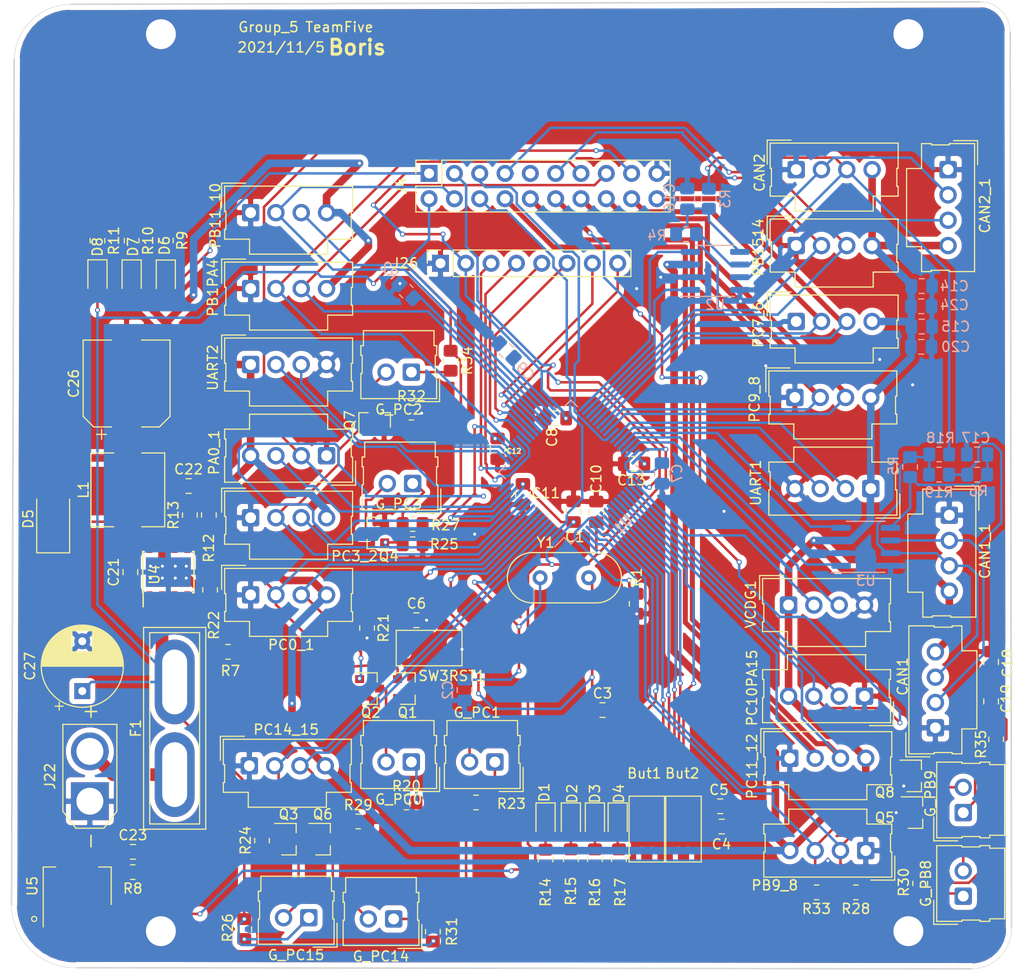
<source format=kicad_pcb>
(kicad_pcb (version 20171130) (host pcbnew "(5.1.12)-1")
  (layers (0 F.Cu signal) (31 B.Cu signal) (34 B.Paste user) (35 F.Paste user) (36 B.SilkS user) (37 F.SilkS user) (38 B.Mask user) (39 F.Mask user) (44 Edge.Cuts user))
  (net 0 "")
  (net 1 +3V3)
  (net 2 GND)
  (net 3 "Net-(C2-Pad1)")
  (net 4 "Net-(C3-Pad1)")
  (net 5 /But1)
  (net 6 /But2)
  (net 7 "Net-(C6-Pad1)")
  (net 8 "Net-(C7-Pad1)")
  (net 9 "Net-(C9-Pad1)")
  (net 10 +5V)
  (net 11 "Net-(C16-Pad1)")
  (net 12 "Net-(C17-Pad1)")
  (net 13 +12V)
  (net 14 "Net-(C21-Pad1)")
  (net 15 "Net-(C21-Pad2)")
  (net 16 "Net-(C22-Pad1)")
  (net 17 "Net-(C23-Pad1)")
  (net 18 /LED1)
  (net 19 "Net-(D1-Pad2)")
  (net 20 /LED2)
  (net 21 "Net-(D2-Pad2)")
  (net 22 /LED3)
  (net 23 "Net-(D3-Pad2)")
  (net 24 /LED4)
  (net 25 "Net-(D4-Pad2)")
  (net 26 "Net-(D6-Pad1)")
  (net 27 "Net-(D7-Pad1)")
  (net 28 "Net-(D8-Pad1)")
  (net 29 /D0)
  (net 30 /CAM_OE)
  (net 31 /D1)
  (net 32 /CAM_RRST)
  (net 33 /D2)
  (net 34 /CAM_RCLK)
  (net 35 /D3)
  (net 36 "Net-(J4-Pad9)")
  (net 37 /D4)
  (net 38 /CAM_VSYNC)
  (net 39 /D5)
  (net 40 /CAM_WRST)
  (net 41 /D6)
  (net 42 /CAM_WEN)
  (net 43 /D7)
  (net 44 /CAM_HREF)
  (net 45 /I2C2_SCL)
  (net 46 /I2C2_SDA)
  (net 47 "Net-(G_PC1-Pad2)")
  (net 48 /PC1)
  (net 49 "Net-(G_PC0-Pad2)")
  (net 50 /PC0)
  (net 51 "Net-(G_PC15-Pad2)")
  (net 52 /PC15)
  (net 53 "Net-(G_PC3-Pad2)")
  (net 54 /PC3)
  (net 55 "Net-(G_PB8-Pad2)")
  (net 56 /PB8)
  (net 57 "Net-(G_PC14-Pad2)")
  (net 58 /PC14)
  (net 59 "Net-(G_PC2-Pad2)")
  (net 60 /PC2)
  (net 61 "Net-(G_PB9-Pad2)")
  (net 62 /PB9)
  (net 63 "Net-(R1-Pad1)")
  (net 64 "Net-(R2-Pad2)")
  (net 65 /CAN2H)
  (net 66 /CAN2L)
  (net 67 /CAN1H)
  (net 68 /CAN1L)
  (net 69 "Net-(R7-Pad1)")
  (net 70 /FB)
  (net 71 "Net-(G_PC0-Pad1)")
  (net 72 "Net-(G_PC1-Pad1)")
  (net 73 "Net-(G_PC15-Pad1)")
  (net 74 "Net-(G_PC3-Pad1)")
  (net 75 "Net-(G_PB8-Pad1)")
  (net 76 "Net-(G_PC14-Pad1)")
  (net 77 "Net-(G_PC2-Pad1)")
  (net 78 "Net-(G_PB9-Pad1)")
  (net 79 /SWCLK)
  (net 80 /SWDIO)
  (net 81 /CAN1_TX)
  (net 82 /CAN1_RX)
  (net 83 /UART1_RX)
  (net 84 /UART1_TX)
  (net 85 /CAN2_TX)
  (net 86 /CAN2_RX)
  (net 87 /SPI_BL)
  (net 88 /SPI_CS)
  (net 89 /SPI_DC)
  (net 90 /SPI_MOSI)
  (net 91 /SPI_MISO)
  (net 92 /SPI_SCK)
  (net 93 /UART2_RX)
  (net 94 /UART2_TX)
  (net 95 /PA0)
  (net 96 "Net-(U4-Pad3)")
  (net 97 "Net-(F1-Pad1)")
  (module HKUST_RT_CONN:AMASS_XT30U-M_1x02_P5.0mm_Vertical (layer F.Cu) (at 71.374 -105.537 90)
    (fp_text reference J22 (at 2.5 -4 90) (layer F.SilkS))
    (fp_text value 12V)
    (fp_text user + (at 9 0 90) (layer F.SilkS) (effects (font (size 1.5 1.5))))
    (fp_text user - (at -4 0 90) (layer F.SilkS) (effects (font (size 1.5 1.5))))
    (pad 1 thru_hole rect (at 0 0 90) (size 3.8 3.8) (drill 2.7) (layers *.Cu *.Mask) (net 2 GND))
    (pad 2 thru_hole circle (at 5 0 90) (size 3.8 3.8) (drill 2.7) (layers *.Cu *.Mask) (net 97 "Net-(F1-Pad1)"))
  )
  (module HKUST_RT_RCL:R_0805_2012Metric_Pad1.20x1.40mm_HandSolder (layer B.Cu) (at 156.575 -138.303 180)
    (fp_text reference R19 (at 0 -1.778 180) (layer B.SilkS) (effects (justify mirror)))
    (fp_text value 0R)
    (pad 2 smd roundrect (at 1 0 180) (size 1.2 1.4) (layers B.Cu B.Paste B.Mask) (roundrect_rratio 0.208333) (net 67 /CAN1H))
    (pad 1 smd roundrect (at -1 0 180) (size 1.2 1.4) (layers B.Cu B.Paste B.Mask) (roundrect_rratio 0.208333) (net 68 /CAN1L))
  )
  (module HKUST_RT_RCL:R_0805_2012Metric_Pad1.20x1.40mm_HandSolder (layer B.Cu) (at 156.591 -140.335)
    (fp_text reference R18 (at 0.127 -1.651 180) (layer B.SilkS) (effects (justify mirror)))
    (fp_text value 0R)
    (pad 2 smd roundrect (at 1 0) (size 1.2 1.4) (layers B.Cu B.Paste B.Mask) (roundrect_rratio 0.208333) (net 65 /CAN2H))
    (pad 1 smd roundrect (at -1 0) (size 1.2 1.4) (layers B.Cu B.Paste B.Mask) (roundrect_rratio 0.208333) (net 67 /CAN1H))
  )
  (module HKUST_RT_CONN:Molex_SL_171971-0004_1x04_P2.54mm_Vertical (layer F.Cu) (at 157.607 -134.239 270)
    (fp_text reference CAN1_1 (at 3.61 -3.57 90) (layer F.SilkS))
    (fp_text value Conn_01x04)
    (pad 4 thru_hole roundrect (at 0 0 270) (size 1.74 1.74) (drill 1.09) (layers *.Cu *.Mask) (roundrect_rratio 0.144) (net 2 GND))
    (pad 3 thru_hole circle (at 2.54 0 270) (size 1.74 1.74) (drill 1.09) (layers *.Cu *.Mask) (net 68 /CAN1L))
    (pad 2 thru_hole circle (at 5.08 0 270) (size 1.74 1.74) (drill 1.09) (layers *.Cu *.Mask) (net 67 /CAN1H))
    (pad 1 thru_hole circle (at 7.62 0 270) (size 1.74 1.74) (drill 1.09) (layers *.Cu *.Mask) (net 10 +5V))
  )
  (module HKUST_RT_CONN:Molex_SL_171971-0004_1x04_P2.54mm_Vertical (layer F.Cu) (at 156.21 -112.903 90)
    (fp_text reference CAN1 (at 5.153 -3.288 90) (layer F.SilkS))
    (fp_text value Conn_01x04)
    (pad 4 thru_hole roundrect (at 0 0 90) (size 1.74 1.74) (drill 1.09) (layers *.Cu *.Mask) (roundrect_rratio 0.144) (net 2 GND))
    (pad 3 thru_hole circle (at 2.54 0 90) (size 1.74 1.74) (drill 1.09) (layers *.Cu *.Mask) (net 68 /CAN1L))
    (pad 2 thru_hole circle (at 5.08 0 90) (size 1.74 1.74) (drill 1.09) (layers *.Cu *.Mask) (net 67 /CAN1H))
    (pad 1 thru_hole circle (at 7.62 0 90) (size 1.74 1.74) (drill 1.09) (layers *.Cu *.Mask) (net 10 +5V))
  )
  (module HKUST_RT_RCL:Fuse_Blade_ATO_directSolder (layer F.Cu) (at 79.883 -108.204 90)
    (fp_text reference F1 (at 4.65 -3.9 90) (layer F.SilkS))
    (fp_text value Fuse_Small)
    (pad 1 thru_hole oval (at 0 0 90) (size 8.5 4) (drill oval 6.5 2.5) (layers *.Cu *.Mask) (net 97 "Net-(F1-Pad1)"))
    (pad 2 thru_hole oval (at 9.3 0 90) (size 8.5 4) (drill oval 6.5 2.5) (layers *.Cu *.Mask) (net 13 +12V))
  )
  (module HKUST_RT_CONN:SW_Push (layer F.Cu) (at 105.664 -117.348 180)
    (fp_text reference SW3RST1 (at -2.032 0.762) (layer F.SilkS))
    (fp_text value SW_Push)
    (pad 2 smd rect (at 3.619 3.556 180) (size 2.16 1.12) (layers F.Cu F.Paste F.Mask) (net 7 "Net-(C6-Pad1)"))
    (pad 1 smd rect (at -3.111 3.556 180) (size 2.16 1.12) (layers F.Cu F.Paste F.Mask) (net 2 GND))
  )
  (module HKUST_RT_CONN:PinSocket_1x08_P2.54mm_Vertical (layer F.Cu) (at 106.553 -159.512 90)
    (fp_text reference J26 (at 0 -3.556 180) (layer F.SilkS))
    (fp_text value TFT)
    (pad 1 thru_hole rect (at 0 0 90) (size 1.7 1.7) (drill 1) (layers *.Cu *.Mask) (net 2 GND))
    (pad 2 thru_hole oval (at 0 2.54 90) (size 1.7 1.7) (drill 1) (layers *.Cu *.Mask) (net 1 +3V3))
    (pad 3 thru_hole oval (at 0 5.08 90) (size 1.7 1.7) (drill 1) (layers *.Cu *.Mask) (net 92 /SPI_SCK))
    (pad 4 thru_hole oval (at 0 7.62 90) (size 1.7 1.7) (drill 1) (layers *.Cu *.Mask) (net 91 /SPI_MISO))
    (pad 5 thru_hole oval (at 0 10.16 90) (size 1.7 1.7) (drill 1) (layers *.Cu *.Mask) (net 90 /SPI_MOSI))
    (pad 6 thru_hole oval (at 0 12.7 90) (size 1.7 1.7) (drill 1) (layers *.Cu *.Mask) (net 89 /SPI_DC))
    (pad 7 thru_hole oval (at 0 15.24 90) (size 1.7 1.7) (drill 1) (layers *.Cu *.Mask) (net 87 /SPI_BL))
    (pad 8 thru_hole oval (at 0 17.78 90) (size 1.7 1.7) (drill 1) (layers *.Cu *.Mask) (net 88 /SPI_CS))
  )
  (module HKUST_RT_CONN:Molex_SL_171971-0002_1x02_P2.54mm_Vertical (layer F.Cu) (at 93.345 -93.853 180)
    (fp_text reference G_PC15 (at 1.27 -3.75) (layer F.SilkS))
    (fp_text value Pneumatic)
    (pad 1 thru_hole roundrect (at 0 0 180) (size 1.74 1.74) (drill 1.09) (layers *.Cu *.Mask) (roundrect_rratio 0.143678) (net 73 "Net-(G_PC15-Pad1)"))
    (pad 2 thru_hole circle (at 2.54 0 180) (size 1.74 1.74) (drill 1.09) (layers *.Cu *.Mask) (net 51 "Net-(G_PC15-Pad2)"))
  )
  (module HKUST_RT_CONN:Molex_SL_171971-0002_1x02_P2.54mm_Vertical (layer F.Cu) (at 101.854 -93.726 180)
    (fp_text reference G_PC14 (at 1.27 -3.75) (layer F.SilkS))
    (fp_text value Pneumatic)
    (pad 1 thru_hole roundrect (at 0 0 180) (size 1.74 1.74) (drill 1.09) (layers *.Cu *.Mask) (roundrect_rratio 0.143678) (net 76 "Net-(G_PC14-Pad1)"))
    (pad 2 thru_hole circle (at 2.54 0 180) (size 1.74 1.74) (drill 1.09) (layers *.Cu *.Mask) (net 57 "Net-(G_PC14-Pad2)"))
  )
  (module HKUST_RT_CONN:Molex_SL_171971-0002_1x02_P2.54mm_Vertical (layer F.Cu) (at 103.759 -137.414 180)
    (fp_text reference G_PC3 (at 1.397 -2.032) (layer F.SilkS))
    (fp_text value Pneumatic)
    (pad 1 thru_hole roundrect (at 0 0 180) (size 1.74 1.74) (drill 1.09) (layers *.Cu *.Mask) (roundrect_rratio 0.143678) (net 74 "Net-(G_PC3-Pad1)"))
    (pad 2 thru_hole circle (at 2.54 0 180) (size 1.74 1.74) (drill 1.09) (layers *.Cu *.Mask) (net 53 "Net-(G_PC3-Pad2)"))
  )
  (module HKUST_RT_CONN:Molex_SL_171971-0002_1x02_P2.54mm_Vertical (layer F.Cu) (at 103.632 -148.59 180)
    (fp_text reference G_PC2 (at 1.27 -3.75) (layer F.SilkS))
    (fp_text value Pneumatic)
    (pad 1 thru_hole roundrect (at 0 0 180) (size 1.74 1.74) (drill 1.09) (layers *.Cu *.Mask) (roundrect_rratio 0.143678) (net 77 "Net-(G_PC2-Pad1)"))
    (pad 2 thru_hole circle (at 2.54 0 180) (size 1.74 1.74) (drill 1.09) (layers *.Cu *.Mask) (net 59 "Net-(G_PC2-Pad2)"))
  )
  (module HKUST_RT_CONN:Molex_SL_171971-0002_1x02_P2.54mm_Vertical (layer F.Cu) (at 112.014 -109.474 180)
    (fp_text reference G_PC1 (at 1.778 4.953) (layer F.SilkS))
    (fp_text value Pneumatic)
    (pad 1 thru_hole roundrect (at 0 0 180) (size 1.74 1.74) (drill 1.09) (layers *.Cu *.Mask) (roundrect_rratio 0.143678) (net 72 "Net-(G_PC1-Pad1)"))
    (pad 2 thru_hole circle (at 2.54 0 180) (size 1.74 1.74) (drill 1.09) (layers *.Cu *.Mask) (net 47 "Net-(G_PC1-Pad2)"))
  )
  (module HKUST_RT_CONN:Molex_SL_171971-0002_1x02_P2.54mm_Vertical (layer F.Cu) (at 103.632 -109.474 180)
    (fp_text reference G_PC0 (at 1.27 -3.75) (layer F.SilkS))
    (fp_text value Pneumatic)
    (pad 1 thru_hole roundrect (at 0 0 180) (size 1.74 1.74) (drill 1.09) (layers *.Cu *.Mask) (roundrect_rratio 0.143678) (net 71 "Net-(G_PC0-Pad1)"))
    (pad 2 thru_hole circle (at 2.54 0 180) (size 1.74 1.74) (drill 1.09) (layers *.Cu *.Mask) (net 49 "Net-(G_PC0-Pad2)"))
  )
  (module HKUST_RT_CONN:Molex_SL_171971-0002_1x02_P2.54mm_Vertical (layer F.Cu) (at 159.004 -104.394 90)
    (fp_text reference G_PB9 (at 1.905 -3.302 90) (layer F.SilkS))
    (fp_text value Pneumatic)
    (pad 1 thru_hole roundrect (at 0 0 90) (size 1.74 1.74) (drill 1.09) (layers *.Cu *.Mask) (roundrect_rratio 0.143678) (net 78 "Net-(G_PB9-Pad1)"))
    (pad 2 thru_hole circle (at 2.54 0 90) (size 1.74 1.74) (drill 1.09) (layers *.Cu *.Mask) (net 61 "Net-(G_PB9-Pad2)"))
  )
  (module HKUST_RT_CONN:Molex_SL_171971-0002_1x02_P2.54mm_Vertical (layer F.Cu) (at 159.004 -96.012 90)
    (fp_text reference G_PB8 (at 1.27 -3.75 90) (layer F.SilkS))
    (fp_text value Pneumatic)
    (pad 1 thru_hole roundrect (at 0 0 90) (size 1.74 1.74) (drill 1.09) (layers *.Cu *.Mask) (roundrect_rratio 0.143678) (net 75 "Net-(G_PB8-Pad1)"))
    (pad 2 thru_hole circle (at 2.54 0 90) (size 1.74 1.74) (drill 1.09) (layers *.Cu *.Mask) (net 55 "Net-(G_PB8-Pad2)"))
  )
  (module HKUST_RT_CONN:Molex_SL_171971-0004_1x04_P2.54mm_Vertical (layer F.Cu) (at 157.48 -168.91 270)
    (fp_text reference CAN2_1 (at 3.61 -3.697 90) (layer F.SilkS))
    (fp_text value Conn_01x04)
    (pad 4 thru_hole roundrect (at 0 0 270) (size 1.74 1.74) (drill 1.09) (layers *.Cu *.Mask) (roundrect_rratio 0.144) (net 2 GND))
    (pad 3 thru_hole circle (at 2.54 0 270) (size 1.74 1.74) (drill 1.09) (layers *.Cu *.Mask) (net 66 /CAN2L))
    (pad 2 thru_hole circle (at 5.08 0 270) (size 1.74 1.74) (drill 1.09) (layers *.Cu *.Mask) (net 65 /CAN2H))
    (pad 1 thru_hole circle (at 7.62 0 270) (size 1.74 1.74) (drill 1.09) (layers *.Cu *.Mask) (net 10 +5V))
  )
  (module HKUST_RT_CONN:Molex_SL_171971-0004_1x04_P2.54mm_Vertical (layer F.Cu) (at 142.24 -168.91)
    (fp_text reference CAN2 (at -3.669 0.308 90) (layer F.SilkS))
    (fp_text value Conn_01x04)
    (pad 4 thru_hole roundrect (at 0 0) (size 1.74 1.74) (drill 1.09) (layers *.Cu *.Mask) (roundrect_rratio 0.144) (net 2 GND))
    (pad 3 thru_hole circle (at 2.54 0) (size 1.74 1.74) (drill 1.09) (layers *.Cu *.Mask) (net 66 /CAN2L))
    (pad 2 thru_hole circle (at 5.08 0) (size 1.74 1.74) (drill 1.09) (layers *.Cu *.Mask) (net 65 /CAN2H))
    (pad 1 thru_hole circle (at 7.62 0) (size 1.74 1.74) (drill 1.09) (layers *.Cu *.Mask) (net 10 +5V))
  )
  (module HKUST_RT_CONN:Molex_SL_171971-0004_1x04_P2.54mm_Vertical (layer F.Cu) (at 87.503 -149.352)
    (fp_text reference UART2 (at -3.796 0.308 90) (layer F.SilkS))
    (fp_text value Conn_01x04)
    (pad 4 thru_hole roundrect (at 0 0) (size 1.74 1.74) (drill 1.09) (layers *.Cu *.Mask) (roundrect_rratio 0.144) (net 10 +5V))
    (pad 3 thru_hole circle (at 2.54 0) (size 1.74 1.74) (drill 1.09) (layers *.Cu *.Mask) (net 94 /UART2_TX))
    (pad 2 thru_hole circle (at 5.08 0) (size 1.74 1.74) (drill 1.09) (layers *.Cu *.Mask) (net 93 /UART2_RX))
    (pad 1 thru_hole circle (at 7.62 0) (size 1.74 1.74) (drill 1.09) (layers *.Cu *.Mask) (net 2 GND))
  )
  (module HKUST_RT_CONN:Molex_SL_171971-0004_1x04_P2.54mm_Vertical (layer F.Cu) (at 149.733 -136.906 180)
    (fp_text reference UART1 (at 11.543 0.581 270) (layer F.SilkS))
    (fp_text value Conn_01x04)
    (pad 4 thru_hole roundrect (at 0 0 180) (size 1.74 1.74) (drill 1.09) (layers *.Cu *.Mask) (roundrect_rratio 0.144) (net 10 +5V))
    (pad 3 thru_hole circle (at 2.54 0 180) (size 1.74 1.74) (drill 1.09) (layers *.Cu *.Mask) (net 84 /UART1_TX))
    (pad 2 thru_hole circle (at 5.08 0 180) (size 1.74 1.74) (drill 1.09) (layers *.Cu *.Mask) (net 83 /UART1_RX))
    (pad 1 thru_hole circle (at 7.62 0 180) (size 1.74 1.74) (drill 1.09) (layers *.Cu *.Mask) (net 2 GND))
  )
  (module HKUST_RT_CONN:Molex_SL_171971-0004_1x04_P2.54mm_Vertical (layer F.Cu) (at 95.123 -140.208 180)
    (fp_text reference PA0_1 (at 11.289 0.327 90) (layer F.SilkS))
    (fp_text value Conn_01x04)
    (pad 4 thru_hole roundrect (at 0 0 180) (size 1.74 1.74) (drill 1.09) (layers *.Cu *.Mask) (roundrect_rratio 0.144) (net 2 GND))
    (pad 3 thru_hole circle (at 2.54 0 180) (size 1.74 1.74) (drill 1.09) (layers *.Cu *.Mask) (net 44 /CAM_HREF))
    (pad 2 thru_hole circle (at 5.08 0 180) (size 1.74 1.74) (drill 1.09) (layers *.Cu *.Mask) (net 95 /PA0))
    (pad 1 thru_hole circle (at 7.62 0 180) (size 1.74 1.74) (drill 1.09) (layers *.Cu *.Mask) (net 10 +5V))
  )
  (module HKUST_RT_CONN:Molex_SL_171971-0004_1x04_P2.54mm_Vertical (layer F.Cu) (at 87.503 -126.238)
    (fp_text reference PC0_1 (at 4.078 5.007) (layer F.SilkS))
    (fp_text value Conn_01x04)
    (pad 4 thru_hole roundrect (at 0 0) (size 1.74 1.74) (drill 1.09) (layers *.Cu *.Mask) (roundrect_rratio 0.144) (net 2 GND))
    (pad 3 thru_hole circle (at 2.54 0) (size 1.74 1.74) (drill 1.09) (layers *.Cu *.Mask) (net 48 /PC1))
    (pad 2 thru_hole circle (at 5.08 0) (size 1.74 1.74) (drill 1.09) (layers *.Cu *.Mask) (net 50 /PC0))
    (pad 1 thru_hole circle (at 7.62 0) (size 1.74 1.74) (drill 1.09) (layers *.Cu *.Mask) (net 10 +5V))
  )
  (module HKUST_RT_CONN:Molex_SL_171971-0004_1x04_P2.54mm_Vertical (layer F.Cu) (at 149.098 -116.078 180)
    (fp_text reference PC10PA15 (at 11.289 0.835 90) (layer F.SilkS))
    (fp_text value Conn_01x04)
    (pad 4 thru_hole roundrect (at 0 0 180) (size 1.74 1.74) (drill 1.09) (layers *.Cu *.Mask) (roundrect_rratio 0.144) (net 2 GND))
    (pad 3 thru_hole circle (at 2.54 0 180) (size 1.74 1.74) (drill 1.09) (layers *.Cu *.Mask) (net 30 /CAM_OE))
    (pad 2 thru_hole circle (at 5.08 0 180) (size 1.74 1.74) (drill 1.09) (layers *.Cu *.Mask) (net 37 /D4))
    (pad 1 thru_hole circle (at 7.62 0 180) (size 1.74 1.74) (drill 1.09) (layers *.Cu *.Mask) (net 10 +5V))
  )
  (module HKUST_RT_CONN:Molex_SL_171971-0004_1x04_P2.54mm_Vertical (layer F.Cu) (at 141.478 -125.222)
    (fp_text reference VCDG1 (at -3.796 -0.073 90) (layer F.SilkS))
    (fp_text value SWD)
    (pad 4 thru_hole roundrect (at 0 0) (size 1.74 1.74) (drill 1.09) (layers *.Cu *.Mask) (roundrect_rratio 0.144) (net 10 +5V))
    (pad 3 thru_hole circle (at 2.54 0) (size 1.74 1.74) (drill 1.09) (layers *.Cu *.Mask) (net 79 /SWCLK))
    (pad 2 thru_hole circle (at 5.08 0) (size 1.74 1.74) (drill 1.09) (layers *.Cu *.Mask) (net 80 /SWDIO))
    (pad 1 thru_hole circle (at 7.62 0) (size 1.74 1.74) (drill 1.09) (layers *.Cu *.Mask) (net 2 GND))
  )
  (module HKUST_RT_CONN:Molex_SL_171971-0004_1x04_P2.54mm_Vertical (layer F.Cu) (at 142.113 -146.05)
    (fp_text reference PC9_8 (at -4.05 0.181 90) (layer F.SilkS))
    (fp_text value Conn_01x04)
    (pad 4 thru_hole roundrect (at 0 0) (size 1.74 1.74) (drill 1.09) (layers *.Cu *.Mask) (roundrect_rratio 0.144) (net 2 GND))
    (pad 3 thru_hole circle (at 2.54 0) (size 1.74 1.74) (drill 1.09) (layers *.Cu *.Mask) (net 33 /D2))
    (pad 2 thru_hole circle (at 5.08 0) (size 1.74 1.74) (drill 1.09) (layers *.Cu *.Mask) (net 35 /D3))
    (pad 1 thru_hole circle (at 7.62 0) (size 1.74 1.74) (drill 1.09) (layers *.Cu *.Mask) (net 10 +5V))
  )
  (module HKUST_RT_CONN:Molex_SL_171971-0004_1x04_P2.54mm_Vertical (layer F.Cu) (at 141.605 -109.855)
    (fp_text reference PC11_12 (at -3.796 0.816 90) (layer F.SilkS))
    (fp_text value Conn_01x04)
    (pad 4 thru_hole roundrect (at 0 0) (size 1.74 1.74) (drill 1.09) (layers *.Cu *.Mask) (roundrect_rratio 0.144) (net 2 GND))
    (pad 3 thru_hole circle (at 2.54 0) (size 1.74 1.74) (drill 1.09) (layers *.Cu *.Mask) (net 41 /D6))
    (pad 2 thru_hole circle (at 5.08 0) (size 1.74 1.74) (drill 1.09) (layers *.Cu *.Mask) (net 39 /D5))
    (pad 1 thru_hole circle (at 7.62 0) (size 1.74 1.74) (drill 1.09) (layers *.Cu *.Mask) (net 10 +5V))
  )
  (module HKUST_RT_CONN:Molex_SL_171971-0004_1x04_P2.54mm_Vertical (layer F.Cu) (at 142.24 -161.29)
    (fp_text reference PB1514 (at -3.796 0.181 90) (layer F.SilkS))
    (fp_text value Conn_01x04)
    (pad 4 thru_hole roundrect (at 0 0) (size 1.74 1.74) (drill 1.09) (layers *.Cu *.Mask) (roundrect_rratio 0.144) (net 2 GND))
    (pad 3 thru_hole circle (at 2.54 0) (size 1.74 1.74) (drill 1.09) (layers *.Cu *.Mask) (net 38 /CAM_VSYNC))
    (pad 2 thru_hole circle (at 5.08 0) (size 1.74 1.74) (drill 1.09) (layers *.Cu *.Mask) (net 34 /CAM_RCLK))
    (pad 1 thru_hole circle (at 7.62 0) (size 1.74 1.74) (drill 1.09) (layers *.Cu *.Mask) (net 10 +5V))
  )
  (module HKUST_RT_CONN:Molex_SL_171971-0004_1x04_P2.54mm_Vertical (layer F.Cu) (at 87.503 -164.592)
    (fp_text reference PB11_10 (at -3.542 0.308 90) (layer F.SilkS))
    (fp_text value Conn_01x04)
    (pad 4 thru_hole roundrect (at 0 0) (size 1.74 1.74) (drill 1.09) (layers *.Cu *.Mask) (roundrect_rratio 0.144) (net 2 GND))
    (pad 3 thru_hole circle (at 2.54 0) (size 1.74 1.74) (drill 1.09) (layers *.Cu *.Mask) (net 45 /I2C2_SCL))
    (pad 2 thru_hole circle (at 5.08 0) (size 1.74 1.74) (drill 1.09) (layers *.Cu *.Mask) (net 46 /I2C2_SDA))
    (pad 1 thru_hole circle (at 7.62 0) (size 1.74 1.74) (drill 1.09) (layers *.Cu *.Mask) (net 10 +5V))
  )
  (module HKUST_RT_CONN:Molex_SL_171971-0004_1x04_P2.54mm_Vertical (layer F.Cu) (at 142.24 -153.67)
    (fp_text reference PC7_6 (at -3.796 0.308 90) (layer F.SilkS))
    (fp_text value Conn_01x04)
    (pad 4 thru_hole roundrect (at 0 0) (size 1.74 1.74) (drill 1.09) (layers *.Cu *.Mask) (roundrect_rratio 0.144) (net 2 GND))
    (pad 3 thru_hole circle (at 2.54 0) (size 1.74 1.74) (drill 1.09) (layers *.Cu *.Mask) (net 29 /D0))
    (pad 2 thru_hole circle (at 5.08 0) (size 1.74 1.74) (drill 1.09) (layers *.Cu *.Mask) (net 31 /D1))
    (pad 1 thru_hole circle (at 7.62 0) (size 1.74 1.74) (drill 1.09) (layers *.Cu *.Mask) (net 10 +5V))
  )
  (module HKUST_RT_CONN:Molex_SL_171971-0004_1x04_P2.54mm_Vertical (layer F.Cu) (at 87.503 -133.985)
    (fp_text reference PC3_2 (at 10.428 3.864 180) (layer F.SilkS))
    (fp_text value Conn_01x04)
    (pad 4 thru_hole roundrect (at 0 0) (size 1.74 1.74) (drill 1.09) (layers *.Cu *.Mask) (roundrect_rratio 0.144) (net 2 GND))
    (pad 3 thru_hole circle (at 2.54 0) (size 1.74 1.74) (drill 1.09) (layers *.Cu *.Mask) (net 60 /PC2))
    (pad 2 thru_hole circle (at 5.08 0) (size 1.74 1.74) (drill 1.09) (layers *.Cu *.Mask) (net 54 /PC3))
    (pad 1 thru_hole circle (at 7.62 0) (size 1.74 1.74) (drill 1.09) (layers *.Cu *.Mask) (net 10 +5V))
  )
  (module HKUST_RT_CONN:Molex_SL_171971-0004_1x04_P2.54mm_Vertical (layer F.Cu) (at 87.376 -109.093)
    (fp_text reference PC14_15 (at 3.697 -3.629) (layer F.SilkS))
    (fp_text value Conn_01x04)
    (pad 4 thru_hole roundrect (at 0 0) (size 1.74 1.74) (drill 1.09) (layers *.Cu *.Mask) (roundrect_rratio 0.144) (net 2 GND))
    (pad 3 thru_hole circle (at 2.54 0) (size 1.74 1.74) (drill 1.09) (layers *.Cu *.Mask) (net 52 /PC15))
    (pad 2 thru_hole circle (at 5.08 0) (size 1.74 1.74) (drill 1.09) (layers *.Cu *.Mask) (net 58 /PC14))
    (pad 1 thru_hole circle (at 7.62 0) (size 1.74 1.74) (drill 1.09) (layers *.Cu *.Mask) (net 10 +5V))
  )
  (module HKUST_RT_CONN:Molex_SL_171971-0004_1x04_P2.54mm_Vertical (layer F.Cu) (at 87.503 -156.972)
    (fp_text reference PB1PA4 (at -3.796 -0.073 90) (layer F.SilkS))
    (fp_text value Conn_01x04)
    (pad 1 thru_hole circle (at 7.62 0) (size 1.74 1.74) (drill 1.09) (layers *.Cu *.Mask) (net 10 +5V))
    (pad 2 thru_hole circle (at 5.08 0) (size 1.74 1.74) (drill 1.09) (layers *.Cu *.Mask) (net 42 /CAM_WEN))
    (pad 3 thru_hole circle (at 2.54 0) (size 1.74 1.74) (drill 1.09) (layers *.Cu *.Mask) (net 40 /CAM_WRST))
    (pad 4 thru_hole roundrect (at 0 0) (size 1.74 1.74) (drill 1.09) (layers *.Cu *.Mask) (roundrect_rratio 0.144) (net 2 GND))
  )
  (module HKUST_RT_CONN:Molex_SL_171971-0004_1x04_P2.54mm_Vertical (layer F.Cu) (at 149.225 -100.584 180)
    (fp_text reference PB9_8 (at 9.13 -3.483) (layer F.SilkS))
    (fp_text value Conn_01x04)
    (pad 4 thru_hole roundrect (at 0 0 180) (size 1.74 1.74) (drill 1.09) (layers *.Cu *.Mask) (roundrect_rratio 0.144) (net 2 GND))
    (pad 3 thru_hole circle (at 2.54 0 180) (size 1.74 1.74) (drill 1.09) (layers *.Cu *.Mask) (net 56 /PB8))
    (pad 2 thru_hole circle (at 5.08 0 180) (size 1.74 1.74) (drill 1.09) (layers *.Cu *.Mask) (net 62 /PB9))
    (pad 1 thru_hole circle (at 7.62 0 180) (size 1.74 1.74) (drill 1.09) (layers *.Cu *.Mask) (net 10 +5V))
  )
  (module HKUST_RT_CONN:SW_Push (layer F.Cu) (at 134.493 -102.997 270)
    (fp_text reference But2 (at -5.334 3.683 180) (layer F.SilkS))
    (fp_text value But2)
    (pad 2 smd rect (at 3.619 3.556 270) (size 2.16 1.12) (layers F.Cu F.Paste F.Mask) (net 2 GND))
    (pad 1 smd rect (at -3.111 3.556 270) (size 2.16 1.12) (layers F.Cu F.Paste F.Mask) (net 6 /But2))
  )
  (module HKUST_RT_CONN:SW_Push (layer F.Cu) (at 130.81 -102.997 270)
    (fp_text reference But1 (at -5.334 3.81 180) (layer F.SilkS))
    (fp_text value But1)
    (pad 2 smd rect (at 3.619 3.556 270) (size 2.16 1.12) (layers F.Cu F.Paste F.Mask) (net 2 GND))
    (pad 1 smd rect (at -3.111 3.556 270) (size 2.16 1.12) (layers F.Cu F.Paste F.Mask) (net 5 /But1))
  )
  (module HKUST_RT_RCL:Crystal_HC49-4H_Vertical (layer F.Cu) (at 116.546 -127.962)
    (fp_text reference Y1 (at 0.562 -3.525) (layer F.SilkS))
    (fp_text value 8MHz)
    (pad 1 thru_hole circle (at 0 0) (size 1.5 1.5) (drill 0.8) (layers *.Cu *.Mask) (net 3 "Net-(C2-Pad1)"))
    (pad 2 thru_hole circle (at 4.88 0) (size 1.5 1.5) (drill 0.8) (layers *.Cu *.Mask) (net 4 "Net-(C3-Pad1)"))
  )
  (module HKUST_RT_IC:SOT-223 (layer F.Cu) (at 70.104 -97.028 90)
    (fp_text reference U5 (at 0 -4.5 90) (layer F.SilkS))
    (fp_text value LM1117-3.3V)
    (pad 4 smd rect (at 3.15 0 90) (size 2 3.8) (layers F.Cu F.Paste F.Mask) (net 17 "Net-(C23-Pad1)"))
    (pad 2 smd rect (at -3.15 0 90) (size 2 1.5) (layers F.Cu F.Paste F.Mask) (net 17 "Net-(C23-Pad1)"))
    (pad 3 smd rect (at -3.15 2.3 90) (size 2 1.5) (layers F.Cu F.Paste F.Mask) (net 10 +5V))
    (pad 1 smd rect (at -3.15 -2.3 90) (size 2 1.5) (layers F.Cu F.Paste F.Mask) (net 2 GND))
  )
  (module Package_SO:TI_SO-PowerPAD-8_ThermalVias (layer F.Cu) (at 79.248 -128.524 90)
    (fp_text reference U4 (at -0.254 -1.397 90) (layer F.SilkS))
    (fp_text value TPS54360DDA)
    (pad 9 thru_hole circle (at 0.6 1.8 90) (size 0.6 0.6) (drill 0.3) (layers *.Cu) (net 2 GND))
    (pad 9 thru_hole circle (at 0.6 0.7 90) (size 0.6 0.6) (drill 0.3) (layers *.Cu) (net 2 GND))
    (pad 9 thru_hole circle (at -0.6 0.7 90) (size 0.6 0.6) (drill 0.3) (layers *.Cu) (net 2 GND))
    (pad 9 thru_hole circle (at -0.6 1.8 90) (size 0.6 0.6) (drill 0.3) (layers *.Cu) (net 2 GND))
    (pad 9 thru_hole circle (at 0.6 -1.8 90) (size 0.6 0.6) (drill 0.3) (layers *.Cu) (net 2 GND))
    (pad 9 thru_hole circle (at 0.6 -0.6 90) (size 0.6 0.6) (drill 0.3) (layers *.Cu) (net 2 GND))
    (pad 9 thru_hole circle (at -0.6 -0.6 90) (size 0.6 0.6) (drill 0.3) (layers *.Cu) (net 2 GND))
    (pad 9 thru_hole circle (at -0.6 -1.8 90) (size 0.6 0.6) (drill 0.3) (layers *.Cu) (net 2 GND))
    (pad 9 smd rect (at 0 0 90) (size 2.95 4.5) (layers B.Cu) (net 2 GND))
    (pad 8 smd rect (at 2.7 -1.905 90) (size 1.55 0.6) (layers F.Cu F.Paste F.Mask) (net 15 "Net-(C21-Pad2)"))
    (pad 7 smd rect (at 2.7 -0.635 90) (size 1.55 0.6) (layers F.Cu F.Paste F.Mask) (net 2 GND))
    (pad 6 smd rect (at 2.7 0.635 90) (size 1.55 0.6) (layers F.Cu F.Paste F.Mask) (net 16 "Net-(C22-Pad1)"))
    (pad 5 smd rect (at 2.7 1.905 90) (size 1.55 0.6) (layers F.Cu F.Paste F.Mask) (net 70 /FB))
    (pad 4 smd rect (at -2.7 1.905 90) (size 1.55 0.6) (layers F.Cu F.Paste F.Mask) (net 69 "Net-(R7-Pad1)"))
    (pad 3 smd rect (at -2.7 0.635 90) (size 1.55 0.6) (layers F.Cu F.Paste F.Mask) (net 96 "Net-(U4-Pad3)"))
    (pad 2 smd rect (at -2.7 -0.635 90) (size 1.55 0.6) (layers F.Cu F.Paste F.Mask) (net 13 +12V))
    (pad 1 smd rect (at -2.7 -1.905 90) (size 1.55 0.6) (layers F.Cu F.Paste F.Mask) (net 14 "Net-(C21-Pad1)"))
    (pad 9 smd rect (at 0 0 90) (size 2.95 4.5) (layers F.Cu) (net 2 GND))
    (pad 9 smd rect (at 0 0 90) (size 2.6 3.1) (layers F.Cu F.Paste F.Mask) (net 2 GND))
  )
  (module Package_SO:SOIC-8_3.9x4.9mm_P1.27mm (layer B.Cu) (at 149.225 -131.064)
    (fp_text reference U3 (at 0 3.4) (layer B.SilkS) (effects (justify mirror)))
    (fp_text value TJA1050)
    (pad 8 smd roundrect (at 2.475 1.905) (size 1.95 0.6) (layers B.Cu B.Paste B.Mask) (net 2 GND))
    (pad 7 smd roundrect (at 2.475 0.635) (size 1.95 0.6) (layers B.Cu B.Paste B.Mask) (net 67 /CAN1H))
    (pad 6 smd roundrect (at 2.475 -0.635) (size 1.95 0.6) (layers B.Cu B.Paste B.Mask) (net 68 /CAN1L))
    (pad 5 smd roundrect (at 2.475 -1.905) (size 1.95 0.6) (layers B.Cu B.Paste B.Mask) (net 12 "Net-(C17-Pad1)"))
    (pad 4 smd roundrect (at -2.475 -1.905) (size 1.95 0.6) (layers B.Cu B.Paste B.Mask) (net 82 /CAN1_RX))
    (pad 3 smd roundrect (at -2.475 -0.635) (size 1.95 0.6) (layers B.Cu B.Paste B.Mask) (net 10 +5V))
    (pad 2 smd roundrect (at -2.475 0.635) (size 1.95 0.6) (layers B.Cu B.Paste B.Mask) (net 2 GND))
    (pad 1 smd roundrect (at -2.475 1.905) (size 1.95 0.6) (layers B.Cu B.Paste B.Mask) (net 81 /CAN1_TX))
  )
  (module Package_SO:SOIC-8_3.9x4.9mm_P1.27mm (layer B.Cu) (at 134.112 -158.75)
    (fp_text reference U2 (at 0 3.4) (layer B.SilkS) (effects (justify mirror)))
    (fp_text value TJA1050)
    (pad 8 smd roundrect (at 2.475 1.905) (size 1.95 0.6) (layers B.Cu B.Paste B.Mask) (net 2 GND))
    (pad 7 smd roundrect (at 2.475 0.635) (size 1.95 0.6) (layers B.Cu B.Paste B.Mask) (net 65 /CAN2H))
    (pad 6 smd roundrect (at 2.475 -0.635) (size 1.95 0.6) (layers B.Cu B.Paste B.Mask) (net 66 /CAN2L))
    (pad 5 smd roundrect (at 2.475 -1.905) (size 1.95 0.6) (layers B.Cu B.Paste B.Mask) (net 11 "Net-(C16-Pad1)"))
    (pad 4 smd roundrect (at -2.475 -1.905) (size 1.95 0.6) (layers B.Cu B.Paste B.Mask) (net 86 /CAN2_RX))
    (pad 3 smd roundrect (at -2.475 -0.635) (size 1.95 0.6) (layers B.Cu B.Paste B.Mask) (net 10 +5V))
    (pad 2 smd roundrect (at -2.475 0.635) (size 1.95 0.6) (layers B.Cu B.Paste B.Mask) (net 2 GND))
    (pad 1 smd roundrect (at -2.475 1.905) (size 1.95 0.6) (layers B.Cu B.Paste B.Mask) (net 85 /CAN2_TX))
  )
  (module Package_QFP:LQFP-64_10x10mm_P0.5mm (layer B.Cu) (at 119.634 -138.557 45)
    (fp_text reference U1 (at 0 7.4 225) (layer B.SilkS) (effects (justify mirror)))
    (fp_text value STM32F405RGTx)
    (pad 64 smd roundrect (at -3.75 5.675 45) (size 0.3 1.55) (layers B.Cu B.Paste B.Mask) (net 1 +3V3))
    (pad 63 smd roundrect (at -3.25 5.675 45) (size 0.3 1.55) (layers B.Cu B.Paste B.Mask) (net 2 GND))
    (pad 62 smd roundrect (at -2.75 5.675 45) (size 0.3 1.55) (layers B.Cu B.Paste B.Mask) (net 62 /PB9))
    (pad 61 smd roundrect (at -2.25 5.675 45) (size 0.3 1.55) (layers B.Cu B.Paste B.Mask) (net 56 /PB8))
    (pad 60 smd roundrect (at -1.75 5.675 45) (size 0.3 1.55) (layers B.Cu B.Paste B.Mask) (net 63 "Net-(R1-Pad1)"))
    (pad 59 smd roundrect (at -1.25 5.675 45) (size 0.3 1.55) (layers B.Cu B.Paste B.Mask) (net 18 /LED1))
    (pad 58 smd roundrect (at -0.75 5.675 45) (size 0.3 1.55) (layers B.Cu B.Paste B.Mask) (net 20 /LED2))
    (pad 57 smd roundrect (at -0.25 5.675 45) (size 0.3 1.55) (layers B.Cu B.Paste B.Mask) (net 22 /LED3))
    (pad 56 smd roundrect (at 0.25 5.675 45) (size 0.3 1.55) (layers B.Cu B.Paste B.Mask) (net 24 /LED4))
    (pad 55 smd roundrect (at 0.75 5.675 45) (size 0.3 1.55) (layers B.Cu B.Paste B.Mask) (net 5 /But1))
    (pad 54 smd roundrect (at 1.25 5.675 45) (size 0.3 1.55) (layers B.Cu B.Paste B.Mask) (net 6 /But2))
    (pad 53 smd roundrect (at 1.75 5.675 45) (size 0.3 1.55) (layers B.Cu B.Paste B.Mask) (net 41 /D6))
    (pad 52 smd roundrect (at 2.25 5.675 45) (size 0.3 1.55) (layers B.Cu B.Paste B.Mask) (net 39 /D5))
    (pad 51 smd roundrect (at 2.75 5.675 45) (size 0.3 1.55) (layers B.Cu B.Paste B.Mask) (net 37 /D4))
    (pad 50 smd roundrect (at 3.25 5.675 45) (size 0.3 1.55) (layers B.Cu B.Paste B.Mask) (net 30 /CAM_OE))
    (pad 49 smd roundrect (at 3.75 5.675 45) (size 0.3 1.55) (layers B.Cu B.Paste B.Mask) (net 79 /SWCLK))
    (pad 48 smd roundrect (at 5.675 3.75 45) (size 1.55 0.3) (layers B.Cu B.Paste B.Mask) (net 1 +3V3))
    (pad 47 smd roundrect (at 5.675 3.25 45) (size 1.55 0.3) (layers B.Cu B.Paste B.Mask) (net 8 "Net-(C7-Pad1)"))
    (pad 46 smd roundrect (at 5.675 2.75 45) (size 1.55 0.3) (layers B.Cu B.Paste B.Mask) (net 80 /SWDIO))
    (pad 45 smd roundrect (at 5.675 2.25 45) (size 1.55 0.3) (layers B.Cu B.Paste B.Mask) (net 81 /CAN1_TX))
    (pad 44 smd roundrect (at 5.675 1.75 45) (size 1.55 0.3) (layers B.Cu B.Paste B.Mask) (net 82 /CAN1_RX))
    (pad 43 smd roundrect (at 5.675 1.25 45) (size 1.55 0.3) (layers B.Cu B.Paste B.Mask) (net 83 /UART1_RX))
    (pad 42 smd roundrect (at 5.675 0.75 45) (size 1.55 0.3) (layers B.Cu B.Paste B.Mask) (net 84 /UART1_TX))
    (pad 41 smd roundrect (at 5.675 0.25 45) (size 1.55 0.3) (layers B.Cu B.Paste B.Mask) (net 32 /CAM_RRST))
    (pad 40 smd roundrect (at 5.675 -0.25 45) (size 1.55 0.3) (layers B.Cu B.Paste B.Mask) (net 35 /D3))
    (pad 39 smd roundrect (at 5.675 -0.75 45) (size 1.55 0.3) (layers B.Cu B.Paste B.Mask) (net 33 /D2))
    (pad 38 smd roundrect (at 5.675 -1.25 45) (size 1.55 0.3) (layers B.Cu B.Paste B.Mask) (net 31 /D1))
    (pad 37 smd roundrect (at 5.675 -1.75 45) (size 1.55 0.3) (layers B.Cu B.Paste B.Mask) (net 29 /D0))
    (pad 36 smd roundrect (at 5.675 -2.25 45) (size 1.55 0.3) (layers B.Cu B.Paste B.Mask) (net 34 /CAM_RCLK))
    (pad 35 smd roundrect (at 5.675 -2.75 45) (size 1.55 0.3) (layers B.Cu B.Paste B.Mask) (net 38 /CAM_VSYNC))
    (pad 34 smd roundrect (at 5.675 -3.25 45) (size 1.55 0.3) (layers B.Cu B.Paste B.Mask) (net 85 /CAN2_TX))
    (pad 33 smd roundrect (at 5.675 -3.75 45) (size 1.55 0.3) (layers B.Cu B.Paste B.Mask) (net 86 /CAN2_RX))
    (pad 32 smd roundrect (at 3.75 -5.675 45) (size 0.3 1.55) (layers B.Cu B.Paste B.Mask) (net 1 +3V3))
    (pad 31 smd roundrect (at 3.25 -5.675 45) (size 0.3 1.55) (layers B.Cu B.Paste B.Mask) (net 9 "Net-(C9-Pad1)"))
    (pad 30 smd roundrect (at 2.75 -5.675 45) (size 0.3 1.55) (layers B.Cu B.Paste B.Mask) (net 46 /I2C2_SDA))
    (pad 29 smd roundrect (at 2.25 -5.675 45) (size 0.3 1.55) (layers B.Cu B.Paste B.Mask) (net 45 /I2C2_SCL))
    (pad 28 smd roundrect (at 1.75 -5.675 45) (size 0.3 1.55) (layers B.Cu B.Paste B.Mask) (net 64 "Net-(R2-Pad2)"))
    (pad 27 smd roundrect (at 1.25 -5.675 45) (size 0.3 1.55) (layers B.Cu B.Paste B.Mask) (net 42 /CAM_WEN))
    (pad 26 smd roundrect (at 0.75 -5.675 45) (size 0.3 1.55) (layers B.Cu B.Paste B.Mask) (net 87 /SPI_BL))
    (pad 25 smd roundrect (at 0.25 -5.675 45) (size 0.3 1.55) (layers B.Cu B.Paste B.Mask) (net 88 /SPI_CS))
    (pad 24 smd roundrect (at -0.25 -5.675 45) (size 0.3 1.55) (layers B.Cu B.Paste B.Mask) (net 89 /SPI_DC))
    (pad 23 smd roundrect (at -0.75 -5.675 45) (size 0.3 1.55) (layers B.Cu B.Paste B.Mask) (net 90 /SPI_MOSI))
    (pad 22 smd roundrect (at -1.25 -5.675 45) (size 0.3 1.55) (layers B.Cu B.Paste B.Mask) (net 91 /SPI_MISO))
    (pad 21 smd roundrect (at -1.75 -5.675 45) (size 0.3 1.55) (layers B.Cu B.Paste B.Mask) (net 92 /SPI_SCK))
    (pad 20 smd roundrect (at -2.25 -5.675 45) (size 0.3 1.55) (layers B.Cu B.Paste B.Mask) (net 40 /CAM_WRST))
    (pad 19 smd roundrect (at -2.75 -5.675 45) (size 0.3 1.55) (layers B.Cu B.Paste B.Mask) (net 1 +3V3))
    (pad 18 smd roundrect (at -3.25 -5.675 45) (size 0.3 1.55) (layers B.Cu B.Paste B.Mask) (net 2 GND))
    (pad 17 smd roundrect (at -3.75 -5.675 45) (size 0.3 1.55) (layers B.Cu B.Paste B.Mask) (net 93 /UART2_RX))
    (pad 16 smd roundrect (at -5.675 -3.75 45) (size 1.55 0.3) (layers B.Cu B.Paste B.Mask) (net 94 /UART2_TX))
    (pad 15 smd roundrect (at -5.675 -3.25 45) (size 1.55 0.3) (layers B.Cu B.Paste B.Mask) (net 44 /CAM_HREF))
    (pad 14 smd roundrect (at -5.675 -2.75 45) (size 1.55 0.3) (layers B.Cu B.Paste B.Mask) (net 95 /PA0))
    (pad 13 smd roundrect (at -5.675 -2.25 45) (size 1.55 0.3) (layers B.Cu B.Paste B.Mask) (net 1 +3V3))
    (pad 12 smd roundrect (at -5.675 -1.75 45) (size 1.55 0.3) (layers B.Cu B.Paste B.Mask) (net 2 GND))
    (pad 11 smd roundrect (at -5.675 -1.25 45) (size 1.55 0.3) (layers B.Cu B.Paste B.Mask) (net 54 /PC3))
    (pad 10 smd roundrect (at -5.675 -0.75 45) (size 1.55 0.3) (layers B.Cu B.Paste B.Mask) (net 60 /PC2))
    (pad 9 smd roundrect (at -5.675 -0.25 45) (size 1.55 0.3) (layers B.Cu B.Paste B.Mask) (net 48 /PC1))
    (pad 8 smd roundrect (at -5.675 0.25 45) (size 1.55 0.3) (layers B.Cu B.Paste B.Mask) (net 50 /PC0))
    (pad 7 smd roundrect (at -5.675 0.75 45) (size 1.55 0.3) (layers B.Cu B.Paste B.Mask) (net 7 "Net-(C6-Pad1)"))
    (pad 6 smd roundrect (at -5.675 1.25 45) (size 1.55 0.3) (layers B.Cu B.Paste B.Mask) (net 4 "Net-(C3-Pad1)"))
    (pad 5 smd roundrect (at -5.675 1.75 45) (size 1.55 0.3) (layers B.Cu B.Paste B.Mask) (net 3 "Net-(C2-Pad1)"))
    (pad 4 smd roundrect (at -5.675 2.25 45) (size 1.55 0.3) (layers B.Cu B.Paste B.Mask) (net 52 /PC15))
    (pad 3 smd roundrect (at -5.675 2.75 45) (size 1.55 0.3) (layers B.Cu B.Paste B.Mask) (net 58 /PC14))
    (pad 2 smd roundrect (at -5.675 3.25 45) (size 1.55 0.3) (layers B.Cu B.Paste B.Mask) (net 43 /D7))
    (pad 1 smd roundrect (at -5.675 3.75 45) (size 1.55 0.3) (layers B.Cu B.Paste B.Mask) (net 1 +3V3))
  )
  (module HKUST_RT_RCL:R_0805_2012Metric_Pad1.20x1.40mm_HandSolder (layer F.Cu) (at 162.306 -111.744 90)
    (fp_text reference R35 (at -0.492 -1.524 90) (layer F.SilkS))
    (fp_text value 120R)
    (pad 2 smd roundrect (at 1 0 90) (size 1.2 1.4) (layers F.Cu F.Paste F.Mask) (roundrect_rratio 0.208333) (net 78 "Net-(G_PB9-Pad1)"))
    (pad 1 smd roundrect (at -1 0 90) (size 1.2 1.4) (layers F.Cu F.Paste F.Mask) (roundrect_rratio 0.208333) (net 13 +12V))
  )
  (module HKUST_RT_RCL:R_0805_2012Metric_Pad1.20x1.40mm_HandSolder (layer F.Cu) (at 107.569 -149.733 270)
    (fp_text reference R34 (at 0 -1.65 90) (layer F.SilkS))
    (fp_text value 120R)
    (pad 2 smd roundrect (at 1 0 270) (size 1.2 1.4) (layers F.Cu F.Paste F.Mask) (roundrect_rratio 0.208333) (net 77 "Net-(G_PC2-Pad1)"))
    (pad 1 smd roundrect (at -1 0 270) (size 1.2 1.4) (layers F.Cu F.Paste F.Mask) (roundrect_rratio 0.208333) (net 13 +12V))
  )
  (module HKUST_RT_RCL:R_0805_2012Metric_Pad1.20x1.40mm_HandSolder (layer F.Cu) (at 144.288 -96.393)
    (fp_text reference R33 (at -0.016 1.651) (layer F.SilkS))
    (fp_text value 120R)
    (pad 2 smd roundrect (at 1 0) (size 1.2 1.4) (layers F.Cu F.Paste F.Mask) (roundrect_rratio 0.208333) (net 2 GND))
    (pad 1 smd roundrect (at -1 0) (size 1.2 1.4) (layers F.Cu F.Paste F.Mask) (roundrect_rratio 0.208333) (net 62 /PB9))
  )
  (module HKUST_RT_RCL:R_0805_2012Metric_Pad1.20x1.40mm_HandSolder (layer F.Cu) (at 103.632 -144.526)
    (fp_text reference R32 (at 0 -1.65) (layer F.SilkS))
    (fp_text value 10k)
    (pad 2 smd roundrect (at 1 0) (size 1.2 1.4) (layers F.Cu F.Paste F.Mask) (roundrect_rratio 0.208333) (net 2 GND))
    (pad 1 smd roundrect (at -1 0) (size 1.2 1.4) (layers F.Cu F.Paste F.Mask) (roundrect_rratio 0.208333) (net 60 /PC2))
  )
  (module HKUST_RT_RCL:R_0805_2012Metric_Pad1.20x1.40mm_HandSolder (layer F.Cu) (at 105.791 -92.456 90)
    (fp_text reference R31 (at 0 1.905 90) (layer F.SilkS))
    (fp_text value 120R)
    (pad 2 smd roundrect (at 1 0 90) (size 1.2 1.4) (layers F.Cu F.Paste F.Mask) (roundrect_rratio 0.208333) (net 76 "Net-(G_PC14-Pad1)"))
    (pad 1 smd roundrect (at -1 0 90) (size 1.2 1.4) (layers F.Cu F.Paste F.Mask) (roundrect_rratio 0.208333) (net 13 +12V))
  )
  (module HKUST_RT_RCL:R_0805_2012Metric_Pad1.20x1.40mm_HandSolder (layer F.Cu) (at 154.686 -97.282 270)
    (fp_text reference R30 (at -0.127 1.651 90) (layer F.SilkS))
    (fp_text value 120R)
    (pad 1 smd roundrect (at -1 0 270) (size 1.2 1.4) (layers F.Cu F.Paste F.Mask) (roundrect_rratio 0.208333) (net 13 +12V))
    (pad 2 smd roundrect (at 1 0 270) (size 1.2 1.4) (layers F.Cu F.Paste F.Mask) (roundrect_rratio 0.208333) (net 75 "Net-(G_PB8-Pad1)"))
  )
  (module HKUST_RT_RCL:R_0805_2012Metric_Pad1.20x1.40mm_HandSolder (layer F.Cu) (at 98.298 -103.505)
    (fp_text reference R29 (at 0 -1.65) (layer F.SilkS))
    (fp_text value 10k)
    (pad 2 smd roundrect (at 1 0) (size 1.2 1.4) (layers F.Cu F.Paste F.Mask) (roundrect_rratio 0.208333) (net 2 GND))
    (pad 1 smd roundrect (at -1 0) (size 1.2 1.4) (layers F.Cu F.Paste F.Mask) (roundrect_rratio 0.208333) (net 58 /PC14))
  )
  (module HKUST_RT_RCL:R_0805_2012Metric_Pad1.20x1.40mm_HandSolder (layer F.Cu) (at 148.225 -96.393 180)
    (fp_text reference R28 (at 0 -1.65) (layer F.SilkS))
    (fp_text value 10k)
    (pad 2 smd roundrect (at 1 0 180) (size 1.2 1.4) (layers F.Cu F.Paste F.Mask) (roundrect_rratio 0.208333) (net 2 GND))
    (pad 1 smd roundrect (at -1 0 180) (size 1.2 1.4) (layers F.Cu F.Paste F.Mask) (roundrect_rratio 0.208333) (net 56 /PB8))
  )
  (module HKUST_RT_RCL:R_0805_2012Metric_Pad1.20x1.40mm_HandSolder (layer F.Cu) (at 103.759 -133.35 180)
    (fp_text reference R27 (at -3.302 -0.127) (layer F.SilkS))
    (fp_text value 120R)
    (pad 2 smd roundrect (at 1 0 180) (size 1.2 1.4) (layers F.Cu F.Paste F.Mask) (roundrect_rratio 0.208333) (net 74 "Net-(G_PC3-Pad1)"))
    (pad 1 smd roundrect (at -1 0 180) (size 1.2 1.4) (layers F.Cu F.Paste F.Mask) (roundrect_rratio 0.208333) (net 13 +12V))
  )
  (module HKUST_RT_RCL:R_0805_2012Metric_Pad1.20x1.40mm_HandSolder (layer F.Cu) (at 86.868 -92.71 270)
    (fp_text reference R26 (at -0.127 1.651 90) (layer F.SilkS))
    (fp_text value 120R)
    (pad 2 smd roundrect (at 1 0 270) (size 1.2 1.4) (layers F.Cu F.Paste F.Mask) (roundrect_rratio 0.208333) (net 73 "Net-(G_PC15-Pad1)"))
    (pad 1 smd roundrect (at -1 0 270) (size 1.2 1.4) (layers F.Cu F.Paste F.Mask) (roundrect_rratio 0.208333) (net 13 +12V))
  )
  (module HKUST_RT_RCL:R_0805_2012Metric_Pad1.20x1.40mm_HandSolder (layer F.Cu) (at 103.759 -131.318)
    (fp_text reference R25 (at 3.175 0) (layer F.SilkS))
    (fp_text value 120R)
    (pad 2 smd roundrect (at 1 0) (size 1.2 1.4) (layers F.Cu F.Paste F.Mask) (roundrect_rratio 0.208333) (net 2 GND))
    (pad 1 smd roundrect (at -1 0) (size 1.2 1.4) (layers F.Cu F.Paste F.Mask) (roundrect_rratio 0.208333) (net 54 /PC3))
  )
  (module HKUST_RT_RCL:R_0805_2012Metric_Pad1.20x1.40mm_HandSolder (layer F.Cu) (at 88.646 -101.584 270)
    (fp_text reference R24 (at -0.016 1.651 90) (layer F.SilkS))
    (fp_text value 120R)
    (pad 2 smd roundrect (at 1 0 270) (size 1.2 1.4) (layers F.Cu F.Paste F.Mask) (roundrect_rratio 0.208333) (net 2 GND))
    (pad 1 smd roundrect (at -1 0 270) (size 1.2 1.4) (layers F.Cu F.Paste F.Mask) (roundrect_rratio 0.208333) (net 52 /PC15))
  )
  (module HKUST_RT_RCL:R_0805_2012Metric_Pad1.20x1.40mm_HandSolder (layer F.Cu) (at 110.125 -105.41)
    (fp_text reference R23 (at 3.54 0.127) (layer F.SilkS))
    (fp_text value 120R)
    (pad 2 smd roundrect (at 1 0) (size 1.2 1.4) (layers F.Cu F.Paste F.Mask) (roundrect_rratio 0.208333) (net 72 "Net-(G_PC1-Pad1)"))
    (pad 1 smd roundrect (at -1 0) (size 1.2 1.4) (layers F.Cu F.Paste F.Mask) (roundrect_rratio 0.208333) (net 13 +12V))
  )
  (module HKUST_RT_RCL:R_0805_2012Metric_Pad1.20x1.40mm_HandSolder (layer F.Cu) (at 83.439 -126.746 270)
    (fp_text reference R22 (at 3.556 -0.381 90) (layer F.SilkS))
    (fp_text value 10k)
    (pad 2 smd roundrect (at 1 0 270) (size 1.2 1.4) (layers F.Cu F.Paste F.Mask) (roundrect_rratio 0.208333) (net 2 GND))
    (pad 1 smd roundrect (at -1 0 270) (size 1.2 1.4) (layers F.Cu F.Paste F.Mask) (roundrect_rratio 0.208333) (net 48 /PC1))
  )
  (module HKUST_RT_RCL:R_0805_2012Metric_Pad1.20x1.40mm_HandSolder (layer F.Cu) (at 99.187 -122.92 270)
    (fp_text reference R21 (at 0 -1.65 90) (layer F.SilkS))
    (fp_text value 10k)
    (pad 2 smd roundrect (at 1 0 270) (size 1.2 1.4) (layers F.Cu F.Paste F.Mask) (roundrect_rratio 0.208333) (net 2 GND))
    (pad 1 smd roundrect (at -1 0 270) (size 1.2 1.4) (layers F.Cu F.Paste F.Mask) (roundrect_rratio 0.208333) (net 50 /PC0))
  )
  (module HKUST_RT_RCL:R_0805_2012Metric_Pad1.20x1.40mm_HandSolder (layer F.Cu) (at 103.14 -105.41)
    (fp_text reference R20 (at 0 -1.65) (layer F.SilkS))
    (fp_text value 120R)
    (pad 2 smd roundrect (at 1 0) (size 1.2 1.4) (layers F.Cu F.Paste F.Mask) (roundrect_rratio 0.208333) (net 71 "Net-(G_PC0-Pad1)"))
    (pad 1 smd roundrect (at -1 0) (size 1.2 1.4) (layers F.Cu F.Paste F.Mask) (roundrect_rratio 0.208333) (net 13 +12V))
  )
  (module HKUST_RT_RCL:R_0805_2012Metric_Pad1.20x1.40mm_HandSolder (layer F.Cu) (at 124.46 -99.711 90)
    (fp_text reference R17 (at -3.318 0.127 90) (layer F.SilkS))
    (fp_text value 1.5k)
    (pad 2 smd roundrect (at 1 0 90) (size 1.2 1.4) (layers F.Cu F.Paste F.Mask) (roundrect_rratio 0.208333) (net 25 "Net-(D4-Pad2)"))
    (pad 1 smd roundrect (at -1 0 90) (size 1.2 1.4) (layers F.Cu F.Paste F.Mask) (roundrect_rratio 0.208333) (net 1 +3V3))
  )
  (module HKUST_RT_RCL:R_0805_2012Metric_Pad1.20x1.40mm_HandSolder (layer F.Cu) (at 122.047 -99.711 90)
    (fp_text reference R16 (at -3.318 0 90) (layer F.SilkS))
    (fp_text value 1.5k)
    (pad 2 smd roundrect (at 1 0 90) (size 1.2 1.4) (layers F.Cu F.Paste F.Mask) (roundrect_rratio 0.208333) (net 23 "Net-(D3-Pad2)"))
    (pad 1 smd roundrect (at -1 0 90) (size 1.2 1.4) (layers F.Cu F.Paste F.Mask) (roundrect_rratio 0.208333) (net 1 +3V3))
  )
  (module HKUST_RT_RCL:R_0805_2012Metric_Pad1.20x1.40mm_HandSolder (layer F.Cu) (at 119.634 -99.711 90)
    (fp_text reference R15 (at -3.191 0 90) (layer F.SilkS))
    (fp_text value 1.5k)
    (pad 2 smd roundrect (at 1 0 90) (size 1.2 1.4) (layers F.Cu F.Paste F.Mask) (roundrect_rratio 0.208333) (net 21 "Net-(D2-Pad2)"))
    (pad 1 smd roundrect (at -1 0 90) (size 1.2 1.4) (layers F.Cu F.Paste F.Mask) (roundrect_rratio 0.208333) (net 1 +3V3))
  )
  (module HKUST_RT_RCL:R_0805_2012Metric_Pad1.20x1.40mm_HandSolder (layer F.Cu) (at 117.094 -99.679 90)
    (fp_text reference R14 (at -3.286 0 90) (layer F.SilkS))
    (fp_text value 1.5k)
    (pad 2 smd roundrect (at 1 0 90) (size 1.2 1.4) (layers F.Cu F.Paste F.Mask) (roundrect_rratio 0.208333) (net 19 "Net-(D1-Pad2)"))
    (pad 1 smd roundrect (at -1 0 90) (size 1.2 1.4) (layers F.Cu F.Paste F.Mask) (roundrect_rratio 0.208333) (net 1 +3V3))
  )
  (module HKUST_RT_RCL:R_0805_2012Metric_Pad1.20x1.40mm_HandSolder (layer F.Cu) (at 81.407 -134.239 90)
    (fp_text reference R13 (at 0 -1.65 90) (layer F.SilkS))
    (fp_text value 10.2k)
    (pad 2 smd roundrect (at 1 0 90) (size 1.2 1.4) (layers F.Cu F.Paste F.Mask) (roundrect_rratio 0.208333) (net 2 GND))
    (pad 1 smd roundrect (at -1 0 90) (size 1.2 1.4) (layers F.Cu F.Paste F.Mask) (roundrect_rratio 0.208333) (net 70 /FB))
  )
  (module HKUST_RT_RCL:R_0805_2012Metric_Pad1.20x1.40mm_HandSolder (layer F.Cu) (at 83.312 -134.255 270)
    (fp_text reference R12 (at 3.318 0 90) (layer F.SilkS))
    (fp_text value 53.6k)
    (pad 2 smd roundrect (at 1 0 270) (size 1.2 1.4) (layers F.Cu F.Paste F.Mask) (roundrect_rratio 0.208333) (net 70 /FB))
    (pad 1 smd roundrect (at -1 0 270) (size 1.2 1.4) (layers F.Cu F.Paste F.Mask) (roundrect_rratio 0.208333) (net 10 +5V))
  )
  (module HKUST_RT_RCL:R_0805_2012Metric_Pad1.20x1.40mm_HandSolder (layer F.Cu) (at 72.136 -161.782 270)
    (fp_text reference R11 (at 0 -1.65 90) (layer F.SilkS))
    (fp_text value 1.5k)
    (pad 2 smd roundrect (at 1 0 270) (size 1.2 1.4) (layers F.Cu F.Paste F.Mask) (roundrect_rratio 0.208333) (net 28 "Net-(D8-Pad1)"))
    (pad 1 smd roundrect (at -1 0 270) (size 1.2 1.4) (layers F.Cu F.Paste F.Mask) (roundrect_rratio 0.208333) (net 2 GND))
  )
  (module HKUST_RT_RCL:R_0805_2012Metric_Pad1.20x1.40mm_HandSolder (layer F.Cu) (at 75.565 -161.782 270)
    (fp_text reference R10 (at 0 -1.65 90) (layer F.SilkS))
    (fp_text value 1.5k)
    (pad 2 smd roundrect (at 1 0 270) (size 1.2 1.4) (layers F.Cu F.Paste F.Mask) (roundrect_rratio 0.208333) (net 27 "Net-(D7-Pad1)"))
    (pad 1 smd roundrect (at -1 0 270) (size 1.2 1.4) (layers F.Cu F.Paste F.Mask) (roundrect_rratio 0.208333) (net 2 GND))
  )
  (module HKUST_RT_RCL:R_0805_2012Metric_Pad1.20x1.40mm_HandSolder (layer F.Cu) (at 78.994 -161.798 270)
    (fp_text reference R9 (at 0 -1.65 90) (layer F.SilkS))
    (fp_text value 1.5k)
    (pad 2 smd roundrect (at 1 0 270) (size 1.2 1.4) (layers F.Cu F.Paste F.Mask) (roundrect_rratio 0.208333) (net 26 "Net-(D6-Pad1)"))
    (pad 1 smd roundrect (at -1 0 270) (size 1.2 1.4) (layers F.Cu F.Paste F.Mask) (roundrect_rratio 0.208333) (net 2 GND))
  )
  (module HKUST_RT_RCL:R_0805_2012Metric_Pad1.20x1.40mm_HandSolder (layer F.Cu) (at 75.676 -98.425 180)
    (fp_text reference R8 (at 0 -1.65) (layer F.SilkS))
    (fp_text value 0R)
    (pad 2 smd roundrect (at 1 0 180) (size 1.2 1.4) (layers F.Cu F.Paste F.Mask) (roundrect_rratio 0.208333) (net 17 "Net-(C23-Pad1)"))
    (pad 1 smd roundrect (at -1 0 180) (size 1.2 1.4) (layers F.Cu F.Paste F.Mask) (roundrect_rratio 0.208333) (net 1 +3V3))
  )
  (module HKUST_RT_RCL:R_0805_2012Metric_Pad1.20x1.40mm_HandSolder (layer F.Cu) (at 85.233 -120.523)
    (fp_text reference R7 (at 0.238 1.905) (layer F.SilkS))
    (fp_text value 162k)
    (pad 2 smd roundrect (at 1 0) (size 1.2 1.4) (layers F.Cu F.Paste F.Mask) (roundrect_rratio 0.208333) (net 2 GND))
    (pad 1 smd roundrect (at -1 0) (size 1.2 1.4) (layers F.Cu F.Paste F.Mask) (roundrect_rratio 0.208333) (net 69 "Net-(R7-Pad1)"))
  )
  (module HKUST_RT_RCL:R_0805_2012Metric_Pad1.20x1.40mm_HandSolder (layer B.Cu) (at 160.401 -138.303 180)
    (fp_text reference R6 (at -0.127 -1.651) (layer B.SilkS) (effects (justify mirror)))
    (fp_text value 56R)
    (pad 2 smd roundrect (at 1 0 180) (size 1.2 1.4) (layers B.Cu B.Paste B.Mask) (roundrect_rratio 0.208333) (net 68 /CAN1L))
    (pad 1 smd roundrect (at -1 0 180) (size 1.2 1.4) (layers B.Cu B.Paste B.Mask) (roundrect_rratio 0.208333) (net 12 "Net-(C17-Pad1)"))
  )
  (module HKUST_RT_RCL:R_0805_2012Metric_Pad1.20x1.40mm_HandSolder (layer B.Cu) (at 153.67 -139.065 270)
    (fp_text reference R5 (at -0.127 1.65 270) (layer B.SilkS) (effects (justify mirror)))
    (fp_text value 56R)
    (pad 2 smd roundrect (at 1 0 270) (size 1.2 1.4) (layers B.Cu B.Paste B.Mask) (roundrect_rratio 0.208333) (net 12 "Net-(C17-Pad1)"))
    (pad 1 smd roundrect (at -1 0 270) (size 1.2 1.4) (layers B.Cu B.Paste B.Mask) (roundrect_rratio 0.208333) (net 67 /CAN1H))
  )
  (module HKUST_RT_RCL:R_0805_2012Metric_Pad1.20x1.40mm_HandSolder (layer B.Cu) (at 131.191 -162.433)
    (fp_text reference R4 (at -2.921 0.127) (layer B.SilkS) (effects (justify mirror)))
    (fp_text value 56R)
    (pad 2 smd roundrect (at 1 0) (size 1.2 1.4) (layers B.Cu B.Paste B.Mask) (roundrect_rratio 0.208333) (net 66 /CAN2L))
    (pad 1 smd roundrect (at -1 0) (size 1.2 1.4) (layers B.Cu B.Paste B.Mask) (roundrect_rratio 0.208333) (net 11 "Net-(C16-Pad1)"))
  )
  (module HKUST_RT_RCL:R_0805_2012Metric_Pad1.20x1.40mm_HandSolder (layer B.Cu) (at 133.477 -165.989 270)
    (fp_text reference R3 (at 0 -1.651 270) (layer B.SilkS) (effects (justify mirror)))
    (fp_text value 56R)
    (pad 2 smd roundrect (at 1 0 270) (size 1.2 1.4) (layers B.Cu B.Paste B.Mask) (roundrect_rratio 0.208333) (net 11 "Net-(C16-Pad1)"))
    (pad 1 smd roundrect (at -1 0 270) (size 1.2 1.4) (layers B.Cu B.Paste B.Mask) (roundrect_rratio 0.208333) (net 65 /CAN2H))
  )
  (module HKUST_RT_RCL:R_0805_2012Metric_Pad1.20x1.40mm_HandSolder (layer B.Cu) (at 103.124 -156.718 315)
    (fp_text reference R2 (at -2.667 -0.254 315) (layer B.SilkS) (effects (justify mirror)))
    (fp_text value 10k)
    (pad 2 smd roundrect (at 1 0 315) (size 1.2 1.4) (layers B.Cu B.Paste B.Mask) (roundrect_rratio 0.208333) (net 64 "Net-(R2-Pad2)"))
    (pad 1 smd roundrect (at -1 0 315) (size 1.2 1.4) (layers B.Cu B.Paste B.Mask) (roundrect_rratio 0.208333) (net 2 GND))
  )
  (module HKUST_RT_RCL:R_0805_2012Metric_Pad1.20x1.40mm_HandSolder (layer F.Cu) (at 126.238 -125.349 270)
    (fp_text reference R1 (at -2.651 0 90) (layer F.SilkS))
    (fp_text value 10k)
    (pad 2 smd roundrect (at 1 0 270) (size 1.2 1.4) (layers F.Cu F.Paste F.Mask) (roundrect_rratio 0.208333) (net 2 GND))
    (pad 1 smd roundrect (at -1 0 270) (size 1.2 1.4) (layers F.Cu F.Paste F.Mask) (roundrect_rratio 0.208333) (net 63 "Net-(R1-Pad1)"))
  )
  (module Package_TO_SOT_SMD:SOT-23 (layer F.Cu) (at 154.051 -108.077)
    (fp_text reference Q8 (at -2.921 1.651) (layer F.SilkS))
    (fp_text value AO3400A)
    (pad 3 smd rect (at 1 0) (size 0.9 0.8) (layers F.Cu F.Paste F.Mask) (net 61 "Net-(G_PB9-Pad2)"))
    (pad 2 smd rect (at -1 0.95) (size 0.9 0.8) (layers F.Cu F.Paste F.Mask) (net 2 GND))
    (pad 1 smd rect (at -1 -0.95) (size 0.9 0.8) (layers F.Cu F.Paste F.Mask) (net 62 /PB9))
  )
  (module Package_TO_SOT_SMD:SOT-23 (layer F.Cu) (at 99.949 -143.764 90)
    (fp_text reference Q7 (at 0 -2.5 90) (layer F.SilkS))
    (fp_text value AO3400A)
    (pad 3 smd rect (at 1 0 90) (size 0.9 0.8) (layers F.Cu F.Paste F.Mask) (net 59 "Net-(G_PC2-Pad2)"))
    (pad 2 smd rect (at -1 0.95 90) (size 0.9 0.8) (layers F.Cu F.Paste F.Mask) (net 2 GND))
    (pad 1 smd rect (at -1 -0.95 90) (size 0.9 0.8) (layers F.Cu F.Paste F.Mask) (net 60 /PC2))
  )
  (module Package_TO_SOT_SMD:SOT-23 (layer F.Cu) (at 94.742 -101.727)
    (fp_text reference Q6 (at 0 -2.5) (layer F.SilkS))
    (fp_text value AO3400A)
    (pad 3 smd rect (at 1 0) (size 0.9 0.8) (layers F.Cu F.Paste F.Mask) (net 57 "Net-(G_PC14-Pad2)"))
    (pad 2 smd rect (at -1 0.95) (size 0.9 0.8) (layers F.Cu F.Paste F.Mask) (net 2 GND))
    (pad 1 smd rect (at -1 -0.95) (size 0.9 0.8) (layers F.Cu F.Paste F.Mask) (net 58 /PC14))
  )
  (module Package_TO_SOT_SMD:SOT-23 (layer F.Cu) (at 154.178 -104.394)
    (fp_text reference Q5 (at -3.048 0.508) (layer F.SilkS))
    (fp_text value AO3400A)
    (pad 3 smd rect (at 1 0) (size 0.9 0.8) (layers F.Cu F.Paste F.Mask) (net 55 "Net-(G_PB8-Pad2)"))
    (pad 2 smd rect (at -1 0.95) (size 0.9 0.8) (layers F.Cu F.Paste F.Mask) (net 2 GND))
    (pad 1 smd rect (at -1 -0.95) (size 0.9 0.8) (layers F.Cu F.Paste F.Mask) (net 56 /PB8))
  )
  (module Package_TO_SOT_SMD:SOT-23 (layer F.Cu) (at 99.949 -132.461 180)
    (fp_text reference Q4 (at -1.411 -2.34) (layer F.SilkS))
    (fp_text value AO3400A)
    (pad 3 smd rect (at 1 0 180) (size 0.9 0.8) (layers F.Cu F.Paste F.Mask) (net 53 "Net-(G_PC3-Pad2)"))
    (pad 2 smd rect (at -1 0.95 180) (size 0.9 0.8) (layers F.Cu F.Paste F.Mask) (net 2 GND))
    (pad 1 smd rect (at -1 -0.95 180) (size 0.9 0.8) (layers F.Cu F.Paste F.Mask) (net 54 /PC3))
  )
  (module Package_TO_SOT_SMD:SOT-23 (layer F.Cu) (at 91.313 -101.727)
    (fp_text reference Q3 (at 0 -2.5) (layer F.SilkS))
    (fp_text value AO3400A)
    (pad 3 smd rect (at 1 0) (size 0.9 0.8) (layers F.Cu F.Paste F.Mask) (net 51 "Net-(G_PC15-Pad2)"))
    (pad 2 smd rect (at -1 0.95) (size 0.9 0.8) (layers F.Cu F.Paste F.Mask) (net 2 GND))
    (pad 1 smd rect (at -1 -0.95) (size 0.9 0.8) (layers F.Cu F.Paste F.Mask) (net 52 /PC15))
  )
  (module Package_TO_SOT_SMD:SOT-23 (layer F.Cu) (at 99.441 -116.84)
    (fp_text reference Q2 (at 0.127 2.413) (layer F.SilkS))
    (fp_text value AO3400A)
    (pad 3 smd rect (at 1 0) (size 0.9 0.8) (layers F.Cu F.Paste F.Mask) (net 49 "Net-(G_PC0-Pad2)"))
    (pad 2 smd rect (at -1 0.95) (size 0.9 0.8) (layers F.Cu F.Paste F.Mask) (net 2 GND))
    (pad 1 smd rect (at -1 -0.95) (size 0.9 0.8) (layers F.Cu F.Paste F.Mask) (net 50 /PC0))
  )
  (module Package_TO_SOT_SMD:SOT-23 (layer F.Cu) (at 103.251 -116.84)
    (fp_text reference Q1 (at 0 2.413) (layer F.SilkS))
    (fp_text value AO3400A)
    (pad 3 smd rect (at 1 0) (size 0.9 0.8) (layers F.Cu F.Paste F.Mask) (net 47 "Net-(G_PC1-Pad2)"))
    (pad 2 smd rect (at -1 0.95) (size 0.9 0.8) (layers F.Cu F.Paste F.Mask) (net 2 GND))
    (pad 1 smd rect (at -1 -0.95) (size 0.9 0.8) (layers F.Cu F.Paste F.Mask) (net 48 /PC1))
  )
  (module HKUST_RT_RCL:L_7.3x7.3_H3.5 (layer F.Cu) (at 75.184 -136.779 90)
    (fp_text reference L1 (at 0 -4.45 90) (layer F.SilkS))
    (fp_text value 22uH)
    (pad 1 smd rect (at -3.2 0 90) (size 1.5 2.2) (layers F.Cu F.Paste F.Mask) (net 15 "Net-(C21-Pad2)"))
    (pad 2 smd rect (at 3.2 0 90) (size 1.5 2.2) (layers F.Cu F.Paste F.Mask) (net 10 +5V))
  )
  (module HKUST_RT_CONN:PinSocket_2x10_P2.54mm_Vertical (layer F.Cu) (at 105.41 -168.529 90)
    (fp_text reference J4 (at -1.27 -2.77 270) (layer F.SilkS))
    (fp_text value Conn_02x10_Odd_Even)
    (pad 1 thru_hole rect (at 0 0 90) (size 1.7 1.7) (drill 1) (layers *.Cu *.Mask) (net 1 +3V3))
    (pad 2 thru_hole oval (at -2.54 0 90) (size 1.7 1.7) (drill 1) (layers *.Cu *.Mask) (net 46 /I2C2_SDA))
    (pad 3 thru_hole oval (at 0 2.54 90) (size 1.7 1.7) (drill 1) (layers *.Cu *.Mask) (net 30 /CAM_OE))
    (pad 4 thru_hole oval (at -2.54 2.54 90) (size 1.7 1.7) (drill 1) (layers *.Cu *.Mask) (net 45 /I2C2_SCL))
    (pad 5 thru_hole oval (at 0 5.08 90) (size 1.7 1.7) (drill 1) (layers *.Cu *.Mask) (net 32 /CAM_RRST))
    (pad 6 thru_hole oval (at -2.54 5.08 90) (size 1.7 1.7) (drill 1) (layers *.Cu *.Mask) (net 43 /D7))
    (pad 7 thru_hole oval (at 0 7.62 90) (size 1.7 1.7) (drill 1) (layers *.Cu *.Mask) (net 34 /CAM_RCLK))
    (pad 8 thru_hole oval (at -2.54 7.62 90) (size 1.7 1.7) (drill 1) (layers *.Cu *.Mask) (net 41 /D6))
    (pad 9 thru_hole oval (at 0 10.16 90) (size 1.7 1.7) (drill 1) (layers *.Cu *.Mask) (net 36 "Net-(J4-Pad9)"))
    (pad 10 thru_hole oval (at -2.54 10.16 90) (size 1.7 1.7) (drill 1) (layers *.Cu *.Mask) (net 39 /D5))
    (pad 11 thru_hole oval (at 0 12.7 90) (size 1.7 1.7) (drill 1) (layers *.Cu *.Mask) (net 38 /CAM_VSYNC))
    (pad 12 thru_hole oval (at -2.54 12.7 90) (size 1.7 1.7) (drill 1) (layers *.Cu *.Mask) (net 37 /D4))
    (pad 13 thru_hole oval (at 0 15.24 90) (size 1.7 1.7) (drill 1) (layers *.Cu *.Mask) (net 40 /CAM_WRST))
    (pad 14 thru_hole oval (at -2.54 15.24 90) (size 1.7 1.7) (drill 1) (layers *.Cu *.Mask) (net 33 /D2))
    (pad 15 thru_hole oval (at 0 17.78 90) (size 1.7 1.7) (drill 1) (layers *.Cu *.Mask) (net 42 /CAM_WEN))
    (pad 16 thru_hole oval (at -2.54 17.78 90) (size 1.7 1.7) (drill 1) (layers *.Cu *.Mask) (net 35 /D3))
    (pad 17 thru_hole oval (at 0 20.32 90) (size 1.7 1.7) (drill 1) (layers *.Cu *.Mask) (net 44 /CAM_HREF))
    (pad 18 thru_hole oval (at -2.54 20.32 90) (size 1.7 1.7) (drill 1) (layers *.Cu *.Mask) (net 29 /D0))
    (pad 19 thru_hole oval (at 0 22.86 90) (size 1.7 1.7) (drill 1) (layers *.Cu *.Mask) (net 2 GND))
    (pad 20 thru_hole oval (at -2.54 22.86 90) (size 1.7 1.7) (drill 1) (layers *.Cu *.Mask) (net 31 /D1))
  )
  (module HKUST_RT_BJT:LED_0805_2012Metric_Pad1.15x1.40mm_HandSolder (layer F.Cu) (at 72.136 -157.997 270)
    (fp_text reference D8 (at -3.166 0 90) (layer F.SilkS))
    (fp_text value 12V)
    (pad 1 smd roundrect (at -1.025 0 270) (size 1.15 1.4) (layers F.Cu F.Paste F.Mask) (roundrect_rratio 0.217391) (net 28 "Net-(D8-Pad1)"))
    (pad 2 smd roundrect (at 1.025 0 270) (size 1.15 1.4) (layers F.Cu F.Paste F.Mask) (roundrect_rratio 0.217391) (net 13 +12V))
  )
  (module HKUST_RT_BJT:LED_0805_2012Metric_Pad1.15x1.40mm_HandSolder (layer F.Cu) (at 75.565 -157.988 270)
    (fp_text reference D7 (at -3.175 -0.127 90) (layer F.SilkS))
    (fp_text value 5V)
    (pad 1 smd roundrect (at -1.025 0 270) (size 1.15 1.4) (layers F.Cu F.Paste F.Mask) (roundrect_rratio 0.217391) (net 27 "Net-(D7-Pad1)"))
    (pad 2 smd roundrect (at 1.025 0 270) (size 1.15 1.4) (layers F.Cu F.Paste F.Mask) (roundrect_rratio 0.217391) (net 10 +5V))
  )
  (module HKUST_RT_BJT:LED_0805_2012Metric_Pad1.15x1.40mm_HandSolder (layer F.Cu) (at 78.994 -157.979 270)
    (fp_text reference D6 (at -3.311 0.127 90) (layer F.SilkS))
    (fp_text value 3.3V)
    (pad 1 smd roundrect (at -1.025 0 270) (size 1.15 1.4) (layers F.Cu F.Paste F.Mask) (roundrect_rratio 0.217391) (net 26 "Net-(D6-Pad1)"))
    (pad 2 smd roundrect (at 1.025 0 270) (size 1.15 1.4) (layers F.Cu F.Paste F.Mask) (roundrect_rratio 0.217391) (net 1 +3V3))
  )
  (module HKUST_RT_BJT:D_SMA (layer F.Cu) (at 67.691 -133.858 90)
    (fp_text reference D5 (at 0 -2.5 90) (layer F.SilkS))
    (fp_text value 5S54)
    (pad 1 smd rect (at -2 0 90) (size 2.5 1.8) (layers F.Cu F.Paste F.Mask) (net 15 "Net-(C21-Pad2)"))
    (pad 2 smd rect (at 2 0 90) (size 2.5 1.8) (layers F.Cu F.Paste F.Mask) (net 2 GND))
  )
  (module HKUST_RT_BJT:LED_0805_2012Metric_Pad1.15x1.40mm_HandSolder (layer F.Cu) (at 124.333 -103.505 270)
    (fp_text reference D4 (at -2.794 -0.127 90) (layer F.SilkS))
    (fp_text value LED4)
    (pad 1 smd roundrect (at -1.025 0 270) (size 1.15 1.4) (layers F.Cu F.Paste F.Mask) (roundrect_rratio 0.217391) (net 24 /LED4))
    (pad 2 smd roundrect (at 1.025 0 270) (size 1.15 1.4) (layers F.Cu F.Paste F.Mask) (roundrect_rratio 0.217391) (net 25 "Net-(D4-Pad2)"))
  )
  (module HKUST_RT_BJT:LED_0805_2012Metric_Pad1.15x1.40mm_HandSolder (layer F.Cu) (at 122.047 -103.505 270)
    (fp_text reference D3 (at -2.794 0 90) (layer F.SilkS))
    (fp_text value LED3)
    (pad 1 smd roundrect (at -1.025 0 270) (size 1.15 1.4) (layers F.Cu F.Paste F.Mask) (roundrect_rratio 0.217391) (net 22 /LED3))
    (pad 2 smd roundrect (at 1.025 0 270) (size 1.15 1.4) (layers F.Cu F.Paste F.Mask) (roundrect_rratio 0.217391) (net 23 "Net-(D3-Pad2)"))
  )
  (module HKUST_RT_BJT:LED_0805_2012Metric_Pad1.15x1.40mm_HandSolder (layer F.Cu) (at 119.634 -103.505 270)
    (fp_text reference D2 (at -2.794 -0.127 90) (layer F.SilkS))
    (fp_text value LED2)
    (pad 1 smd roundrect (at -1.025 0 270) (size 1.15 1.4) (layers F.Cu F.Paste F.Mask) (roundrect_rratio 0.217391) (net 20 /LED2))
    (pad 2 smd roundrect (at 1.025 0 270) (size 1.15 1.4) (layers F.Cu F.Paste F.Mask) (roundrect_rratio 0.217391) (net 21 "Net-(D2-Pad2)"))
  )
  (module HKUST_RT_BJT:LED_0805_2012Metric_Pad1.15x1.40mm_HandSolder (layer F.Cu) (at 117.094 -103.505 270)
    (fp_text reference D1 (at -2.921 0.127 90) (layer F.SilkS))
    (fp_text value LED1)
    (pad 1 smd roundrect (at -1.025 0 270) (size 1.15 1.4) (layers F.Cu F.Paste F.Mask) (roundrect_rratio 0.217391) (net 18 /LED1))
    (pad 2 smd roundrect (at 1.025 0 270) (size 1.15 1.4) (layers F.Cu F.Paste F.Mask) (roundrect_rratio 0.217391) (net 19 "Net-(D1-Pad2)"))
  )
  (module HKUST_RT_RCL:CP_Radial_D8.0mm_P12.00mm (layer F.Cu) (at 70.612 -116.586 90)
    (fp_text reference C27 (at 2.5 -5.25 90) (layer F.SilkS))
    (fp_text value "25V 470uF")
    (pad 1 thru_hole rect (at 0 0 90) (size 1.6 1.6) (drill 0.8) (layers *.Cu *.Mask) (net 13 +12V))
    (pad 2 thru_hole circle (at 5 0 90) (size 1.6 1.6) (drill 0.8) (layers *.Cu *.Mask) (net 2 GND))
  )
  (module HKUST_RT_RCL:CP_Elec_8x10.5 (layer F.Cu) (at 75.057 -147.447 90)
    (fp_text reference C26 (at 0 -5.3 90) (layer F.SilkS))
    (fp_text value "10V 1000uF")
    (pad 1 smd roundrect (at -3.7 0 90) (size 4.4 2.5) (layers F.Cu F.Paste F.Mask) (roundrect_rratio 0.1) (net 10 +5V))
    (pad 2 smd roundrect (at 3.7 0 90) (size 4.4 2.5) (layers F.Cu F.Paste F.Mask) (roundrect_rratio 0.1) (net 2 GND))
  )
  (module HKUST_RT_RCL:C_0805_2012Metric_Pad1.18x1.45mm_HandSolder (layer B.Cu) (at 154.7915 -155.194)
    (fp_text reference C24 (at 3.3235 -0.127) (layer B.SilkS) (effects (justify mirror)))
    (fp_text value 10uF)
    (pad 1 smd roundrect (at -1.0375 0) (size 1.175 1.45) (layers B.Cu B.Paste B.Mask) (roundrect_rratio 0.212766) (net 10 +5V))
    (pad 2 smd roundrect (at 1.0375 0) (size 1.175 1.45) (layers B.Cu B.Paste B.Mask) (roundrect_rratio 0.212766) (net 2 GND))
  )
  (module HKUST_RT_RCL:C_0805_2012Metric_Pad1.18x1.45mm_HandSolder (layer F.Cu) (at 75.692 -100.457)
    (fp_text reference C23 (at 0 -1.68) (layer F.SilkS))
    (fp_text value 10uF)
    (pad 1 smd roundrect (at -1.0375 0) (size 1.175 1.45) (layers F.Cu F.Paste F.Mask) (roundrect_rratio 0.212766) (net 17 "Net-(C23-Pad1)"))
    (pad 2 smd roundrect (at 1.0375 0) (size 1.175 1.45) (layers F.Cu F.Paste F.Mask) (roundrect_rratio 0.212766) (net 2 GND))
  )
  (module HKUST_RT_RCL:C_0805_2012Metric_Pad1.18x1.45mm_HandSolder (layer F.Cu) (at 81.28 -137.16)
    (fp_text reference C22 (at 0 -1.68) (layer F.SilkS))
    (fp_text value 39pF)
    (pad 1 smd roundrect (at -1.0375 0) (size 1.175 1.45) (layers F.Cu F.Paste F.Mask) (roundrect_rratio 0.212766) (net 16 "Net-(C22-Pad1)"))
    (pad 2 smd roundrect (at 1.0375 0) (size 1.175 1.45) (layers F.Cu F.Paste F.Mask) (roundrect_rratio 0.212766) (net 2 GND))
  )
  (module HKUST_RT_RCL:C_0805_2012Metric_Pad1.18x1.45mm_HandSolder (layer F.Cu) (at 75.438 -128.524 90)
    (fp_text reference C21 (at 0 -1.68 90) (layer F.SilkS))
    (fp_text value 100nF)
    (pad 1 smd roundrect (at -1.0375 0 90) (size 1.175 1.45) (layers F.Cu F.Paste F.Mask) (roundrect_rratio 0.212766) (net 14 "Net-(C21-Pad1)"))
    (pad 2 smd roundrect (at 1.0375 0 90) (size 1.175 1.45) (layers F.Cu F.Paste F.Mask) (roundrect_rratio 0.212766) (net 15 "Net-(C21-Pad2)"))
  )
  (module HKUST_RT_RCL:C_0805_2012Metric_Pad1.18x1.45mm_HandSolder (layer B.Cu) (at 154.7915 -151.13)
    (fp_text reference C20 (at 3.4505 0) (layer B.SilkS) (effects (justify mirror)))
    (fp_text value 10uF)
    (pad 1 smd roundrect (at -1.0375 0) (size 1.175 1.45) (layers B.Cu B.Paste B.Mask) (roundrect_rratio 0.212766) (net 10 +5V))
    (pad 2 smd roundrect (at 1.0375 0) (size 1.175 1.45) (layers B.Cu B.Paste B.Mask) (roundrect_rratio 0.212766) (net 2 GND))
  )
  (module HKUST_RT_RCL:C_0805_2012Metric_Pad1.18x1.45mm_HandSolder (layer F.Cu) (at 161.798 -115.5485 90)
    (fp_text reference C19 (at 0.2755 1.524 90) (layer F.SilkS))
    (fp_text value 2.2uF)
    (pad 1 smd roundrect (at -1.0375 0 90) (size 1.175 1.45) (layers F.Cu F.Paste F.Mask) (roundrect_rratio 0.212766) (net 13 +12V))
    (pad 2 smd roundrect (at 1.0375 0 90) (size 1.175 1.45) (layers F.Cu F.Paste F.Mask) (roundrect_rratio 0.212766) (net 2 GND))
  )
  (module HKUST_RT_RCL:C_0805_2012Metric_Pad1.18x1.45mm_HandSolder (layer F.Cu) (at 161.798 -119.507 90)
    (fp_text reference C18 (at -0.127 1.651 90) (layer F.SilkS))
    (fp_text value 2.2uF)
    (pad 1 smd roundrect (at -1.0375 0 90) (size 1.175 1.45) (layers F.Cu F.Paste F.Mask) (roundrect_rratio 0.212766) (net 13 +12V))
    (pad 2 smd roundrect (at 1.0375 0 90) (size 1.175 1.45) (layers F.Cu F.Paste F.Mask) (roundrect_rratio 0.212766) (net 2 GND))
  )
  (module HKUST_RT_RCL:C_0805_2012Metric_Pad1.18x1.45mm_HandSolder (layer B.Cu) (at 160.401 -140.335 180)
    (fp_text reference C17 (at 0.127 1.651 180) (layer B.SilkS) (effects (justify mirror)))
    (fp_text value 39pF)
    (pad 1 smd roundrect (at -1.0375 0 180) (size 1.175 1.45) (layers B.Cu B.Paste B.Mask) (roundrect_rratio 0.212766) (net 12 "Net-(C17-Pad1)"))
    (pad 2 smd roundrect (at 1.0375 0 180) (size 1.175 1.45) (layers B.Cu B.Paste B.Mask) (roundrect_rratio 0.212766) (net 2 GND))
  )
  (module HKUST_RT_RCL:C_0805_2012Metric_Pad1.18x1.45mm_HandSolder (layer B.Cu) (at 131.318 -165.9675 90)
    (fp_text reference C16 (at 0.1485 -1.778 270) (layer B.SilkS) (effects (justify mirror)))
    (fp_text value 39pF)
    (pad 1 smd roundrect (at -1.0375 0 90) (size 1.175 1.45) (layers B.Cu B.Paste B.Mask) (roundrect_rratio 0.212766) (net 11 "Net-(C16-Pad1)"))
    (pad 2 smd roundrect (at 1.0375 0 90) (size 1.175 1.45) (layers B.Cu B.Paste B.Mask) (roundrect_rratio 0.212766) (net 2 GND))
  )
  (module HKUST_RT_RCL:C_0805_2012Metric_Pad1.18x1.45mm_HandSolder (layer B.Cu) (at 154.8345 -153.162)
    (fp_text reference C15 (at 3.4075 0) (layer B.SilkS) (effects (justify mirror)))
    (fp_text value 100nF)
    (pad 1 smd roundrect (at -1.0375 0) (size 1.175 1.45) (layers B.Cu B.Paste B.Mask) (roundrect_rratio 0.212766) (net 10 +5V))
    (pad 2 smd roundrect (at 1.0375 0) (size 1.175 1.45) (layers B.Cu B.Paste B.Mask) (roundrect_rratio 0.212766) (net 2 GND))
  )
  (module HKUST_RT_RCL:C_0805_2012Metric_Pad1.18x1.45mm_HandSolder (layer B.Cu) (at 154.8345 -157.226)
    (fp_text reference C14 (at 3.2805 0) (layer B.SilkS) (effects (justify mirror)))
    (fp_text value 100nF)
    (pad 1 smd roundrect (at -1.0375 0) (size 1.175 1.45) (layers B.Cu B.Paste B.Mask) (roundrect_rratio 0.212766) (net 10 +5V))
    (pad 2 smd roundrect (at 1.0375 0) (size 1.175 1.45) (layers B.Cu B.Paste B.Mask) (roundrect_rratio 0.212766) (net 2 GND))
  )
  (module HKUST_RT_RCL:C_0805_2012Metric_Pad1.18x1.45mm_HandSolder (layer F.Cu) (at 125.9765 -139.392 180)
    (fp_text reference C13 (at 0.254 -1.651) (layer F.SilkS))
    (fp_text value 100nF)
    (pad 2 smd roundrect (at 1.0375 0 180) (size 1.175 1.45) (layers F.Cu F.Paste F.Mask) (roundrect_rratio 0.212766) (net 2 GND))
    (pad 1 smd roundrect (at -1.0375 0 180) (size 1.175 1.45) (layers F.Cu F.Paste F.Mask) (roundrect_rratio 0.212766) (net 1 +3V3))
  )
  (module HKUST_RT_RCL:C_0805_2012Metric_Pad1.18x1.45mm_HandSolder (layer F.Cu) (at 112.282 -140.8945 270)
    (fp_text reference C12 (at 0.2325 -1.651 180) (layer F.SilkS) (effects (font (size 0.5 0.5) (thickness 0.125))))
    (fp_text value 100nF)
    (pad 1 smd roundrect (at -1.0375 0 270) (size 1.175 1.45) (layers F.Cu F.Paste F.Mask) (roundrect_rratio 0.212766) (net 1 +3V3))
    (pad 2 smd roundrect (at 1.0375 0 270) (size 1.175 1.45) (layers F.Cu F.Paste F.Mask) (roundrect_rratio 0.212766) (net 2 GND))
  )
  (module HKUST_RT_RCL:C_0805_2012Metric_Pad1.18x1.45mm_HandSolder (layer F.Cu) (at 114.822 -136.344 270)
    (fp_text reference C11 (at -0.1055 -2.286 180) (layer F.SilkS))
    (fp_text value 100nF)
    (pad 2 smd roundrect (at 1.0375 0 270) (size 1.175 1.45) (layers F.Cu F.Paste F.Mask) (roundrect_rratio 0.212766) (net 2 GND))
    (pad 1 smd roundrect (at -1.0375 0 270) (size 1.175 1.45) (layers F.Cu F.Paste F.Mask) (roundrect_rratio 0.212766) (net 1 +3V3))
  )
  (module HKUST_RT_RCL:C_0805_2012Metric_Pad1.18x1.45mm_HandSolder (layer F.Cu) (at 122.188 -134.566 90)
    (fp_text reference C10 (at 3.3235 0 90) (layer F.SilkS))
    (fp_text value 100nF)
    (pad 1 smd roundrect (at -1.0375 0 90) (size 1.175 1.45) (layers F.Cu F.Paste F.Mask) (roundrect_rratio 0.212766) (net 1 +3V3))
    (pad 2 smd roundrect (at 1.0375 0 90) (size 1.175 1.45) (layers F.Cu F.Paste F.Mask) (roundrect_rratio 0.212766) (net 2 GND))
  )
  (module HKUST_RT_RCL:C_0805_2012Metric_Pad1.18x1.45mm_HandSolder (layer B.Cu) (at 113.157 -150.749 135)
    (fp_text reference C9 (at -2.794 -0.127 315) (layer B.SilkS) (effects (justify mirror)))
    (fp_text value 2.2uF)
    (pad 1 smd roundrect (at -1.0375 0 135) (size 1.175 1.45) (layers B.Cu B.Paste B.Mask) (roundrect_rratio 0.212766) (net 9 "Net-(C9-Pad1)"))
    (pad 2 smd roundrect (at 1.0375 0 135) (size 1.175 1.45) (layers B.Cu B.Paste B.Mask) (roundrect_rratio 0.212766) (net 2 GND))
  )
  (module HKUST_RT_RCL:C_0805_2012Metric_Pad1.18x1.45mm_HandSolder (layer F.Cu) (at 118.124 -143.964 180)
    (fp_text reference C8 (at 0.381 -1.905 270) (layer F.SilkS))
    (fp_text value 100nF)
    (pad 1 smd roundrect (at -1.0375 0 180) (size 1.175 1.45) (layers F.Cu F.Paste F.Mask) (roundrect_rratio 0.212766) (net 1 +3V3))
    (pad 2 smd roundrect (at 1.0375 0 180) (size 1.175 1.45) (layers F.Cu F.Paste F.Mask) (roundrect_rratio 0.212766) (net 2 GND))
  )
  (module HKUST_RT_RCL:C_0805_2012Metric_Pad1.18x1.45mm_HandSolder (layer B.Cu) (at 128.778 -138.43 270)
    (fp_text reference C7 (at 0 -1.524 90) (layer B.SilkS) (effects (justify mirror)))
    (fp_text value 2.2uF)
    (pad 1 smd roundrect (at -1.0375 0 270) (size 1.175 1.45) (layers B.Cu B.Paste B.Mask) (roundrect_rratio 0.212766) (net 8 "Net-(C7-Pad1)"))
    (pad 2 smd roundrect (at 1.0375 0 270) (size 1.175 1.45) (layers B.Cu B.Paste B.Mask) (roundrect_rratio 0.212766) (net 2 GND))
  )
  (module HKUST_RT_RCL:C_0805_2012Metric_Pad1.18x1.45mm_HandSolder (layer F.Cu) (at 104.14 -123.698)
    (fp_text reference C6 (at 0 -1.68) (layer F.SilkS))
    (fp_text value 2.2uF)
    (pad 1 smd roundrect (at -1.0375 0) (size 1.175 1.45) (layers F.Cu F.Paste F.Mask) (roundrect_rratio 0.212766) (net 7 "Net-(C6-Pad1)"))
    (pad 2 smd roundrect (at 1.0375 0) (size 1.175 1.45) (layers F.Cu F.Paste F.Mask) (roundrect_rratio 0.212766) (net 2 GND))
  )
  (module HKUST_RT_RCL:C_0805_2012Metric_Pad1.18x1.45mm_HandSolder (layer F.Cu) (at 134.62 -105.029 180)
    (fp_text reference C5 (at 0.127 1.651) (layer F.SilkS))
    (fp_text value 100nF)
    (pad 1 smd roundrect (at -1.0375 0 180) (size 1.175 1.45) (layers F.Cu F.Paste F.Mask) (roundrect_rratio 0.212766) (net 2 GND))
    (pad 2 smd roundrect (at 1.0375 0 180) (size 1.175 1.45) (layers F.Cu F.Paste F.Mask) (roundrect_rratio 0.212766) (net 6 /But2))
  )
  (module HKUST_RT_RCL:C_0805_2012Metric_Pad1.18x1.45mm_HandSolder (layer F.Cu) (at 134.7685 -102.997 180)
    (fp_text reference C4 (at 0.0215 -1.778) (layer F.SilkS))
    (fp_text value 100nF)
    (pad 1 smd roundrect (at -1.0375 0 180) (size 1.175 1.45) (layers F.Cu F.Paste F.Mask) (roundrect_rratio 0.212766) (net 2 GND))
    (pad 2 smd roundrect (at 1.0375 0 180) (size 1.175 1.45) (layers F.Cu F.Paste F.Mask) (roundrect_rratio 0.212766) (net 5 /But1))
  )
  (module HKUST_RT_RCL:C_0805_2012Metric_Pad1.18x1.45mm_HandSolder (layer F.Cu) (at 122.809 -114.681)
    (fp_text reference C3 (at 0 -1.68) (layer F.SilkS))
    (fp_text value 20pF)
    (pad 1 smd roundrect (at -1.0375 0) (size 1.175 1.45) (layers F.Cu F.Paste F.Mask) (roundrect_rratio 0.212766) (net 4 "Net-(C3-Pad1)"))
    (pad 2 smd roundrect (at 1.0375 0) (size 1.175 1.45) (layers F.Cu F.Paste F.Mask) (roundrect_rratio 0.212766) (net 2 GND))
  )
  (module HKUST_RT_RCL:C_0805_2012Metric_Pad1.18x1.45mm_HandSolder (layer B.Cu) (at 108.966 -116.6915 270)
    (fp_text reference C2 (at 0 1.68 90) (layer B.SilkS) (effects (justify mirror)))
    (fp_text value 20pF)
    (pad 1 smd roundrect (at -1.0375 0 270) (size 1.175 1.45) (layers B.Cu B.Paste B.Mask) (roundrect_rratio 0.212766) (net 3 "Net-(C2-Pad1)"))
    (pad 2 smd roundrect (at 1.0375 0 270) (size 1.175 1.45) (layers B.Cu B.Paste B.Mask) (roundrect_rratio 0.212766) (net 2 GND))
  )
  (module HKUST_RT_RCL:C_0805_2012Metric_Pad1.18x1.45mm_HandSolder (layer F.Cu) (at 119.902 -134.5875 90)
    (fp_text reference C1 (at -2.54 0.127 180) (layer F.SilkS))
    (fp_text value 2.2uF)
    (pad 1 smd roundrect (at -1.0375 0 90) (size 1.175 1.45) (layers F.Cu F.Paste F.Mask) (roundrect_rratio 0.212766) (net 1 +3V3))
    (pad 2 smd roundrect (at 1.0375 0 90) (size 1.175 1.45) (layers F.Cu F.Paste F.Mask) (roundrect_rratio 0.212766) (net 2 GND))
  )
  (gr_text Boris (at 98.185 -181.175) (layer F.SilkS) (effects (font (size 1.5 1.5) (thickness 0.3))))
  (gr_text TeamFive (at 96.407 -183.207) (layer F.SilkS) (effects (font (size 1 1))))
  (gr_text 2021/11/5 (at 90.565 -181.175) (layer F.SilkS) (effects (font (size 1 1))))
  (gr_text Group_5 (at 89.295 -183.207) (layer F.SilkS) (effects (font (size 1 1))))
  (gr_arc (start 159.812172 -92.753808) (end 159.809169 -88.719) (angle -92.26115838) (layer Edge.Cuts) (width 0.05))
  (gr_arc (start 69.477907 -179.790769) (end 69.483 -185.493) (angle -87.6319932) (layer Edge.Cuts) (width 0.05))
  (gr_arc (start 69.874354 -95.190495) (end 63.514 -95.190495) (angle -92.19564871) (layer Edge.Cuts) (width 0.05))
  (gr_arc (start 160.669 -182.699) (end 163.717 -182.699) (angle -90) (layer Edge.Cuts) (width 0.05))
  (gr_line (start 159.809169 -88.719) (end 70.118031 -88.834811) (layer Edge.Cuts) (width 0.15))
  (gr_line (start 163.717 -182.699) (end 163.844 -92.91) (layer Edge.Cuts) (width 0.15))
  (gr_line (start 69.483 -185.493) (end 160.669 -185.747) (layer Edge.Cuts) (width 0.15))
  (gr_line (start 63.514 -95.190495) (end 63.780756 -180.031461) (layer Edge.Cuts) (width 0.15))
  (segment (start 113.997667 -136.135159) (end 111.974508 -134.112) (width 0.254) (layer B.Cu) (net 1))
  (segment (start 114.030179 -136.135159) (end 113.997667 -136.135159) (width 0.254) (layer B.Cu) (net 1))
  (segment (start 111.974508 -134.112) (end 107.696 -134.112) (width 0.254) (layer B.Cu) (net 1))
  (segment (start 124.46 -98.711) (end 122.047 -98.711) (width 0.254) (layer F.Cu) (net 1))
  (segment (start 119.634 -98.711) (end 122.047 -98.711) (width 0.254) (layer F.Cu) (net 1))
  (segment (start 117.126 -98.711) (end 117.094 -98.679) (width 0.254) (layer F.Cu) (net 1))
  (segment (start 119.634 -98.711) (end 117.126 -98.711) (width 0.254) (layer F.Cu) (net 1))
  (segment (start 109.093 -159.512) (end 106.807 -161.798) (width 0.254) (layer B.Cu) (net 1))
  (segment (start 106.807 -161.798) (end 106.807 -162.433) (width 0.254) (layer B.Cu) (net 1))
  (segment (start 106.807 -162.433) (end 106.807 -162.433) (width 0.254) (layer B.Cu) (net 1))
  (via (at 106.807 -162.433) (size 0.508) (drill 0.3048) (layers F.Cu B.Cu) (net 1))
  (segment (start 99.822 -165.354) (end 99.822 -165.354) (width 0.254) (layer B.Cu) (net 1))
  (via (at 99.822 -165.354) (size 0.508) (drill 0.3048) (layers F.Cu B.Cu) (net 1))
  (segment (start 102.997 -168.529) (end 105.41 -168.529) (width 0.254) (layer F.Cu) (net 1))
  (segment (start 99.822 -165.354) (end 102.997 -168.529) (width 0.254) (layer F.Cu) (net 1))
  (segment (start 89.38431 -168.529) (end 83.439 -162.58369) (width 0.254) (layer B.Cu) (net 1))
  (segment (start 105.41 -168.529) (end 89.38431 -168.529) (width 0.254) (layer B.Cu) (net 1))
  (segment (start 83.439 -162.58369) (end 83.439 -160.782) (width 0.254) (layer B.Cu) (net 1))
  (segment (start 83.439 -160.782) (end 83.439 -160.782) (width 0.254) (layer B.Cu) (net 1))
  (via (at 83.439 -160.782) (size 0.508) (drill 0.3048) (layers F.Cu B.Cu) (net 1))
  (segment (start 79.611 -156.954) (end 83.439 -160.782) (width 0.254) (layer F.Cu) (net 1))
  (segment (start 78.994 -156.954) (end 79.611 -156.954) (width 0.254) (layer F.Cu) (net 1))
  (segment (start 107.696 -134.112) (end 107.569 -133.985) (width 0.254) (layer B.Cu) (net 1))
  (segment (start 107.569 -133.985) (end 107.569 -133.985) (width 0.254) (layer B.Cu) (net 1))
  (via (at 107.569 -133.985) (size 0.508) (drill 0.3048) (layers F.Cu B.Cu) (net 1))
  (segment (start 109.982 -143.129) (end 109.982 -143.129) (width 0.254) (layer B.Cu) (net 1))
  (via (at 109.982 -143.129) (size 0.508) (drill 0.3048) (layers F.Cu B.Cu) (net 1))
  (segment (start 109.982 -136.398) (end 107.569 -133.985) (width 0.254) (layer F.Cu) (net 1))
  (segment (start 109.982 -143.129) (end 109.982 -136.398) (width 0.254) (layer F.Cu) (net 1))
  (segment (start 114.062689 -136.135159) (end 114.030179 -136.135159) (width 0.254) (layer B.Cu) (net 1))
  (segment (start 96.32001 -139.34932) (end 99.081973 -136.587357) (width 0.254) (layer B.Cu) (net 1))
  (segment (start 96.32001 -141.06668) (end 96.32001 -139.34932) (width 0.254) (layer B.Cu) (net 1))
  (segment (start 95.98168 -141.40501) (end 96.32001 -141.06668) (width 0.254) (layer B.Cu) (net 1))
  (segment (start 98.086036 -133.67701) (end 95.873046 -131.46402) (width 0.254) (layer B.Cu) (net 1))
  (segment (start 86.928448 -141.40501) (end 95.98168 -141.40501) (width 0.254) (layer B.Cu) (net 1))
  (segment (start 89.468439 -135.309001) (end 86.305999 -138.471441) (width 0.254) (layer B.Cu) (net 1))
  (segment (start 93.157561 -135.309001) (end 89.468439 -135.309001) (width 0.254) (layer B.Cu) (net 1))
  (segment (start 93.780001 -134.686561) (end 93.157561 -135.309001) (width 0.254) (layer B.Cu) (net 1))
  (segment (start 99.067694 -136.144) (end 104.775 -136.144) (width 0.254) (layer B.Cu) (net 1))
  (segment (start 93.780001 -133.557065) (end 93.780001 -134.686561) (width 0.254) (layer B.Cu) (net 1))
  (segment (start 95.873046 -131.46402) (end 93.780001 -133.557065) (width 0.254) (layer B.Cu) (net 1))
  (segment (start 86.305999 -140.782561) (end 86.928448 -141.40501) (width 0.254) (layer B.Cu) (net 1))
  (segment (start 114.030179 -136.135159) (end 111.57203 -133.67701) (width 0.254) (layer B.Cu) (net 1))
  (segment (start 111.57203 -133.67701) (end 98.086036 -133.67701) (width 0.254) (layer B.Cu) (net 1))
  (segment (start 86.305999 -138.471441) (end 86.305999 -140.782561) (width 0.254) (layer B.Cu) (net 1))
  (segment (start 129.159 -140.843) (end 129.159 -140.843) (width 0.254) (layer B.Cu) (net 1))
  (via (at 129.159 -140.843) (size 0.508) (drill 0.3048) (layers F.Cu B.Cu) (net 1))
  (segment (start 118.364 -147.574) (end 118.364 -147.574) (width 0.254) (layer B.Cu) (net 1))
  (via (at 118.364 -147.574) (size 0.508) (drill 0.3048) (layers F.Cu B.Cu) (net 1))
  (segment (start 122.428 -147.574) (end 129.159 -140.843) (width 0.254) (layer F.Cu) (net 1))
  (segment (start 118.364 -147.574) (end 122.428 -147.574) (width 0.254) (layer F.Cu) (net 1))
  (segment (start 117.094 -98.679) (end 113.792 -98.679) (width 0.254) (layer F.Cu) (net 1))
  (segment (start 113.792 -98.679) (end 113.665 -98.552) (width 0.254) (layer F.Cu) (net 1))
  (segment (start 113.665 -98.552) (end 113.665 -98.552) (width 0.254) (layer F.Cu) (net 1))
  (via (at 113.665 -98.552) (size 0.508) (drill 0.3048) (layers F.Cu B.Cu) (net 1))
  (segment (start 113.665 -98.552) (end 86.741 -98.552) (width 0.254) (layer B.Cu) (net 1))
  (segment (start 86.741 -98.552) (end 82.423 -94.234) (width 0.254) (layer B.Cu) (net 1))
  (segment (start 82.423 -94.234) (end 82.423 -94.234) (width 0.254) (layer B.Cu) (net 1))
  (via (at 82.423 -94.234) (size 0.508) (drill 0.3048) (layers F.Cu B.Cu) (net 1))
  (segment (start 80.867 -94.234) (end 76.676 -98.425) (width 0.254) (layer F.Cu) (net 1))
  (segment (start 82.423 -94.234) (end 80.867 -94.234) (width 0.254) (layer F.Cu) (net 1))
  (segment (start 99.081973 -136.158279) (end 99.067694 -136.144) (width 0.254) (layer B.Cu) (net 1))
  (segment (start 99.081973 -136.587357) (end 99.081973 -136.158279) (width 0.254) (layer B.Cu) (net 1))
  (segment (start 104.775 -136.144) (end 110.871 -136.144) (width 0.254) (layer B.Cu) (net 1))
  (segment (start 110.871 -136.144) (end 110.871 -136.144) (width 0.254) (layer B.Cu) (net 1))
  (via (at 110.871 -136.144) (size 0.508) (drill 0.3048) (layers F.Cu B.Cu) (net 1))
  (segment (start 110.236 -136.144) (end 109.982 -136.398) (width 0.254) (layer F.Cu) (net 1))
  (segment (start 110.871 -136.144) (end 110.236 -136.144) (width 0.254) (layer F.Cu) (net 1))
  (segment (start 102.743 -162.433) (end 103.759 -162.433) (width 0.254) (layer F.Cu) (net 1))
  (segment (start 103.759 -162.433) (end 106.807 -162.433) (width 0.254) (layer F.Cu) (net 1))
  (segment (start 102.743 -162.433) (end 101.727 -163.449) (width 0.254) (layer B.Cu) (net 1))
  (segment (start 101.727 -163.449) (end 99.822 -165.354) (width 0.254) (layer B.Cu) (net 1))
  (via (at 102.743 -162.433) (size 0.508) (drill 0.3048) (layers F.Cu B.Cu) (net 1))
  (segment (start 118.272819 -131.680387) (end 118.272819 -131.892519) (width 0.254) (layer B.Cu) (net 1))
  (segment (start 117.221 -130.628568) (end 118.272819 -131.680387) (width 0.254) (layer B.Cu) (net 1))
  (segment (start 117.221 -129.794) (end 117.221 -130.628568) (width 0.254) (layer B.Cu) (net 1))
  (via (at 117.729 -129.286) (size 0.508) (drill 0.3048) (layers F.Cu B.Cu) (net 1))
  (segment (start 129.159 -137.824118) (end 122.555 -130.556) (width 0.254) (layer F.Cu) (net 1))
  (segment (start 129.159 -140.843) (end 129.159 -137.824118) (width 0.254) (layer F.Cu) (net 1))
  (segment (start 117.729 -129.286) (end 117.221 -129.794) (width 0.254) (layer B.Cu) (net 1))
  (segment (start 116.277518 -129.286) (end 117.729 -129.286) (width 0.254) (layer F.Cu) (net 1))
  (segment (start 115.33 -128.338482) (end 116.277518 -129.286) (width 0.254) (layer F.Cu) (net 1))
  (segment (start 115.33 -101.24198) (end 115.33 -128.338482) (width 0.254) (layer F.Cu) (net 1))
  (segment (start 116.06699 -100.50499) (end 115.33 -101.24198) (width 0.254) (layer F.Cu) (net 1))
  (segment (start 116.06699 -99.70601) (end 116.06699 -100.50499) (width 0.254) (layer F.Cu) (net 1))
  (segment (start 117.094 -98.679) (end 116.06699 -99.70601) (width 0.254) (layer F.Cu) (net 1))
  (via (at 122.442 -130.502) (size 0.508) (drill 0.3048) (layers F.Cu B.Cu) (net 1))
  (segment (start 122.3857 -130.502) (end 122.442 -130.502) (width 0.254) (layer B.Cu) (net 1))
  (segment (start 120.995181 -131.892519) (end 122.3857 -130.502) (width 0.254) (layer B.Cu) (net 1))
  (segment (start 117.25723 -148.68077) (end 118.364 -147.574) (width 0.254) (layer B.Cu) (net 1))
  (segment (start 116.713 -148.68077) (end 117.25723 -148.68077) (width 0.254) (layer B.Cu) (net 1))
  (segment (start 109.093 -156.30077) (end 116.713 -148.68077) (width 0.254) (layer B.Cu) (net 1))
  (segment (start 109.093 -159.512) (end 109.093 -156.30077) (width 0.254) (layer B.Cu) (net 1))
  (segment (start 116.713 -146.7813) (end 118.272819 -145.221481) (width 0.254) (layer B.Cu) (net 1))
  (segment (start 116.713 -148.68077) (end 116.713 -146.7813) (width 0.254) (layer B.Cu) (net 1))
  (via (at 127.014 -139.392) (size 0.508) (drill 0.3048) (layers F.Cu B.Cu) (net 1))
  (segment (start 126.487819 -139.918181) (end 127.014 -139.392) (width 0.254) (layer B.Cu) (net 1))
  (segment (start 126.298481 -139.918181) (end 126.487819 -139.918181) (width 0.254) (layer B.Cu) (net 1))
  (segment (start 127.2233 -140.843) (end 126.298481 -139.918181) (width 0.254) (layer B.Cu) (net 1))
  (segment (start 129.159 -140.843) (end 127.2233 -140.843) (width 0.254) (layer B.Cu) (net 1))
  (via (at 119.130957 -143.955816) (size 0.508) (drill 0.3048) (layers F.Cu B.Cu) (net 1))
  (segment (start 118.868284 -144.218489) (end 119.130957 -143.955816) (width 0.254) (layer B.Cu) (net 1))
  (segment (start 118.868284 -144.626016) (end 118.868284 -144.218489) (width 0.254) (layer B.Cu) (net 1))
  (segment (start 118.272819 -145.221481) (end 118.868284 -144.626016) (width 0.254) (layer B.Cu) (net 1))
  (via (at 112.028 -141.932) (size 0.508) (drill 0.3048) (layers F.Cu B.Cu) (net 1))
  (segment (start 112.369912 -141.932) (end 112.028 -141.932) (width 0.254) (layer B.Cu) (net 1))
  (segment (start 113.676625 -140.625287) (end 112.369912 -141.932) (width 0.254) (layer B.Cu) (net 1))
  (segment (start 110.831 -143.129) (end 109.982 -143.129) (width 0.254) (layer B.Cu) (net 1))
  (segment (start 112.028 -141.932) (end 110.831 -143.129) (width 0.254) (layer B.Cu) (net 1))
  (via (at 114.822 -137.36) (size 0.508) (drill 0.3048) (layers F.Cu B.Cu) (net 1))
  (segment (start 114.822 -136.92698) (end 114.822 -137.36) (width 0.254) (layer B.Cu) (net 1))
  (segment (start 114.030179 -136.135159) (end 114.822 -136.92698) (width 0.254) (layer B.Cu) (net 1))
  (via (at 119.902 -133.55) (size 0.508) (drill 0.3048) (layers F.Cu B.Cu) (net 1))
  (segment (start 118.272819 -131.920819) (end 119.902 -133.55) (width 0.254) (layer B.Cu) (net 1))
  (segment (start 118.272819 -131.892519) (end 118.272819 -131.920819) (width 0.254) (layer B.Cu) (net 1))
  (segment (start 118.6535 -133.55) (end 114.822 -137.3815) (width 0.254) (layer F.Cu) (net 1))
  (segment (start 119.902 -133.55) (end 118.6535 -133.55) (width 0.254) (layer F.Cu) (net 1))
  (segment (start 122.188001 -130.755999) (end 122.442 -130.502) (width 0.254) (layer F.Cu) (net 1))
  (segment (start 122.188 -133.5285) (end 122.188001 -130.755999) (width 0.254) (layer F.Cu) (net 1))
  (segment (start 121.226 -129.286) (end 122.442 -130.502) (width 0.254) (layer F.Cu) (net 1))
  (segment (start 117.729 -129.286) (end 121.226 -129.286) (width 0.254) (layer F.Cu) (net 1))
  (via (at 126.238 -124.333) (size 0.508) (drill 0.3048) (layers F.Cu B.Cu) (net 2))
  (via (at 108.712 -120.777) (size 0.508) (drill 0.3048) (layers F.Cu B.Cu) (net 2))
  (via (at 153.035 -107.061) (size 0.508) (drill 0.3048) (layers F.Cu B.Cu) (net 2))
  (via (at 102.489 -157.48) (size 0.508) (drill 0.3048) (layers F.Cu B.Cu) (net 2))
  (via (at 105.156 -123.698) (size 0.508) (drill 0.3048) (layers F.Cu B.Cu) (net 2))
  (via (at 99.187 -121.92) (size 0.508) (drill 0.3048) (layers F.Cu B.Cu) (net 2))
  (segment (start 114.349806 -135.781606) (end 110.9022 -132.334) (width 0.254) (layer B.Cu) (net 2))
  (segment (start 114.383732 -135.781606) (end 114.349806 -135.781606) (width 0.254) (layer B.Cu) (net 2))
  (segment (start 110.9022 -132.334) (end 109.982 -132.334) (width 0.254) (layer B.Cu) (net 2))
  (segment (start 109.982 -132.334) (end 109.982 -132.334) (width 0.254) (layer B.Cu) (net 2))
  (via (at 109.982 -132.334) (size 0.508) (drill 0.3048) (layers F.Cu B.Cu) (net 2))
  (segment (start 100.172999 -132.634999) (end 100.172999 -132.049999) (width 0.254) (layer F.Cu) (net 2))
  (segment (start 100.949 -133.411) (end 100.172999 -132.634999) (width 0.254) (layer F.Cu) (net 2))
  (segment (start 100.172999 -132.049999) (end 99.314 -131.191) (width 0.254) (layer F.Cu) (net 2))
  (via (at 136.652 -155.702) (size 0.508) (drill 0.3048) (layers F.Cu B.Cu) (net 2))
  (via (at 138.43 -153.416) (size 0.508) (drill 0.3048) (layers F.Cu B.Cu) (net 2))
  (via (at 139.192 -149.225) (size 0.508) (drill 0.3048) (layers F.Cu B.Cu) (net 2))
  (segment (start 136.652 -155.230468) (end 138.448234 -153.434234) (width 0.762) (layer F.Cu) (net 2))
  (segment (start 136.652 -155.702) (end 136.652 -155.230468) (width 0.762) (layer F.Cu) (net 2))
  (segment (start 142.24 -161.29) (end 142.24 -161.036) (width 0.762) (layer B.Cu) (net 2))
  (segment (start 142.24 -161.036) (end 140.462 -159.258) (width 0.762) (layer B.Cu) (net 2))
  (via (at 153.924 -147.32) (size 0.508) (drill 0.3048) (layers F.Cu B.Cu) (net 2))
  (via (at 150.622 -149.86) (size 0.508) (drill 0.3048) (layers F.Cu B.Cu) (net 2))
  (via (at 152.273 -104.394) (size 0.508) (drill 0.3048) (layers F.Cu B.Cu) (net 2))
  (via (at 135.001 -134.62) (size 0.508) (drill 0.3048) (layers F.Cu B.Cu) (net 2))
  (via (at 145.415 -99.568) (size 0.508) (drill 0.3048) (layers F.Cu B.Cu) (net 2))
  (segment (start 78.613 -129.159) (end 79.248 -128.524) (width 0.762) (layer F.Cu) (net 2))
  (segment (start 78.613 -131.224) (end 78.613 -129.159) (width 0.762) (layer F.Cu) (net 2))
  (segment (start 79.848 -127.924) (end 79.248 -128.524) (width 0.762) (layer F.Cu) (net 2))
  (segment (start 81.048 -127.924) (end 79.848 -127.924) (width 0.762) (layer F.Cu) (net 2))
  (segment (start 80.661 -128.524) (end 83.439 -125.746) (width 0.762) (layer F.Cu) (net 2))
  (segment (start 79.248 -128.524) (end 80.661 -128.524) (width 0.762) (layer F.Cu) (net 2))
  (segment (start 81.407 -136.2495) (end 81.407 -135.239) (width 0.762) (layer F.Cu) (net 2))
  (segment (start 82.3175 -137.16) (end 81.407 -136.2495) (width 0.762) (layer F.Cu) (net 2))
  (segment (start 142.24 -161.29) (end 144.018 -163.068) (width 0.762) (layer B.Cu) (net 2))
  (via (at 128.651 -158.115) (size 0.508) (drill 0.3048) (layers F.Cu B.Cu) (net 2))
  (via (at 126.238 -156.972) (size 0.508) (drill 0.3048) (layers F.Cu B.Cu) (net 2))
  (segment (start 127.381 -158.115) (end 126.238 -156.972) (width 0.762) (layer F.Cu) (net 2))
  (segment (start 128.651 -158.115) (end 127.381 -158.115) (width 0.762) (layer F.Cu) (net 2))
  (via (at 78.5 -92.5) (size 3.5) (drill 3) (layers F.Cu B.Cu) (net 2))
  (via (at 153.5 -92.5) (size 3.5) (drill 3) (layers F.Cu B.Cu) (net 2))
  (via (at 153.5 -182.5) (size 3.5) (drill 3) (layers F.Cu B.Cu) (net 2))
  (via (at 78.5 -182.5) (size 3.5) (drill 3) (layers F.Cu B.Cu) (net 2))
  (segment (start 121.348734 -132.212146) (end 122.24189 -131.31899) (width 0.254) (layer B.Cu) (net 2))
  (segment (start 121.348734 -132.246072) (end 121.348734 -132.212146) (width 0.254) (layer B.Cu) (net 2))
  (segment (start 126.238 -127.818402) (end 126.238 -124.333) (width 0.254) (layer B.Cu) (net 2))
  (segment (start 122.737412 -131.31899) (end 126.238 -127.818402) (width 0.254) (layer B.Cu) (net 2))
  (segment (start 122.24189 -131.31899) (end 122.737412 -131.31899) (width 0.254) (layer B.Cu) (net 2))
  (via (at 104.662 -144.472) (size 0.508) (drill 0.3048) (layers F.Cu B.Cu) (net 2))
  (segment (start 108.01899 -141.11501) (end 104.662 -144.472) (width 0.254) (layer B.Cu) (net 2))
  (segment (start 112.479796 -141.11501) (end 108.01899 -141.11501) (width 0.254) (layer B.Cu) (net 2))
  (segment (start 113.323072 -140.271734) (end 112.479796 -141.11501) (width 0.254) (layer B.Cu) (net 2))
  (segment (start 113.538 -117.729) (end 114.427 -118.618) (width 0.254) (layer B.Cu) (net 3))
  (segment (start 108.966 -117.729) (end 113.538 -117.729) (width 0.254) (layer B.Cu) (net 3))
  (segment (start 116.826094 -133.306732) (end 116.858606 -133.306732) (width 0.254) (layer B.Cu) (net 3))
  (segment (start 111.027362 -127.508) (end 116.826094 -133.306732) (width 0.254) (layer B.Cu) (net 3))
  (segment (start 109.982 -127.508) (end 111.027362 -127.508) (width 0.254) (layer B.Cu) (net 3))
  (via (at 109.982 -127.508) (size 0.508) (drill 0.3048) (layers F.Cu B.Cu) (net 3))
  (segment (start 114.427 -118.618) (end 114.427 -118.618) (width 0.254) (layer F.Cu) (net 3))
  (via (at 114.427 -118.618) (size 0.508) (drill 0.3048) (layers F.Cu B.Cu) (net 3))
  (segment (start 114.427 -123.063) (end 109.982 -127.508) (width 0.254) (layer F.Cu) (net 3))
  (segment (start 114.427 -118.618) (end 114.427 -123.063) (width 0.254) (layer F.Cu) (net 3))
  (via (at 114.427 -123.063) (size 0.508) (drill 0.3048) (layers F.Cu B.Cu) (net 3))
  (segment (start 116.546 -125.182) (end 114.427 -123.063) (width 0.254) (layer B.Cu) (net 3))
  (segment (start 116.546 -127.962) (end 116.546 -125.182) (width 0.254) (layer B.Cu) (net 3))
  (segment (start 116.472542 -133.660286) (end 116.505052 -133.660286) (width 0.254) (layer B.Cu) (net 4))
  (segment (start 111.190236 -128.37798) (end 116.472542 -133.660286) (width 0.254) (layer B.Cu) (net 4))
  (segment (start 107.58802 -127.78102) (end 107.58802 -127.78102) (width 0.254) (layer B.Cu) (net 4))
  (via (at 107.58802 -127.78102) (size 0.508) (drill 0.3048) (layers F.Cu B.Cu) (net 4))
  (segment (start 107.58802 -124.317782) (end 110.363 -121.542802) (width 0.254) (layer F.Cu) (net 4))
  (segment (start 107.58802 -127.78102) (end 107.58802 -124.317782) (width 0.254) (layer F.Cu) (net 4))
  (segment (start 110.363 -121.542802) (end 110.363 -116.332) (width 0.254) (layer F.Cu) (net 4))
  (segment (start 110.363 -116.332) (end 110.363 -116.332) (width 0.254) (layer F.Cu) (net 4))
  (via (at 110.363 -116.332) (size 0.508) (drill 0.3048) (layers F.Cu B.Cu) (net 4))
  (segment (start 108.18498 -128.37798) (end 107.58802 -127.78102) (width 0.254) (layer B.Cu) (net 4))
  (segment (start 111.190236 -128.37798) (end 108.18498 -128.37798) (width 0.254) (layer B.Cu) (net 4))
  (segment (start 121.7715 -127.6165) (end 121.426 -127.962) (width 0.254) (layer F.Cu) (net 4))
  (segment (start 111.887 -114.808) (end 118.615 -114.808) (width 0.254) (layer B.Cu) (net 4))
  (segment (start 110.363 -116.332) (end 111.887 -114.808) (width 0.254) (layer B.Cu) (net 4))
  (via (at 121.7715 -117.9645) (size 0.508) (drill 0.3048) (layers F.Cu B.Cu) (net 4))
  (segment (start 121.7715 -117.9645) (end 121.7715 -127.6165) (width 0.254) (layer F.Cu) (net 4))
  (segment (start 118.615 -114.808) (end 121.7715 -117.9645) (width 0.254) (layer B.Cu) (net 4))
  (segment (start 121.7715 -114.681) (end 121.7715 -117.9645) (width 0.254) (layer F.Cu) (net 4))
  (segment (start 124.209671 -135.074499) (end 130.609999 -128.674171) (width 0.254) (layer B.Cu) (net 5))
  (segment (start 124.177161 -135.074499) (end 124.209671 -135.074499) (width 0.254) (layer B.Cu) (net 5))
  (segment (start 130.609999 -128.674171) (end 130.609999 -117.372881) (width 0.254) (layer B.Cu) (net 5))
  (segment (start 130.609999 -117.372881) (end 130.609999 -117.372881) (width 0.254) (layer B.Cu) (net 5))
  (via (at 130.609999 -117.372881) (size 0.508) (drill 0.3048) (layers F.Cu B.Cu) (net 5))
  (segment (start 130.609999 -114.615066) (end 130.48299 -114.488057) (width 0.254) (layer F.Cu) (net 5))
  (segment (start 130.609999 -117.372881) (end 130.609999 -114.615066) (width 0.254) (layer F.Cu) (net 5))
  (segment (start 130.48299 -109.33699) (end 127.254 -106.108) (width 0.254) (layer F.Cu) (net 5))
  (segment (start 130.48299 -114.488057) (end 130.48299 -109.33699) (width 0.254) (layer F.Cu) (net 5))
  (segment (start 130.365 -102.997) (end 127.254 -106.108) (width 0.254) (layer F.Cu) (net 5))
  (segment (start 133.731 -102.997) (end 130.365 -102.997) (width 0.254) (layer F.Cu) (net 5))
  (segment (start 124.563226 -135.428052) (end 131.191 -128.800278) (width 0.254) (layer B.Cu) (net 6))
  (segment (start 124.530714 -135.428052) (end 124.563226 -135.428052) (width 0.254) (layer B.Cu) (net 6))
  (via (at 131.953 -117.348) (size 0.508) (drill 0.3048) (layers F.Cu B.Cu) (net 6))
  (segment (start 130.937 -106.108) (end 130.937 -114.3) (width 0.254) (layer F.Cu) (net 6))
  (segment (start 130.937 -114.3) (end 131.445 -114.808) (width 0.254) (layer F.Cu) (net 6))
  (segment (start 132.016 -105.029) (end 130.937 -106.108) (width 0.254) (layer F.Cu) (net 6))
  (segment (start 133.5825 -105.029) (end 132.016 -105.029) (width 0.254) (layer F.Cu) (net 6))
  (segment (start 131.953 -126.619) (end 131.953 -117.348) (width 0.254) (layer B.Cu) (net 6))
  (segment (start 131.191 -127.381) (end 131.953 -126.619) (width 0.254) (layer B.Cu) (net 6))
  (segment (start 131.191 -128.800278) (end 131.191 -127.381) (width 0.254) (layer B.Cu) (net 6))
  (segment (start 131.445 -116.84) (end 131.953 -117.348) (width 0.254) (layer F.Cu) (net 6))
  (segment (start 131.445 -114.808) (end 131.445 -116.84) (width 0.254) (layer F.Cu) (net 6))
  (segment (start 116.118989 -134.013839) (end 110.93714 -128.83199) (width 0.254) (layer B.Cu) (net 7))
  (segment (start 116.151499 -134.013839) (end 116.118989 -134.013839) (width 0.254) (layer B.Cu) (net 7))
  (segment (start 110.93714 -128.83199) (end 110.932057 -128.83199) (width 0.254) (layer B.Cu) (net 7))
  (segment (start 110.932057 -128.83199) (end 109.601 -128.83199) (width 0.254) (layer B.Cu) (net 7))
  (segment (start 109.601 -128.83199) (end 105.84499 -128.83199) (width 0.254) (layer B.Cu) (net 7))
  (segment (start 105.84499 -128.83199) (end 105.537 -128.524) (width 0.254) (layer B.Cu) (net 7))
  (segment (start 105.537 -128.524) (end 105.537 -128.524) (width 0.254) (layer B.Cu) (net 7))
  (via (at 105.537 -128.524) (size 0.508) (drill 0.3048) (layers F.Cu B.Cu) (net 7))
  (segment (start 102.045 -125.032) (end 105.537 -128.524) (width 0.254) (layer F.Cu) (net 7))
  (segment (start 102.236 -123.698) (end 102.045 -123.507) (width 0.254) (layer F.Cu) (net 7))
  (segment (start 102.045 -123.507) (end 102.045 -125.032) (width 0.254) (layer F.Cu) (net 7))
  (segment (start 103.1025 -123.698) (end 102.236 -123.698) (width 0.254) (layer F.Cu) (net 7))
  (segment (start 102.045 -120.904) (end 102.045 -123.507) (width 0.254) (layer F.Cu) (net 7))
  (segment (start 128.278663 -138.968163) (end 128.778 -139.4675) (width 0.254) (layer B.Cu) (net 8))
  (segment (start 128.774671 -139.464171) (end 128.778 -139.4675) (width 0.254) (layer B.Cu) (net 8))
  (segment (start 128.279663 -138.969163) (end 128.778 -139.4675) (width 0.254) (layer B.Cu) (net 8))
  (segment (start 125.944928 -140.271734) (end 125.137195 -139.464001) (width 0.254) (layer B.Cu) (net 8))
  (segment (start 127.909347 -138.598847) (end 128.778 -139.4675) (width 0.254) (layer B.Cu) (net 8))
  (segment (start 125.502377 -138.598847) (end 127.909347 -138.598847) (width 0.254) (layer B.Cu) (net 8))
  (segment (start 125.137195 -138.964029) (end 125.502377 -138.598847) (width 0.254) (layer B.Cu) (net 8))
  (segment (start 125.137195 -139.464001) (end 125.137195 -138.964029) (width 0.254) (layer B.Cu) (net 8))
  (segment (start 113.890623 -148.896571) (end 113.890623 -150.015377) (width 0.254) (layer B.Cu) (net 9))
  (segment (start 117.919266 -144.867928) (end 113.890623 -148.896571) (width 0.254) (layer B.Cu) (net 9))
  (segment (start 83.312 -135.255) (end 83.312 -136.017) (width 0.254) (layer F.Cu) (net 10))
  (segment (start 87.274 -139.979) (end 87.503 -140.208) (width 0.254) (layer F.Cu) (net 10))
  (segment (start 99.314 -161.798) (end 99.314 -161.798) (width 0.254) (layer B.Cu) (net 10))
  (via (at 99.314 -161.798) (size 0.508) (drill 0.3048) (layers F.Cu B.Cu) (net 10))
  (segment (start 83.176 -149.352) (end 87.503 -149.352) (width 0.762) (layer F.Cu) (net 10))
  (segment (start 87.503 -149.352) (end 87.503 -140.208) (width 0.762) (layer F.Cu) (net 10))
  (segment (start 75.057 -140.106) (end 75.184 -139.979) (width 0.762) (layer F.Cu) (net 10))
  (segment (start 75.057 -143.747) (end 75.057 -140.106) (width 0.762) (layer F.Cu) (net 10))
  (segment (start 77.571 -143.747) (end 83.176 -149.352) (width 0.762) (layer F.Cu) (net 10))
  (segment (start 75.057 -143.747) (end 77.571 -143.747) (width 0.762) (layer F.Cu) (net 10))
  (segment (start 87.503 -139.446) (end 83.312 -135.255) (width 0.762) (layer F.Cu) (net 10))
  (segment (start 87.503 -140.208) (end 87.503 -139.446) (width 0.762) (layer F.Cu) (net 10))
  (segment (start 93.672999 -127.688001) (end 95.123 -126.238) (width 0.762) (layer F.Cu) (net 10))
  (segment (start 90.852813 -127.688001) (end 93.672999 -127.688001) (width 0.762) (layer F.Cu) (net 10))
  (segment (start 83.312 -135.228814) (end 90.852813 -127.688001) (width 0.762) (layer F.Cu) (net 10))
  (segment (start 83.312 -135.255) (end 83.312 -135.228814) (width 0.762) (layer F.Cu) (net 10))
  (segment (start 91.655158 -122.770158) (end 91.655158 -115.354842) (width 0.762) (layer B.Cu) (net 10))
  (segment (start 95.123 -126.238) (end 91.655158 -122.770158) (width 0.762) (layer B.Cu) (net 10))
  (segment (start 91.655158 -115.354842) (end 91.655158 -115.354842) (width 0.762) (layer B.Cu) (net 10))
  (via (at 91.655158 -115.354842) (size 0.508) (drill 0.3048) (layers F.Cu B.Cu) (net 10))
  (segment (start 91.655158 -112.433842) (end 94.996 -109.093) (width 0.762) (layer F.Cu) (net 10))
  (segment (start 91.655158 -115.354842) (end 91.655158 -112.433842) (width 0.762) (layer F.Cu) (net 10))
  (segment (start 68.617998 -139.979) (end 75.184 -139.979) (width 0.762) (layer F.Cu) (net 10))
  (segment (start 65.756989 -137.117991) (end 68.617998 -139.979) (width 0.762) (layer F.Cu) (net 10))
  (segment (start 71.318001 -92.297999) (end 66.589999 -92.297999) (width 0.762) (layer F.Cu) (net 10))
  (segment (start 66.589999 -92.297999) (end 65.756989 -93.131009) (width 0.762) (layer F.Cu) (net 10))
  (segment (start 72.404 -93.383998) (end 71.318001 -92.297999) (width 0.762) (layer F.Cu) (net 10))
  (segment (start 65.756989 -93.131009) (end 65.756989 -137.117991) (width 0.762) (layer F.Cu) (net 10))
  (segment (start 72.404 -93.878) (end 72.404 -93.383998) (width 0.762) (layer F.Cu) (net 10))
  (segment (start 93.41701 -136.45299) (end 91.25801 -136.45299) (width 0.762) (layer B.Cu) (net 10))
  (segment (start 95.123 -134.747) (end 93.41701 -136.45299) (width 0.762) (layer B.Cu) (net 10))
  (segment (start 91.25801 -136.45299) (end 87.503 -140.208) (width 0.762) (layer B.Cu) (net 10))
  (segment (start 95.123 -133.985) (end 95.123 -134.747) (width 0.762) (layer B.Cu) (net 10))
  (segment (start 95.123 -156.972) (end 99.314 -161.163) (width 0.762) (layer F.Cu) (net 10))
  (segment (start 99.314 -161.163) (end 99.314 -161.798) (width 0.762) (layer F.Cu) (net 10))
  (segment (start 96.52 -164.592) (end 95.123 -164.592) (width 0.762) (layer B.Cu) (net 10))
  (segment (start 99.314 -161.798) (end 96.52 -164.592) (width 0.762) (layer B.Cu) (net 10))
  (segment (start 95.123 -164.592) (end 95.123 -166.243) (width 0.762) (layer F.Cu) (net 10))
  (segment (start 95.123 -166.243) (end 98.425 -169.545) (width 0.762) (layer F.Cu) (net 10))
  (segment (start 98.425 -169.545) (end 98.425 -169.545) (width 0.762) (layer F.Cu) (net 10))
  (via (at 98.425 -169.545) (size 0.508) (drill 0.3048) (layers F.Cu B.Cu) (net 10))
  (segment (start 89.400448 -169.545) (end 81.788 -161.932552) (width 0.762) (layer B.Cu) (net 10))
  (segment (start 98.425 -169.545) (end 89.400448 -169.545) (width 0.762) (layer B.Cu) (net 10))
  (segment (start 81.788 -161.932552) (end 81.788 -156.337) (width 0.762) (layer B.Cu) (net 10))
  (segment (start 81.788 -156.337) (end 81.788 -156.337) (width 0.762) (layer B.Cu) (net 10))
  (via (at 81.788 -156.337) (size 0.508) (drill 0.3048) (layers F.Cu B.Cu) (net 10))
  (segment (start 81.788 -156.337) (end 78.9895 -153.5385) (width 0.762) (layer F.Cu) (net 10))
  (segment (start 78.9895 -153.5385) (end 83.176 -149.352) (width 0.762) (layer F.Cu) (net 10))
  (segment (start 75.565 -156.963) (end 78.9895 -153.5385) (width 0.762) (layer F.Cu) (net 10))
  (segment (start 149.86 -168.91) (end 149.86 -161.29) (width 0.762) (layer F.Cu) (net 10))
  (segment (start 149.86 -161.29) (end 157.48 -161.29) (width 0.762) (layer F.Cu) (net 10))
  (segment (start 153.797 -157.353) (end 149.86 -161.29) (width 0.762) (layer B.Cu) (net 10))
  (segment (start 153.797 -157.226) (end 153.797 -157.353) (width 0.762) (layer B.Cu) (net 10))
  (segment (start 153.797 -151.173) (end 153.754 -151.13) (width 0.762) (layer B.Cu) (net 10))
  (segment (start 153.797 -157.226) (end 153.797 -151.173) (width 0.762) (layer B.Cu) (net 10))
  (segment (start 153.289 -153.67) (end 153.797 -153.162) (width 0.762) (layer B.Cu) (net 10))
  (segment (start 149.86 -153.67) (end 153.289 -153.67) (width 0.762) (layer B.Cu) (net 10))
  (segment (start 153.754 -150.071) (end 149.733 -146.05) (width 0.762) (layer B.Cu) (net 10))
  (segment (start 153.754 -151.13) (end 153.754 -150.071) (width 0.762) (layer B.Cu) (net 10))
  (segment (start 149.733 -146.05) (end 149.733 -136.906) (width 0.762) (layer B.Cu) (net 10))
  (segment (start 149.69098 -133.66498) (end 147.725 -131.699) (width 0.762) (layer B.Cu) (net 10))
  (segment (start 149.69098 -136.86398) (end 149.69098 -133.66498) (width 0.762) (layer B.Cu) (net 10))
  (segment (start 147.725 -131.699) (end 146.75 -131.699) (width 0.762) (layer B.Cu) (net 10))
  (segment (start 149.733 -136.906) (end 149.69098 -136.86398) (width 0.762) (layer B.Cu) (net 10))
  (segment (start 157.607 -121.92) (end 156.21 -120.523) (width 0.762) (layer F.Cu) (net 10))
  (segment (start 157.607 -126.619) (end 157.607 -121.92) (width 0.762) (layer F.Cu) (net 10))
  (segment (start 157.607 -126.619) (end 155.702 -128.524) (width 0.762) (layer F.Cu) (net 10))
  (segment (start 155.702 -128.524) (end 147.193 -128.524) (width 0.762) (layer F.Cu) (net 10))
  (segment (start 147.193 -128.524) (end 144.018 -131.699) (width 0.762) (layer F.Cu) (net 10))
  (segment (start 144.018 -131.699) (end 144.018 -131.699) (width 0.762) (layer F.Cu) (net 10))
  (via (at 144.018 -131.699) (size 0.508) (drill 0.3048) (layers F.Cu B.Cu) (net 10))
  (segment (start 146.75 -131.699) (end 144.018 -131.699) (width 0.762) (layer B.Cu) (net 10))
  (segment (start 141.478 -129.159) (end 144.018 -131.699) (width 0.762) (layer F.Cu) (net 10))
  (segment (start 141.478 -125.222) (end 141.478 -129.159) (width 0.762) (layer F.Cu) (net 10))
  (segment (start 141.478 -125.222) (end 141.478 -116.078) (width 0.762) (layer F.Cu) (net 10))
  (segment (start 145.415989 -112.140011) (end 141.478 -116.078) (width 0.762) (layer F.Cu) (net 10))
  (segment (start 146.939989 -112.140011) (end 145.415989 -112.140011) (width 0.762) (layer F.Cu) (net 10))
  (segment (start 149.225 -109.855) (end 146.939989 -112.140011) (width 0.762) (layer F.Cu) (net 10))
  (segment (start 149.225 -108.204) (end 141.605 -100.584) (width 0.762) (layer F.Cu) (net 10))
  (segment (start 149.225 -109.855) (end 149.225 -108.204) (width 0.762) (layer F.Cu) (net 10))
  (segment (start 103.505 -100.584) (end 94.996 -109.093) (width 0.762) (layer B.Cu) (net 10))
  (segment (start 141.605 -100.584) (end 103.505 -100.584) (width 0.762) (layer B.Cu) (net 10))
  (segment (start 129.286 -159.385) (end 129.286 -159.385) (width 0.254) (layer B.Cu) (net 10))
  (via (at 129.286 -159.385) (size 0.508) (drill 0.3048) (layers F.Cu B.Cu) (net 10))
  (segment (start 129.993001 -120.542321) (end 140.15499 -110.380332) (width 0.762) (layer F.Cu) (net 10))
  (segment (start 140.15499 -102.03401) (end 141.605 -100.584) (width 0.762) (layer F.Cu) (net 10))
  (segment (start 129.993001 -158.677999) (end 129.993001 -120.542321) (width 0.762) (layer F.Cu) (net 10))
  (segment (start 140.15499 -110.380332) (end 140.15499 -102.03401) (width 0.762) (layer F.Cu) (net 10))
  (segment (start 129.286 -159.385) (end 129.993001 -158.677999) (width 0.762) (layer F.Cu) (net 10))
  (segment (start 131.637 -159.385) (end 129.286 -159.385) (width 0.762) (layer B.Cu) (net 10))
  (segment (start 131.377 -164.989) (end 131.318 -164.93) (width 0.254) (layer B.Cu) (net 11))
  (segment (start 133.477 -164.989) (end 131.377 -164.989) (width 0.254) (layer B.Cu) (net 11))
  (segment (start 131.318 -163.433) (end 130.191 -162.306) (width 0.254) (layer B.Cu) (net 11))
  (segment (start 131.318 -164.93) (end 131.318 -163.433) (width 0.254) (layer B.Cu) (net 11))
  (segment (start 133.477 -163.765) (end 136.587 -160.655) (width 0.254) (layer B.Cu) (net 11))
  (segment (start 133.477 -164.989) (end 133.477 -163.765) (width 0.254) (layer B.Cu) (net 11))
  (segment (start 153.67 -134.939) (end 153.67 -138.065) (width 0.254) (layer B.Cu) (net 12))
  (segment (start 151.7 -132.969) (end 153.67 -134.939) (width 0.254) (layer B.Cu) (net 12))
  (segment (start 154.45901 -137.27599) (end 153.67 -138.065) (width 0.254) (layer B.Cu) (net 12))
  (segment (start 160.37399 -137.27599) (end 154.45901 -137.27599) (width 0.254) (layer B.Cu) (net 12))
  (segment (start 161.401 -138.303) (end 160.37399 -137.27599) (width 0.254) (layer B.Cu) (net 12))
  (segment (start 161.4385 -138.3405) (end 161.401 -138.303) (width 0.254) (layer B.Cu) (net 12))
  (segment (start 161.4385 -140.335) (end 161.4385 -138.3405) (width 0.254) (layer B.Cu) (net 12))
  (segment (start 72.136 -154.813) (end 72.136 -154.813) (width 0.254) (layer F.Cu) (net 13))
  (via (at 72.136 -154.813) (size 0.508) (drill 0.3048) (layers F.Cu B.Cu) (net 13))
  (segment (start 104.759 -133.731) (end 106.172 -133.731) (width 0.254) (layer F.Cu) (net 13))
  (segment (start 108.59601 -149.70599) (end 107.569 -150.733) (width 0.254) (layer F.Cu) (net 13))
  (segment (start 108.59601 -136.15501) (end 108.59601 -149.70599) (width 0.254) (layer F.Cu) (net 13))
  (segment (start 106.172 -133.731) (end 108.59601 -136.15501) (width 0.254) (layer F.Cu) (net 13))
  (segment (start 99.822 -157.48) (end 99.822 -157.48) (width 0.254) (layer F.Cu) (net 13))
  (via (at 99.822 -157.48) (size 0.508) (drill 0.3048) (layers F.Cu B.Cu) (net 13))
  (segment (start 99.822 -157.48) (end 99.132999 -158.169001) (width 0.254) (layer B.Cu) (net 13))
  (segment (start 99.132999 -158.169001) (end 94.568065 -158.169001) (width 0.254) (layer B.Cu) (net 13))
  (segment (start 94.568065 -158.169001) (end 94.114056 -158.623011) (width 0.254) (layer B.Cu) (net 13))
  (segment (start 94.114056 -158.623011) (end 86.868011 -158.623011) (width 0.254) (layer B.Cu) (net 13))
  (segment (start 72.136 -156.972) (end 72.136 -154.813) (width 0.254) (layer F.Cu) (net 13))
  (segment (start 86.868011 -158.623011) (end 82.296 -154.051) (width 0.254) (layer B.Cu) (net 13))
  (segment (start 82.296 -154.051) (end 72.136 -154.051) (width 0.254) (layer B.Cu) (net 13))
  (segment (start 72.136 -154.813) (end 72.136 -154.051) (width 0.254) (layer B.Cu) (net 13))
  (segment (start 79.883 -117.504) (end 79.883 -114.53031) (width 0.254) (layer F.Cu) (net 13))
  (segment (start 79.883 -114.53031) (end 86.868 -107.54531) (width 0.254) (layer F.Cu) (net 13))
  (segment (start 86.868 -107.54531) (end 86.868 -93.71) (width 0.254) (layer F.Cu) (net 13))
  (segment (start 161.798 -114.511) (end 162.523 -114.511) (width 0.254) (layer F.Cu) (net 13))
  (segment (start 162.523 -114.511) (end 163.33301 -113.70099) (width 0.254) (layer F.Cu) (net 13))
  (segment (start 163.33301 -113.70099) (end 163.33301 -111.77101) (width 0.254) (layer F.Cu) (net 13))
  (segment (start 163.33301 -111.77101) (end 162.306 -110.744) (width 0.254) (layer F.Cu) (net 13))
  (segment (start 161.798 -114.511) (end 162.85001 -115.56301) (width 0.254) (layer F.Cu) (net 13))
  (segment (start 162.85001 -115.56301) (end 162.85001 -117.41749) (width 0.254) (layer F.Cu) (net 13))
  (segment (start 162.85001 -117.41749) (end 161.798 -118.4695) (width 0.254) (layer F.Cu) (net 13))
  (segment (start 109.125 -94.79) (end 151.194 -94.79) (width 0.254) (layer F.Cu) (net 13))
  (segment (start 151.194 -94.79) (end 154.686 -98.282) (width 0.254) (layer F.Cu) (net 13))
  (segment (start 102.14 -105.41) (end 103.16701 -104.38299) (width 0.254) (layer F.Cu) (net 13))
  (segment (start 103.16701 -104.38299) (end 108.09799 -104.38299) (width 0.254) (layer F.Cu) (net 13))
  (segment (start 108.09799 -104.38299) (end 109.125 -105.41) (width 0.254) (layer F.Cu) (net 13))
  (segment (start 105.791 -91.456) (end 105.8465 -91.5115) (width 0.254) (layer F.Cu) (net 13))
  (segment (start 109.125 -94.79) (end 109.125 -105.41) (width 0.254) (layer F.Cu) (net 13))
  (segment (start 79.883 -117.504) (end 79.883 -115.03831) (width 0.254) (layer F.Cu) (net 13))
  (segment (start 162.306 -110.744) (end 162.306 -100.082438) (width 0.254) (layer F.Cu) (net 13))
  (segment (start 162.306 -100.082438) (end 159.578561 -97.354999) (width 0.254) (layer F.Cu) (net 13))
  (segment (start 159.578561 -97.354999) (end 155.613001 -97.354999) (width 0.254) (layer F.Cu) (net 13))
  (segment (start 155.613001 -97.354999) (end 154.686 -98.282) (width 0.254) (layer F.Cu) (net 13))
  (segment (start 72.136 -154.051) (end 72.136 -125.251) (width 0.254) (layer B.Cu) (net 13))
  (segment (start 72.136 -125.251) (end 79.883 -117.504) (width 0.254) (layer B.Cu) (net 13))
  (segment (start 71.53 -117.504) (end 70.612 -116.586) (width 0.254) (layer B.Cu) (net 13))
  (segment (start 79.883 -117.504) (end 71.53 -117.504) (width 0.254) (layer B.Cu) (net 13))
  (segment (start 78.613 -118.774) (end 79.883 -117.504) (width 1.27) (layer F.Cu) (net 13))
  (segment (start 78.613 -125.824) (end 78.613 -118.774) (width 1.27) (layer F.Cu) (net 13))
  (segment (start 86.868 -93.71) (end 86.868 -93.71) (width 0.254) (layer F.Cu) (net 13))
  (via (at 86.868 -93.71) (size 0.508) (drill 0.3048) (layers F.Cu B.Cu) (net 13))
  (segment (start 86.868 -93.71) (end 86.868 -93.71) (width 0.254) (layer F.Cu) (net 13))
  (via (at 86.868 -93.71) (size 0.508) (drill 0.3048) (layers F.Cu B.Cu) (net 13))
  (segment (start 105.8465 -91.5115) (end 109.125 -94.79) (width 0.254) (layer F.Cu) (net 13))
  (via (at 105.8465 -91.5115) (size 0.508) (drill 0.3048) (layers F.Cu B.Cu) (net 13))
  (segment (start 105.448999 -91.113999) (end 105.8465 -91.5115) (width 0.254) (layer B.Cu) (net 13))
  (segment (start 86.589599 -91.113999) (end 105.448999 -91.113999) (width 0.254) (layer B.Cu) (net 13))
  (segment (start 86.287999 -91.415599) (end 86.589599 -91.113999) (width 0.254) (layer B.Cu) (net 13))
  (segment (start 86.287999 -93.129999) (end 86.287999 -91.415599) (width 0.254) (layer B.Cu) (net 13))
  (segment (start 86.868 -93.71) (end 86.287999 -93.129999) (width 0.254) (layer B.Cu) (net 13))
  (segment (start 107.569 -150.733) (end 107.569 -154.94) (width 0.254) (layer F.Cu) (net 13))
  (segment (start 107.569 -154.94) (end 103.632 -158.877) (width 0.254) (layer F.Cu) (net 13))
  (segment (start 101.219 -158.877) (end 99.822 -157.48) (width 0.254) (layer F.Cu) (net 13))
  (segment (start 103.632 -158.877) (end 101.219 -158.877) (width 0.254) (layer F.Cu) (net 13))
  (segment (start 75.6805 -127.4865) (end 77.343 -125.824) (width 0.254) (layer F.Cu) (net 14))
  (segment (start 75.438 -127.4865) (end 75.6805 -127.4865) (width 0.254) (layer F.Cu) (net 14))
  (segment (start 75.184 -133.383) (end 77.343 -131.224) (width 0.254) (layer F.Cu) (net 15))
  (segment (start 75.184 -133.579) (end 75.184 -133.383) (width 0.254) (layer F.Cu) (net 15))
  (segment (start 69.412 -133.579) (end 67.691 -131.858) (width 0.254) (layer F.Cu) (net 15))
  (segment (start 75.184 -133.579) (end 69.412 -133.579) (width 0.254) (layer F.Cu) (net 15))
  (segment (start 77.1005 -131.224) (end 75.438 -129.5615) (width 0.254) (layer F.Cu) (net 15))
  (segment (start 77.343 -131.224) (end 77.1005 -131.224) (width 0.254) (layer F.Cu) (net 15))
  (segment (start 80.2425 -134.7255) (end 80.2425 -137.16) (width 0.254) (layer F.Cu) (net 16))
  (segment (start 80.137 -134.62) (end 80.2425 -134.7255) (width 0.254) (layer F.Cu) (net 16))
  (segment (start 80.137 -131.478) (end 80.137 -134.62) (width 0.254) (layer F.Cu) (net 16))
  (segment (start 79.883 -131.224) (end 80.137 -131.478) (width 0.254) (layer F.Cu) (net 16))
  (segment (start 74.3755 -100.178) (end 74.6545 -100.457) (width 0.254) (layer F.Cu) (net 17))
  (segment (start 70.231 -100.178) (end 74.3755 -100.178) (width 0.254) (layer F.Cu) (net 17))
  (segment (start 70.231 -100.178) (end 70.231 -93.878) (width 0.254) (layer F.Cu) (net 17))
  (segment (start 74.6545 -98.4465) (end 74.676 -98.425) (width 0.254) (layer F.Cu) (net 17))
  (segment (start 74.6545 -100.457) (end 74.6545 -98.4465) (width 0.254) (layer F.Cu) (net 17))
  (segment (start 122.762948 -133.660286) (end 128.323999 -128.099235) (width 0.254) (layer B.Cu) (net 18))
  (segment (start 128.323999 -119.834001) (end 128.27 -119.780002) (width 0.254) (layer B.Cu) (net 18))
  (segment (start 128.323999 -128.099235) (end 128.323999 -119.834001) (width 0.254) (layer B.Cu) (net 18))
  (segment (start 128.323999 -119.834001) (end 128.323999 -116.766999) (width 0.254) (layer B.Cu) (net 18))
  (segment (start 128.323999 -116.766999) (end 128.143 -116.586) (width 0.254) (layer B.Cu) (net 18))
  (segment (start 128.143 -116.586) (end 128.143 -116.586) (width 0.254) (layer B.Cu) (net 18))
  (via (at 128.143 -116.586) (size 0.508) (drill 0.3048) (layers F.Cu B.Cu) (net 18))
  (segment (start 128.143 -115.579) (end 117.094 -104.53) (width 0.254) (layer F.Cu) (net 18))
  (segment (start 128.143 -116.586) (end 128.143 -115.579) (width 0.254) (layer F.Cu) (net 18))
  (segment (start 117.094 -102.48) (end 117.094 -100.679) (width 0.254) (layer F.Cu) (net 19))
  (segment (start 123.116501 -133.981329) (end 128.831999 -128.265831) (width 0.254) (layer B.Cu) (net 20))
  (segment (start 128.831999 -128.265831) (end 128.831999 -115.770001) (width 0.254) (layer B.Cu) (net 20))
  (segment (start 123.116501 -134.013839) (end 123.116501 -133.981329) (width 0.254) (layer B.Cu) (net 20))
  (segment (start 128.831999 -115.770001) (end 128.905 -115.697) (width 0.254) (layer B.Cu) (net 20))
  (segment (start 128.905 -115.697) (end 128.905 -115.697) (width 0.254) (layer B.Cu) (net 20))
  (via (at 128.905 -115.697) (size 0.508) (drill 0.3048) (layers F.Cu B.Cu) (net 20))
  (segment (start 128.905 -115.697) (end 128.905 -112.649) (width 0.254) (layer F.Cu) (net 20))
  (segment (start 128.905 -112.649) (end 122.428 -106.172) (width 0.254) (layer F.Cu) (net 20))
  (segment (start 121.276 -106.172) (end 119.634 -104.53) (width 0.254) (layer F.Cu) (net 20))
  (segment (start 122.428 -106.172) (end 121.276 -106.172) (width 0.254) (layer F.Cu) (net 20))
  (segment (start 119.634 -102.48) (end 119.634 -100.711) (width 0.254) (layer F.Cu) (net 21))
  (segment (start 129.447997 -128.389449) (end 129.447997 -116.493997) (width 0.254) (layer B.Cu) (net 22))
  (segment (start 123.470054 -134.367392) (end 129.447997 -128.389449) (width 0.254) (layer B.Cu) (net 22))
  (segment (start 129.447997 -116.493997) (end 129.413 -116.459) (width 0.254) (layer B.Cu) (net 22))
  (segment (start 129.413 -116.459) (end 129.413 -116.205) (width 0.254) (layer B.Cu) (net 22))
  (segment (start 129.413 -116.205) (end 129.413 -116.205) (width 0.254) (layer B.Cu) (net 22))
  (via (at 129.413 -116.205) (size 0.508) (drill 0.3048) (layers F.Cu B.Cu) (net 22))
  (segment (start 129.486001 -111.969001) (end 122.047 -104.53) (width 0.254) (layer F.Cu) (net 22))
  (segment (start 129.486001 -116.131999) (end 129.486001 -111.969001) (width 0.254) (layer F.Cu) (net 22))
  (segment (start 129.413 -116.205) (end 129.486001 -116.131999) (width 0.254) (layer F.Cu) (net 22))
  (segment (start 122.047 -102.48) (end 122.047 -100.711) (width 0.254) (layer F.Cu) (net 23))
  (segment (start 123.823608 -134.688434) (end 130.155989 -128.356053) (width 0.254) (layer B.Cu) (net 24))
  (segment (start 123.823608 -134.720946) (end 123.823608 -134.688434) (width 0.254) (layer B.Cu) (net 24))
  (segment (start 130.155989 -128.356053) (end 130.155989 -118.598989) (width 0.254) (layer B.Cu) (net 24))
  (segment (start 130.028998 -117.651762) (end 130.028998 -116.732002) (width 0.254) (layer B.Cu) (net 24))
  (segment (start 130.155989 -117.778753) (end 130.028998 -117.651762) (width 0.254) (layer B.Cu) (net 24))
  (segment (start 130.155989 -118.598989) (end 130.155989 -117.778753) (width 0.254) (layer B.Cu) (net 24))
  (segment (start 130.028998 -116.732002) (end 130.028998 -116.732002) (width 0.254) (layer B.Cu) (net 24))
  (via (at 130.028998 -116.732002) (size 0.508) (drill 0.3048) (layers F.Cu B.Cu) (net 24))
  (segment (start 124.333 -105.918) (end 124.333 -104.53) (width 0.254) (layer F.Cu) (net 24))
  (segment (start 130.02898 -111.61398) (end 124.333 -105.918) (width 0.254) (layer F.Cu) (net 24))
  (segment (start 130.02898 -115.961098) (end 130.02898 -111.61398) (width 0.254) (layer F.Cu) (net 24))
  (segment (start 130.028998 -115.961116) (end 130.02898 -115.961098) (width 0.254) (layer F.Cu) (net 24))
  (segment (start 130.028998 -116.732002) (end 130.028998 -115.961116) (width 0.254) (layer F.Cu) (net 24))
  (segment (start 124.333 -100.838) (end 124.46 -100.711) (width 0.254) (layer F.Cu) (net 25))
  (segment (start 124.333 -102.48) (end 124.333 -100.838) (width 0.254) (layer F.Cu) (net 25))
  (segment (start 78.994 -160.798) (end 78.994 -159.004) (width 0.254) (layer F.Cu) (net 26))
  (segment (start 75.565 -160.782) (end 75.565 -159.013) (width 0.254) (layer F.Cu) (net 27))
  (segment (start 72.136 -160.782) (end 72.136 -159.022) (width 0.254) (layer F.Cu) (net 28))
  (segment (start 131.042606 -152.47299) (end 143.58299 -152.47299) (width 0.254) (layer B.Cu) (net 29))
  (segment (start 122.409394 -143.839778) (end 131.042606 -152.47299) (width 0.254) (layer B.Cu) (net 29))
  (segment (start 143.58299 -152.47299) (end 144.78 -153.67) (width 0.254) (layer B.Cu) (net 29))
  (segment (start 122.409394 -143.807268) (end 122.409394 -143.839778) (width 0.254) (layer B.Cu) (net 29))
  (segment (start 133.765001 -164.684999) (end 144.78 -153.67) (width 0.508) (layer F.Cu) (net 29))
  (segment (start 127.034001 -164.684999) (end 133.765001 -164.684999) (width 0.508) (layer F.Cu) (net 29))
  (segment (start 125.73 -165.989) (end 127.034001 -164.684999) (width 0.508) (layer F.Cu) (net 29))
  (segment (start 146.558 -116.196684) (end 146.558 -116.078) (width 0.254) (layer B.Cu) (net 30))
  (segment (start 125.944928 -136.809756) (end 146.558 -116.196684) (width 0.254) (layer B.Cu) (net 30))
  (segment (start 125.944928 -136.842266) (end 125.944928 -136.809756) (width 0.254) (layer B.Cu) (net 30))
  (segment (start 109.127001 -167.351999) (end 109.127001 -161.219961) (width 0.254) (layer B.Cu) (net 30))
  (segment (start 109.127001 -161.219961) (end 110.270001 -160.076961) (width 0.254) (layer B.Cu) (net 30))
  (segment (start 107.95 -168.529) (end 109.127001 -167.351999) (width 0.254) (layer B.Cu) (net 30))
  (segment (start 127.508 -137.033) (end 127.508 -137.033) (width 0.254) (layer F.Cu) (net 30))
  (via (at 127.508 -137.033) (size 0.508) (drill 0.3048) (layers F.Cu B.Cu) (net 30))
  (segment (start 125.348463 -137.438731) (end 125.348463 -137.804281) (width 0.254) (layer B.Cu) (net 30))
  (segment (start 125.944928 -136.842266) (end 125.348463 -137.438731) (width 0.254) (layer B.Cu) (net 30))
  (segment (start 125.690019 -138.145837) (end 126.023059 -138.145837) (width 0.254) (layer B.Cu) (net 30))
  (segment (start 125.348463 -137.804281) (end 125.690019 -138.145837) (width 0.254) (layer B.Cu) (net 30))
  (segment (start 126.023059 -138.145837) (end 127.194948 -136.973948) (width 0.254) (layer B.Cu) (net 30))
  (segment (start 127.254 -137.033) (end 127.508 -137.033) (width 0.254) (layer B.Cu) (net 30))
  (segment (start 127.194948 -136.973948) (end 127.254 -137.033) (width 0.254) (layer B.Cu) (net 30))
  (via (at 117.87 -149.298) (size 0.508) (drill 0.3048) (layers F.Cu B.Cu) (net 30))
  (segment (start 117.87 -149.298) (end 116.736422 -149.298) (width 0.254) (layer B.Cu) (net 30))
  (segment (start 110.270001 -155.764421) (end 110.270001 -156.643999) (width 0.254) (layer B.Cu) (net 30))
  (segment (start 116.736422 -149.298) (end 110.270001 -155.764421) (width 0.254) (layer B.Cu) (net 30))
  (segment (start 110.270001 -156.643999) (end 110.270001 -155.921999) (width 0.254) (layer B.Cu) (net 30))
  (segment (start 110.270001 -160.076961) (end 110.270001 -156.643999) (width 0.254) (layer B.Cu) (net 30))
  (segment (start 127.594001 -137.119001) (end 127.508 -137.033) (width 0.254) (layer F.Cu) (net 30))
  (segment (start 128.538 -138.063) (end 127.508 -137.033) (width 0.254) (layer F.Cu) (net 30))
  (segment (start 128.538 -140.662) (end 128.538 -138.063) (width 0.254) (layer F.Cu) (net 30))
  (segment (start 122.442 -146.758) (end 128.538 -140.662) (width 0.254) (layer F.Cu) (net 30))
  (segment (start 117.616 -146.758) (end 122.442 -146.758) (width 0.254) (layer F.Cu) (net 30))
  (segment (start 117.348 -147.026) (end 117.616 -146.758) (width 0.254) (layer F.Cu) (net 30))
  (segment (start 117.348 -148.776) (end 117.348 -147.026) (width 0.254) (layer F.Cu) (net 30))
  (segment (start 117.87 -149.298) (end 117.348 -148.776) (width 0.254) (layer F.Cu) (net 30))
  (segment (start 145.66898 -152.01898) (end 147.32 -153.67) (width 0.254) (layer B.Cu) (net 31))
  (segment (start 131.360724 -152.01898) (end 145.66898 -152.01898) (width 0.254) (layer B.Cu) (net 31))
  (segment (start 122.795458 -143.453714) (end 131.360724 -152.01898) (width 0.254) (layer B.Cu) (net 31))
  (segment (start 122.762948 -143.453714) (end 122.795458 -143.453714) (width 0.254) (layer B.Cu) (net 31))
  (segment (start 146.739522 -153.67) (end 147.32 -153.67) (width 0.508) (layer F.Cu) (net 31))
  (segment (start 134.420522 -165.989) (end 146.739522 -153.67) (width 0.508) (layer F.Cu) (net 31))
  (segment (start 128.27 -165.989) (end 134.420522 -165.989) (width 0.508) (layer F.Cu) (net 31))
  (segment (start 123.791096 -142.393054) (end 123.823608 -142.393054) (width 0.254) (layer B.Cu) (net 32))
  (segment (start 120.015 -144.643182) (end 122.861592 -141.79659) (width 0.254) (layer B.Cu) (net 32))
  (segment (start 120.430001 -160.076961) (end 120.430001 -149.767001) (width 0.254) (layer B.Cu) (net 32))
  (segment (start 119.817961 -160.689001) (end 120.430001 -160.076961) (width 0.254) (layer B.Cu) (net 32))
  (segment (start 118.964999 -160.689001) (end 119.817961 -160.689001) (width 0.254) (layer B.Cu) (net 32))
  (segment (start 120.015 -149.352) (end 120.015 -144.643182) (width 0.254) (layer B.Cu) (net 32))
  (segment (start 110.49 -168.529) (end 110.49 -167.730962) (width 0.254) (layer B.Cu) (net 32))
  (segment (start 113.594961 -167.166001) (end 114.207001 -166.553961) (width 0.254) (layer B.Cu) (net 32))
  (segment (start 114.207001 -165.446999) (end 118.964999 -160.689001) (width 0.254) (layer B.Cu) (net 32))
  (segment (start 114.207001 -166.553961) (end 114.207001 -165.446999) (width 0.254) (layer B.Cu) (net 32))
  (segment (start 111.054961 -167.166001) (end 113.594961 -167.166001) (width 0.254) (layer B.Cu) (net 32))
  (segment (start 122.861592 -141.79659) (end 123.194632 -141.79659) (width 0.254) (layer B.Cu) (net 32))
  (segment (start 110.49 -167.730962) (end 111.054961 -167.166001) (width 0.254) (layer B.Cu) (net 32))
  (segment (start 123.194632 -141.79659) (end 123.791096 -142.393054) (width 0.254) (layer B.Cu) (net 32))
  (segment (start 120.430001 -149.767001) (end 120.015 -149.352) (width 0.254) (layer B.Cu) (net 32))
  (segment (start 143.45599 -144.85299) (end 144.653 -146.05) (width 0.254) (layer B.Cu) (net 33))
  (segment (start 124.83682 -144.85299) (end 143.45599 -144.85299) (width 0.254) (layer B.Cu) (net 33))
  (segment (start 123.116501 -143.132671) (end 124.83682 -144.85299) (width 0.254) (layer B.Cu) (net 33))
  (segment (start 123.116501 -143.100161) (end 123.116501 -143.132671) (width 0.254) (layer B.Cu) (net 33))
  (segment (start 132.622001 -158.080999) (end 144.653 -146.05) (width 0.508) (layer F.Cu) (net 33))
  (segment (start 132.387021 -163.268979) (end 132.622001 -163.033999) (width 0.508) (layer F.Cu) (net 33))
  (segment (start 123.370021 -163.268979) (end 132.387021 -163.268979) (width 0.508) (layer F.Cu) (net 33))
  (segment (start 132.622001 -163.033999) (end 132.622001 -158.080999) (width 0.508) (layer F.Cu) (net 33))
  (segment (start 120.65 -165.989) (end 123.370021 -163.268979) (width 0.508) (layer F.Cu) (net 33))
  (segment (start 140.38899 -154.35899) (end 147.32 -161.29) (width 0.254) (layer B.Cu) (net 34))
  (segment (start 132.221498 -154.35899) (end 140.38899 -154.35899) (width 0.254) (layer B.Cu) (net 34))
  (segment (start 122.055841 -144.193333) (end 132.221498 -154.35899) (width 0.254) (layer B.Cu) (net 34))
  (segment (start 122.055841 -144.160821) (end 122.055841 -144.193333) (width 0.254) (layer B.Cu) (net 34))
  (segment (start 113.03 -168.529) (end 113.828038 -168.529) (width 0.254) (layer B.Cu) (net 34))
  (segment (start 135.509 -168.656) (end 135.509 -168.656) (width 0.254) (layer B.Cu) (net 34))
  (via (at 135.509 -168.656) (size 0.508) (drill 0.3048) (layers F.Cu B.Cu) (net 34))
  (segment (start 139.954 -168.656) (end 147.32 -161.29) (width 0.254) (layer F.Cu) (net 34))
  (segment (start 135.509 -168.656) (end 139.954 -168.656) (width 0.254) (layer F.Cu) (net 34))
  (segment (start 117.602 -173.101) (end 113.03 -168.529) (width 0.254) (layer B.Cu) (net 34))
  (segment (start 131.064 -173.101) (end 117.602 -173.101) (width 0.254) (layer B.Cu) (net 34))
  (segment (start 135.509 -168.656) (end 131.064 -173.101) (width 0.254) (layer B.Cu) (net 34))
  (segment (start 125.122426 -144.39898) (end 145.54198 -144.39898) (width 0.254) (layer B.Cu) (net 35))
  (segment (start 145.54198 -144.39898) (end 147.193 -146.05) (width 0.254) (layer B.Cu) (net 35))
  (segment (start 123.470054 -142.746608) (end 125.122426 -144.39898) (width 0.254) (layer B.Cu) (net 35))
  (segment (start 123.19 -165.989) (end 125.202011 -163.976989) (width 0.508) (layer F.Cu) (net 35))
  (segment (start 125.202011 -163.976989) (end 133.330011 -163.976989) (width 0.508) (layer F.Cu) (net 35))
  (segment (start 133.330011 -160.344693) (end 147.193 -146.481704) (width 0.508) (layer F.Cu) (net 35))
  (segment (start 147.193 -146.481704) (end 147.193 -146.05) (width 0.508) (layer F.Cu) (net 35))
  (segment (start 133.330011 -163.976989) (end 133.330011 -160.344693) (width 0.508) (layer F.Cu) (net 35))
  (segment (start 144.018 -118.029576) (end 144.018 -116.078) (width 0.254) (layer B.Cu) (net 37))
  (segment (start 125.591375 -136.456201) (end 144.018 -118.029576) (width 0.254) (layer B.Cu) (net 37))
  (segment (start 125.591375 -136.488713) (end 125.591375 -136.456201) (width 0.254) (layer B.Cu) (net 37))
  (segment (start 118.11 -165.989) (end 121.53803 -162.56097) (width 0.508) (layer F.Cu) (net 37))
  (segment (start 145.21501 -114.88099) (end 151.18401 -114.88099) (width 0.254) (layer F.Cu) (net 37))
  (segment (start 144.018 -116.078) (end 145.21501 -114.88099) (width 0.254) (layer F.Cu) (net 37))
  (segment (start 151.18401 -114.88099) (end 152.654 -113.411) (width 0.254) (layer F.Cu) (net 37))
  (segment (start 152.654 -113.411) (end 152.654 -113.411) (width 0.254) (layer F.Cu) (net 37))
  (via (at 152.654 -113.411) (size 0.508) (drill 0.3048) (layers F.Cu B.Cu) (net 37))
  (segment (start 140.61932 -124.02499) (end 136.525 -128.11931) (width 0.254) (layer B.Cu) (net 37))
  (segment (start 143.2067 -124.02499) (end 140.61932 -124.02499) (width 0.254) (layer B.Cu) (net 37))
  (segment (start 152.654 -114.57769) (end 143.2067 -124.02499) (width 0.254) (layer B.Cu) (net 37))
  (segment (start 152.654 -113.411) (end 152.654 -114.57769) (width 0.254) (layer B.Cu) (net 37))
  (segment (start 136.525 -128.11931) (end 136.525 -129.54) (width 0.254) (layer B.Cu) (net 37))
  (segment (start 136.525 -129.54) (end 136.525 -129.54) (width 0.254) (layer B.Cu) (net 37))
  (via (at 136.525 -129.54) (size 0.508) (drill 0.3048) (layers F.Cu B.Cu) (net 37))
  (segment (start 136.525 -129.54) (end 132.578499 -133.486501) (width 0.254) (layer F.Cu) (net 37))
  (segment (start 121.53803 -162.56097) (end 121.53803 -162.56097) (width 0.508) (layer F.Cu) (net 37))
  (via (at 121.53803 -162.56097) (size 0.508) (drill 0.3048) (layers F.Cu B.Cu) (net 37))
  (segment (start 122.970001 -161.128999) (end 122.970001 -158.080999) (width 0.254) (layer B.Cu) (net 37))
  (segment (start 121.53803 -162.56097) (end 122.970001 -161.128999) (width 0.254) (layer B.Cu) (net 37))
  (segment (start 122.970001 -158.080999) (end 126.619 -154.432) (width 0.254) (layer B.Cu) (net 37))
  (segment (start 126.619 -154.432) (end 126.619 -154.432) (width 0.254) (layer B.Cu) (net 37))
  (via (at 126.619 -154.432) (size 0.508) (drill 0.3048) (layers F.Cu B.Cu) (net 37))
  (segment (start 128.778 -148.082) (end 128.778 -148.082) (width 0.254) (layer B.Cu) (net 37))
  (via (at 128.778 -148.082) (size 0.508) (drill 0.3048) (layers F.Cu B.Cu) (net 37))
  (segment (start 128.778 -152.273) (end 126.619 -154.432) (width 0.254) (layer F.Cu) (net 37))
  (segment (start 128.778 -148.082) (end 128.778 -152.273) (width 0.254) (layer F.Cu) (net 37))
  (via (at 132.602 -148.028) (size 0.508) (drill 0.3048) (layers F.Cu B.Cu) (net 37))
  (segment (start 132.578499 -148.004499) (end 132.602 -148.028) (width 0.254) (layer F.Cu) (net 37))
  (segment (start 132.578499 -133.486501) (end 132.578499 -148.004499) (width 0.254) (layer F.Cu) (net 37))
  (segment (start 128.832 -148.028) (end 128.778 -148.082) (width 0.254) (layer B.Cu) (net 37))
  (segment (start 132.602 -148.028) (end 128.832 -148.028) (width 0.254) (layer B.Cu) (net 37))
  (segment (start 121.734799 -144.514375) (end 132.033424 -154.813) (width 0.254) (layer B.Cu) (net 38))
  (segment (start 121.702287 -144.514375) (end 121.734799 -144.514375) (width 0.254) (layer B.Cu) (net 38))
  (segment (start 138.303 -154.813) (end 144.78 -161.29) (width 0.254) (layer B.Cu) (net 38))
  (segment (start 134.366 -159.575596) (end 134.366 -154.813) (width 0.254) (layer B.Cu) (net 38))
  (segment (start 132.659586 -161.28201) (end 134.366 -159.575596) (width 0.254) (layer B.Cu) (net 38))
  (segment (start 134.366 -154.813) (end 138.303 -154.813) (width 0.254) (layer B.Cu) (net 38))
  (segment (start 132.033424 -154.813) (end 134.366 -154.813) (width 0.254) (layer B.Cu) (net 38))
  (segment (start 118.11 -168.529) (end 122.22799 -172.64699) (width 0.254) (layer B.Cu) (net 38))
  (segment (start 122.22799 -172.64699) (end 129.794 -172.64699) (width 0.254) (layer B.Cu) (net 38))
  (segment (start 129.794 -172.64699) (end 130.875944 -172.64699) (width 0.254) (layer B.Cu) (net 38))
  (segment (start 135.230119 -168.074999) (end 136.070999 -168.074999) (width 0.254) (layer B.Cu) (net 38))
  (segment (start 130.875944 -172.429174) (end 135.230119 -168.074999) (width 0.254) (layer B.Cu) (net 38))
  (segment (start 130.875944 -172.64699) (end 130.875944 -172.429174) (width 0.254) (layer B.Cu) (net 38))
  (segment (start 136.070999 -168.074999) (end 136.070999 -168.074999) (width 0.254) (layer B.Cu) (net 38))
  (via (at 136.070999 -168.074999) (size 0.508) (drill 0.3048) (layers F.Cu B.Cu) (net 38))
  (segment (start 137.995001 -168.074999) (end 144.78 -161.29) (width 0.254) (layer F.Cu) (net 38))
  (segment (start 136.070999 -168.074999) (end 137.995001 -168.074999) (width 0.254) (layer F.Cu) (net 38))
  (segment (start 142.820999 -118.519471) (end 142.820999 -113.846001) (width 0.254) (layer B.Cu) (net 39))
  (segment (start 142.820999 -113.846001) (end 146.685 -109.982) (width 0.254) (layer B.Cu) (net 39))
  (segment (start 125.237821 -136.102649) (end 142.820999 -118.519471) (width 0.254) (layer B.Cu) (net 39))
  (segment (start 125.237821 -136.135159) (end 125.237821 -136.102649) (width 0.254) (layer B.Cu) (net 39))
  (segment (start 119.70604 -161.85296) (end 131.826 -161.85296) (width 0.508) (layer F.Cu) (net 39))
  (segment (start 144.290477 -111.306001) (end 145.360999 -111.306001) (width 0.508) (layer F.Cu) (net 39))
  (segment (start 131.826 -123.770478) (end 144.290477 -111.306001) (width 0.508) (layer F.Cu) (net 39))
  (segment (start 145.360999 -111.306001) (end 146.685 -109.982) (width 0.508) (layer F.Cu) (net 39))
  (segment (start 131.826 -161.85296) (end 131.826 -123.770478) (width 0.508) (layer F.Cu) (net 39))
  (segment (start 115.57 -165.989) (end 119.70604 -161.85296) (width 0.508) (layer F.Cu) (net 39))
  (segment (start 113.997667 -140.978841) (end 102.576508 -152.4) (width 0.254) (layer B.Cu) (net 40))
  (segment (start 114.030179 -140.978841) (end 113.997667 -140.978841) (width 0.254) (layer B.Cu) (net 40))
  (segment (start 94.615 -152.4) (end 90.043 -156.972) (width 0.254) (layer B.Cu) (net 40))
  (segment (start 102.576508 -152.4) (end 94.615 -152.4) (width 0.254) (layer B.Cu) (net 40))
  (segment (start 119.472999 -169.706001) (end 102.777001 -169.706001) (width 0.254) (layer F.Cu) (net 40))
  (segment (start 102.777001 -169.706001) (end 90.043 -156.972) (width 0.254) (layer F.Cu) (net 40))
  (segment (start 120.65 -168.529) (end 119.472999 -169.706001) (width 0.254) (layer F.Cu) (net 40))
  (segment (start 140.280999 -113.846001) (end 144.145 -109.982) (width 0.254) (layer B.Cu) (net 41))
  (segment (start 124.884268 -135.749094) (end 140.280999 -120.352363) (width 0.254) (layer B.Cu) (net 41))
  (segment (start 140.280999 -120.352363) (end 140.280999 -113.846001) (width 0.254) (layer B.Cu) (net 41))
  (segment (start 124.884268 -135.781606) (end 124.884268 -135.749094) (width 0.254) (layer B.Cu) (net 41))
  (segment (start 131.11799 -161.14495) (end 131.11799 -123.477211) (width 0.508) (layer F.Cu) (net 41))
  (segment (start 131.11799 -123.477211) (end 144.145 -110.450201) (width 0.508) (layer F.Cu) (net 41))
  (segment (start 117.87405 -161.14495) (end 131.11799 -161.14495) (width 0.508) (layer F.Cu) (net 41))
  (segment (start 144.145 -110.450201) (end 144.145 -109.982) (width 0.508) (layer F.Cu) (net 41))
  (segment (start 113.03 -165.989) (end 117.87405 -161.14495) (width 0.508) (layer F.Cu) (net 41))
  (segment (start 116.505052 -143.486226) (end 116.505052 -143.453714) (width 0.254) (layer B.Cu) (net 42))
  (segment (start 94.869 -154.686) (end 92.583 -156.972) (width 0.254) (layer B.Cu) (net 42))
  (segment (start 102.962999 -167.351999) (end 92.583 -156.972) (width 0.254) (layer F.Cu) (net 42))
  (segment (start 122.012999 -167.351999) (end 102.962999 -167.351999) (width 0.254) (layer F.Cu) (net 42))
  (segment (start 123.19 -168.529) (end 122.012999 -167.351999) (width 0.254) (layer F.Cu) (net 42))
  (segment (start 105.305278 -154.686) (end 107.296639 -152.694639) (width 0.254) (layer B.Cu) (net 42))
  (segment (start 94.869 -154.686) (end 105.305278 -154.686) (width 0.254) (layer B.Cu) (net 42))
  (segment (start 107.296639 -152.694639) (end 116.505052 -143.486226) (width 0.254) (layer B.Cu) (net 42))
  (segment (start 107.137268 -152.85401) (end 107.296639 -152.694639) (width 0.254) (layer B.Cu) (net 42))
  (segment (start 113.154963 -164.811999) (end 111.667001 -164.811999) (width 0.254) (layer B.Cu) (net 43))
  (segment (start 111.667001 -164.811999) (end 110.49 -165.989) (width 0.254) (layer B.Cu) (net 43))
  (segment (start 117.890001 -160.076961) (end 113.154963 -164.811999) (width 0.254) (layer B.Cu) (net 43))
  (segment (start 117.890001 -159.133037) (end 117.890001 -160.076961) (width 0.254) (layer B.Cu) (net 43))
  (segment (start 119.222837 -157.800201) (end 117.890001 -159.133037) (width 0.254) (layer B.Cu) (net 43))
  (segment (start 117.919266 -132.246072) (end 119.222837 -133.549643) (width 0.254) (layer B.Cu) (net 43))
  (segment (start 119.56099 -147.77401) (end 119.56099 -144.34501) (width 0.254) (layer B.Cu) (net 43))
  (segment (start 119.222837 -148.112163) (end 119.56099 -147.77401) (width 0.254) (layer B.Cu) (net 43))
  (segment (start 119.222837 -157.800201) (end 119.222837 -148.112163) (width 0.254) (layer B.Cu) (net 43))
  (segment (start 120.777 -143.129) (end 120.777 -135.89) (width 0.254) (layer B.Cu) (net 43))
  (segment (start 119.56099 -144.34501) (end 120.777 -143.129) (width 0.254) (layer B.Cu) (net 43))
  (segment (start 119.222837 -134.335837) (end 119.222837 -133.549643) (width 0.254) (layer B.Cu) (net 43))
  (segment (start 120.777 -135.89) (end 119.222837 -134.335837) (width 0.254) (layer B.Cu) (net 43))
  (segment (start 111.554816 -135.07401) (end 113.323072 -136.842266) (width 0.254) (layer B.Cu) (net 44))
  (segment (start 97.71699 -135.07401) (end 111.554816 -135.07401) (width 0.254) (layer B.Cu) (net 44))
  (segment (start 92.583 -140.208) (end 97.71699 -135.07401) (width 0.254) (layer B.Cu) (net 44))
  (segment (start 125.73 -168.529) (end 123.444 -170.815) (width 0.254) (layer B.Cu) (net 44))
  (segment (start 123.444 -170.815) (end 122.174 -170.815) (width 0.254) (layer B.Cu) (net 44))
  (segment (start 122.174 -170.815) (end 122.174 -170.815) (width 0.254) (layer B.Cu) (net 44))
  (via (at 122.174 -170.815) (size 0.508) (drill 0.3048) (layers F.Cu B.Cu) (net 44))
  (segment (start 88.845999 -165.166561) (end 88.845999 -143.945001) (width 0.254) (layer F.Cu) (net 44))
  (segment (start 88.845999 -143.945001) (end 92.583 -140.208) (width 0.254) (layer F.Cu) (net 44))
  (segment (start 92.208438 -168.529) (end 88.845999 -165.166561) (width 0.254) (layer F.Cu) (net 44))
  (segment (start 92.208438 -168.529) (end 92.208438 -168.535438) (width 0.254) (layer F.Cu) (net 44))
  (segment (start 92.208438 -168.535438) (end 94.488 -170.815) (width 0.254) (layer F.Cu) (net 44))
  (segment (start 94.488 -170.815) (end 102.362 -170.815) (width 0.254) (layer F.Cu) (net 44))
  (segment (start 102.362 -170.815) (end 102.108 -170.815) (width 0.254) (layer F.Cu) (net 44))
  (segment (start 122.174 -170.815) (end 102.362 -170.815) (width 0.254) (layer F.Cu) (net 44))
  (segment (start 117.212159 -144.160821) (end 108.06496 -153.30802) (width 0.254) (layer B.Cu) (net 45))
  (segment (start 95.758 -158.877) (end 90.043 -164.592) (width 0.254) (layer B.Cu) (net 45))
  (segment (start 92.617001 -167.166001) (end 90.043 -164.592) (width 0.254) (layer B.Cu) (net 45))
  (segment (start 106.772999 -167.166001) (end 92.617001 -167.166001) (width 0.254) (layer B.Cu) (net 45))
  (segment (start 107.95 -165.989) (end 106.772999 -167.166001) (width 0.254) (layer B.Cu) (net 45))
  (segment (start 102.957 -158.877) (end 101.795 -158.877) (width 0.254) (layer B.Cu) (net 45))
  (segment (start 108.06496 -153.76904) (end 102.957 -158.877) (width 0.254) (layer B.Cu) (net 45))
  (segment (start 101.795 -158.877) (end 95.758 -158.877) (width 0.254) (layer B.Cu) (net 45))
  (segment (start 108.06496 -153.30802) (end 108.06496 -153.76904) (width 0.254) (layer B.Cu) (net 45))
  (segment (start 102.616 -158.877) (end 101.795 -158.877) (width 0.254) (layer B.Cu) (net 45))
  (segment (start 92.583 -164.592) (end 97.84399 -159.33101) (width 0.254) (layer B.Cu) (net 46))
  (segment (start 105.41 -161.936953) (end 102.804057 -159.33101) (width 0.254) (layer B.Cu) (net 46))
  (segment (start 105.41 -165.989) (end 105.41 -161.936953) (width 0.254) (layer B.Cu) (net 46))
  (segment (start 117.565713 -144.514375) (end 117.565713 -144.522287) (width 0.254) (layer B.Cu) (net 46))
  (segment (start 102.802642 -159.33101) (end 102.24899 -159.33101) (width 0.254) (layer B.Cu) (net 46))
  (segment (start 117.565713 -144.522287) (end 108.51797 -153.57003) (width 0.254) (layer B.Cu) (net 46))
  (segment (start 97.84399 -159.33101) (end 102.24899 -159.33101) (width 0.254) (layer B.Cu) (net 46))
  (segment (start 103.143642 -159.33101) (end 102.50301 -159.33101) (width 0.254) (layer B.Cu) (net 46))
  (segment (start 108.51797 -153.956682) (end 103.143642 -159.33101) (width 0.254) (layer B.Cu) (net 46))
  (segment (start 108.51797 -153.57003) (end 108.51797 -153.956682) (width 0.254) (layer B.Cu) (net 46))
  (segment (start 102.50301 -159.33101) (end 102.804057 -159.33101) (width 0.254) (layer B.Cu) (net 46))
  (segment (start 102.24899 -159.33101) (end 102.50301 -159.33101) (width 0.254) (layer B.Cu) (net 46))
  (segment (start 109.474 -112.633) (end 104.251 -116.84) (width 0.254) (layer F.Cu) (net 47))
  (segment (start 109.474 -109.474) (end 109.474 -112.633) (width 0.254) (layer F.Cu) (net 47))
  (segment (start 101.87 -119.187) (end 99.752602 -119.187) (width 0.254) (layer F.Cu) (net 48))
  (segment (start 99.752602 -119.187) (end 96.349318 -118.955318) (width 0.254) (layer F.Cu) (net 48))
  (segment (start 102.251 -118.806) (end 101.87 -119.187) (width 0.254) (layer F.Cu) (net 48))
  (segment (start 102.251 -117.79) (end 102.251 -118.806) (width 0.254) (layer F.Cu) (net 48))
  (segment (start 88.789 -127.746) (end 83.439 -127.746) (width 0.254) (layer F.Cu) (net 48))
  (segment (start 90.043 -126.492) (end 88.789 -127.746) (width 0.254) (layer F.Cu) (net 48))
  (segment (start 90.043 -125.261635) (end 90.043 -126.492) (width 0.254) (layer F.Cu) (net 48))
  (segment (start 96.349318 -118.955318) (end 90.043 -125.261635) (width 0.254) (layer F.Cu) (net 48))
  (segment (start 115.444392 -134.720946) (end 110.462456 -129.73901) (width 0.254) (layer B.Cu) (net 48))
  (segment (start 93.29001 -129.73901) (end 93.0075 -129.4565) (width 0.254) (layer B.Cu) (net 48))
  (segment (start 110.462456 -129.73901) (end 93.29001 -129.73901) (width 0.254) (layer B.Cu) (net 48))
  (segment (start 93.0075 -129.4565) (end 90.043 -126.492) (width 0.254) (layer B.Cu) (net 48))
  (segment (start 93.29101 -129.74001) (end 93.0075 -129.4565) (width 0.254) (layer B.Cu) (net 48))
  (segment (start 100.441 -116.84) (end 100.965 -116.84) (width 0.254) (layer F.Cu) (net 49))
  (segment (start 100.965 -116.84) (end 101.092 -116.713) (width 0.254) (layer F.Cu) (net 49))
  (segment (start 101.092 -109.474) (end 101.092 -116.713) (width 0.254) (layer F.Cu) (net 49))
  (via (at 98.425 -117.856) (size 0.508) (drill 0.3048) (layers F.Cu B.Cu) (net 50))
  (segment (start 115.201482 -133.770928) (end 115.201482 -133.743482) (width 0.254) (layer B.Cu) (net 50))
  (segment (start 115.797946 -134.367392) (end 115.201482 -133.770928) (width 0.254) (layer B.Cu) (net 50))
  (segment (start 115.201482 -133.743482) (end 110.744 -129.286) (width 0.254) (layer B.Cu) (net 50))
  (segment (start 95.377 -129.286) (end 92.583 -126.492) (width 0.254) (layer B.Cu) (net 50))
  (segment (start 110.744 -129.286) (end 95.377 -129.286) (width 0.254) (layer B.Cu) (net 50))
  (segment (start 98.647 -123.92) (end 96.901 -122.174) (width 0.254) (layer F.Cu) (net 50))
  (segment (start 96.901 -122.174) (end 92.583 -126.492) (width 0.254) (layer F.Cu) (net 50))
  (segment (start 99.187 -123.92) (end 98.647 -123.92) (width 0.254) (layer F.Cu) (net 50))
  (via (at 98.568 -119.888) (size 0.508) (drill 0.3048) (layers F.Cu B.Cu) (net 50))
  (segment (start 98.568 -120.507) (end 96.901 -122.174) (width 0.254) (layer F.Cu) (net 50))
  (segment (start 98.568 -119.888) (end 98.568 -120.507) (width 0.254) (layer F.Cu) (net 50))
  (segment (start 98.568 -117.999) (end 98.425 -117.856) (width 0.254) (layer B.Cu) (net 50))
  (segment (start 98.568 -119.888) (end 98.568 -117.999) (width 0.254) (layer B.Cu) (net 50))
  (segment (start 92.313 -95.361) (end 90.805 -93.853) (width 0.254) (layer F.Cu) (net 51))
  (segment (start 92.313 -101.727) (end 92.313 -95.361) (width 0.254) (layer F.Cu) (net 51))
  (segment (start 91.948011 -110.871011) (end 90.297 -109.22) (width 0.254) (layer B.Cu) (net 52))
  (segment (start 95.097481 -110.871011) (end 91.948011 -110.871011) (width 0.254) (layer B.Cu) (net 52))
  (segment (start 117.179649 -132.953179) (end 95.097481 -110.871011) (width 0.254) (layer B.Cu) (net 52))
  (segment (start 117.212159 -132.953179) (end 117.179649 -132.953179) (width 0.254) (layer B.Cu) (net 52))
  (segment (start 90.313 -109.204) (end 90.297 -109.22) (width 0.254) (layer F.Cu) (net 52))
  (segment (start 90.313 -102.677) (end 90.313 -109.204) (width 0.254) (layer F.Cu) (net 52))
  (segment (start 90.22 -102.584) (end 90.313 -102.677) (width 0.254) (layer F.Cu) (net 52))
  (segment (start 88.646 -102.584) (end 90.22 -102.584) (width 0.254) (layer F.Cu) (net 52))
  (segment (start 99.076 -132.842) (end 99.076 -135.779) (width 0.254) (layer F.Cu) (net 53))
  (segment (start 99.584 -135.779) (end 101.219 -137.414) (width 0.254) (layer F.Cu) (net 53))
  (segment (start 99.076 -135.779) (end 99.584 -135.779) (width 0.254) (layer F.Cu) (net 53))
  (segment (start 92.583 -134.112) (end 95.68499 -131.01001) (width 0.254) (layer B.Cu) (net 54))
  (segment (start 110.319244 -131.01001) (end 114.737286 -135.428052) (width 0.254) (layer B.Cu) (net 54))
  (segment (start 102.693 -131.892) (end 102.759 -131.826) (width 0.254) (layer F.Cu) (net 54))
  (segment (start 102.566 -131.511) (end 102.759 -131.318) (width 0.254) (layer F.Cu) (net 54))
  (segment (start 101.076 -131.511) (end 102.566 -131.511) (width 0.254) (layer F.Cu) (net 54))
  (segment (start 101.031 -131.511) (end 101.076 -131.511) (width 0.254) (layer F.Cu) (net 54))
  (via (at 101.031 -131.511) (size 0.508) (drill 0.3048) (layers F.Cu B.Cu) (net 54))
  (segment (start 101.01899 -131.01001) (end 110.319244 -131.01001) (width 0.254) (layer B.Cu) (net 54))
  (segment (start 101.031 -131.02202) (end 101.01899 -131.01001) (width 0.254) (layer B.Cu) (net 54))
  (segment (start 101.031 -131.511) (end 101.031 -131.02202) (width 0.254) (layer B.Cu) (net 54))
  (segment (start 95.68499 -131.01001) (end 101.01899 -131.01001) (width 0.254) (layer B.Cu) (net 54))
  (segment (start 159.004 -100.568) (end 155.178 -104.394) (width 0.254) (layer F.Cu) (net 55))
  (segment (start 159.004 -98.552) (end 159.004 -100.568) (width 0.254) (layer F.Cu) (net 55))
  (segment (start 127.561999 -117.040017) (end 127.561999 -116.180119) (width 0.254) (layer B.Cu) (net 56))
  (segment (start 127.815991 -117.294009) (end 127.561999 -117.040017) (width 0.254) (layer B.Cu) (net 56))
  (segment (start 127.561999 -116.180119) (end 136.808118 -106.934) (width 0.254) (layer B.Cu) (net 56))
  (segment (start 140.716 -106.934) (end 146.685 -100.965) (width 0.254) (layer B.Cu) (net 56))
  (segment (start 136.808118 -106.934) (end 140.716 -106.934) (width 0.254) (layer B.Cu) (net 56))
  (segment (start 151.064 -105.344) (end 146.685 -100.965) (width 0.254) (layer F.Cu) (net 56))
  (segment (start 153.178 -105.344) (end 151.064 -105.344) (width 0.254) (layer F.Cu) (net 56))
  (segment (start 146.685 -99.282) (end 149.066 -96.901) (width 0.254) (layer F.Cu) (net 56))
  (segment (start 146.685 -100.965) (end 146.685 -99.282) (width 0.254) (layer F.Cu) (net 56))
  (segment (start 122.055841 -132.953179) (end 122.72902 -132.28) (width 0.254) (layer B.Cu) (net 56))
  (segment (start 122.72902 -132.28) (end 123.458 -132.28) (width 0.254) (layer B.Cu) (net 56))
  (segment (start 127.815991 -127.922009) (end 127.815991 -126.906009) (width 0.254) (layer B.Cu) (net 56))
  (segment (start 123.458 -132.28) (end 127.815991 -127.922009) (width 0.254) (layer B.Cu) (net 56))
  (segment (start 127.815991 -126.906009) (end 127.815991 -117.294009) (width 0.254) (layer B.Cu) (net 56))
  (segment (start 127.815991 -127.193029) (end 127.815991 -126.906009) (width 0.254) (layer B.Cu) (net 56))
  (segment (start 95.742 -97.298) (end 99.314 -93.726) (width 0.254) (layer F.Cu) (net 57))
  (segment (start 95.742 -101.727) (end 95.742 -97.298) (width 0.254) (layer F.Cu) (net 57))
  (segment (start 94.034001 -110.417001) (end 92.837 -109.22) (width 0.254) (layer B.Cu) (net 58))
  (segment (start 95.383089 -110.417001) (end 94.034001 -110.417001) (width 0.254) (layer B.Cu) (net 58))
  (segment (start 117.565713 -132.599625) (end 95.383089 -110.417001) (width 0.254) (layer B.Cu) (net 58))
  (segment (start 93.742 -108.315) (end 92.837 -109.22) (width 0.254) (layer F.Cu) (net 58))
  (segment (start 93.742 -102.677) (end 93.742 -108.315) (width 0.254) (layer F.Cu) (net 58))
  (segment (start 96.343 -102.677) (end 97.298 -103.632) (width 0.254) (layer F.Cu) (net 58))
  (segment (start 93.742 -102.677) (end 96.343 -102.677) (width 0.254) (layer F.Cu) (net 58))
  (segment (start 99.949 -147.447) (end 101.092 -148.59) (width 0.254) (layer F.Cu) (net 59))
  (segment (start 99.949 -144.764) (end 99.949 -147.447) (width 0.254) (layer F.Cu) (net 59))
  (segment (start 93.853 -130.302) (end 90.043 -134.112) (width 0.254) (layer B.Cu) (net 60))
  (segment (start 91.240001 -135.309001) (end 90.043 -134.112) (width 0.254) (layer F.Cu) (net 60))
  (segment (start 92.279691 -135.309001) (end 91.240001 -135.309001) (width 0.254) (layer F.Cu) (net 60))
  (segment (start 96.32001 -139.34932) (end 92.279691 -135.309001) (width 0.254) (layer F.Cu) (net 60))
  (segment (start 96.32001 -140.73901) (end 96.32001 -139.34932) (width 0.254) (layer F.Cu) (net 60))
  (segment (start 98.345 -142.764) (end 96.32001 -140.73901) (width 0.254) (layer F.Cu) (net 60))
  (segment (start 98.999 -142.764) (end 98.345 -142.764) (width 0.254) (layer F.Cu) (net 60))
  (segment (start 100.221999 -143.986999) (end 98.999 -142.764) (width 0.254) (layer F.Cu) (net 60))
  (segment (start 101.981999 -143.986999) (end 100.221999 -143.986999) (width 0.254) (layer F.Cu) (net 60))
  (segment (start 102.521 -144.526) (end 101.981999 -143.986999) (width 0.254) (layer F.Cu) (net 60))
  (segment (start 106.894 -130.302) (end 93.853 -130.302) (width 0.254) (layer B.Cu) (net 60))
  (segment (start 107.315 -130.302) (end 106.894 -130.302) (width 0.254) (layer B.Cu) (net 60))
  (segment (start 110.31834 -130.302) (end 106.894 -130.302) (width 0.254) (layer B.Cu) (net 60))
  (segment (start 115.090839 -135.074499) (end 110.31834 -130.302) (width 0.254) (layer B.Cu) (net 60))
  (segment (start 156.194 -106.934) (end 155.051 -108.077) (width 0.254) (layer F.Cu) (net 61))
  (segment (start 159.004 -106.934) (end 156.194 -106.934) (width 0.254) (layer F.Cu) (net 61))
  (segment (start 127.107989 -115.992062) (end 136.801051 -106.299) (width 0.254) (layer B.Cu) (net 62))
  (segment (start 121.702287 -132.599625) (end 121.702287 -132.567115) (width 0.254) (layer B.Cu) (net 62))
  (segment (start 136.801051 -106.299) (end 139.954 -106.299) (width 0.254) (layer B.Cu) (net 62))
  (segment (start 139.954 -105.156) (end 144.145 -100.965) (width 0.254) (layer B.Cu) (net 62))
  (segment (start 139.954 -106.299) (end 139.954 -105.156) (width 0.254) (layer B.Cu) (net 62))
  (segment (start 152.207 -109.027) (end 144.145 -100.965) (width 0.254) (layer F.Cu) (net 62))
  (segment (start 153.051 -109.027) (end 152.207 -109.027) (width 0.254) (layer F.Cu) (net 62))
  (segment (start 144.145 -97.758) (end 143.288 -96.901) (width 0.254) (layer F.Cu) (net 62))
  (segment (start 144.145 -100.965) (end 144.145 -97.758) (width 0.254) (layer F.Cu) (net 62))
  (segment (start 121.702287 -132.565699) (end 122.495986 -131.772) (width 0.254) (layer B.Cu) (net 62))
  (segment (start 121.702287 -132.599625) (end 121.702287 -132.565699) (width 0.254) (layer B.Cu) (net 62))
  (segment (start 127.107989 -127.868011) (end 127.107989 -126.852011) (width 0.254) (layer B.Cu) (net 62))
  (segment (start 123.204 -131.772) (end 127.107989 -127.868011) (width 0.254) (layer B.Cu) (net 62))
  (segment (start 122.495986 -131.772) (end 123.204 -131.772) (width 0.254) (layer B.Cu) (net 62))
  (segment (start 127.107989 -126.852011) (end 127.107989 -115.992062) (width 0.254) (layer B.Cu) (net 62))
  (segment (start 127.107989 -127.161413) (end 127.107989 -126.852011) (width 0.254) (layer B.Cu) (net 62))
  (segment (start 121.447379 -133.903197) (end 121.812929 -133.903197) (width 0.254) (layer B.Cu) (net 63))
  (segment (start 120.045163 -132.500981) (end 121.447379 -133.903197) (width 0.254) (layer B.Cu) (net 63))
  (segment (start 121.812929 -133.903197) (end 122.409394 -133.306732) (width 0.254) (layer B.Cu) (net 63))
  (via (at 125.49 -127.708) (size 0.508) (drill 0.3048) (layers F.Cu B.Cu) (net 63))
  (segment (start 124.163598 -127.708) (end 125.49 -127.708) (width 0.254) (layer B.Cu) (net 63))
  (segment (start 120.045163 -131.826435) (end 124.163598 -127.708) (width 0.254) (layer B.Cu) (net 63))
  (segment (start 120.045163 -132.500981) (end 120.045163 -131.826435) (width 0.254) (layer B.Cu) (net 63))
  (segment (start 125.49 -127.097) (end 126.238 -126.349) (width 0.254) (layer F.Cu) (net 63))
  (segment (start 125.49 -127.708) (end 125.49 -127.097) (width 0.254) (layer F.Cu) (net 63))
  (segment (start 104.622469 -156.010893) (end 103.831107 -156.010893) (width 0.254) (layer B.Cu) (net 64))
  (segment (start 116.826094 -143.807268) (end 104.622469 -156.010893) (width 0.254) (layer B.Cu) (net 64))
  (segment (start 116.858606 -143.807268) (end 116.826094 -143.807268) (width 0.254) (layer B.Cu) (net 64))
  (segment (start 137.562 -158.115) (end 139.77301 -160.32601) (width 0.254) (layer B.Cu) (net 65))
  (segment (start 136.587 -158.115) (end 137.562 -158.115) (width 0.254) (layer B.Cu) (net 65))
  (segment (start 139.77301 -161.36301) (end 147.32 -168.91) (width 0.254) (layer B.Cu) (net 65))
  (segment (start 139.77301 -160.32601) (end 139.77301 -161.36301) (width 0.254) (layer B.Cu) (net 65))
  (segment (start 152.4 -163.83) (end 157.48 -163.83) (width 0.254) (layer B.Cu) (net 65))
  (segment (start 147.32 -168.91) (end 152.4 -163.83) (width 0.254) (layer B.Cu) (net 65))
  (segment (start 146.12299 -170.10701) (end 134.42001 -170.10701) (width 0.254) (layer F.Cu) (net 65))
  (segment (start 147.32 -168.91) (end 146.12299 -170.10701) (width 0.254) (layer F.Cu) (net 65))
  (segment (start 134.42001 -170.10701) (end 133.35 -169.037) (width 0.254) (layer F.Cu) (net 65))
  (segment (start 133.35 -169.037) (end 133.35 -169.037) (width 0.254) (layer F.Cu) (net 65))
  (via (at 133.35 -169.037) (size 0.508) (drill 0.3048) (layers F.Cu B.Cu) (net 65))
  (segment (start 133.477 -168.91) (end 133.35 -169.037) (width 0.254) (layer B.Cu) (net 65))
  (segment (start 133.477 -166.989) (end 133.477 -168.91) (width 0.254) (layer B.Cu) (net 65))
  (segment (start 157.591 -158.639) (end 152.4 -163.83) (width 0.254) (layer B.Cu) (net 65))
  (segment (start 157.591 -140.335) (end 157.591 -158.639) (width 0.254) (layer B.Cu) (net 65))
  (segment (start 137.562 -159.385) (end 139.319 -161.142) (width 0.254) (layer B.Cu) (net 66))
  (segment (start 136.587 -159.385) (end 137.562 -159.385) (width 0.254) (layer B.Cu) (net 66))
  (segment (start 139.319 -163.449) (end 144.78 -168.91) (width 0.254) (layer B.Cu) (net 66))
  (segment (start 139.319 -161.142) (end 139.319 -163.449) (width 0.254) (layer B.Cu) (net 66))
  (segment (start 153.742999 -170.107001) (end 157.48 -166.37) (width 0.254) (layer B.Cu) (net 66))
  (segment (start 145.977001 -170.107001) (end 153.742999 -170.107001) (width 0.254) (layer B.Cu) (net 66))
  (segment (start 144.78 -168.91) (end 145.977001 -170.107001) (width 0.254) (layer B.Cu) (net 66))
  (segment (start 132.564 -162.433) (end 132.191 -162.433) (width 0.254) (layer B.Cu) (net 66))
  (segment (start 135.612 -159.385) (end 132.564 -162.433) (width 0.254) (layer B.Cu) (net 66))
  (segment (start 136.587 -159.385) (end 135.612 -159.385) (width 0.254) (layer B.Cu) (net 66))
  (segment (start 156.337 -130.429) (end 157.607 -129.159) (width 0.254) (layer B.Cu) (net 67))
  (segment (start 151.7 -130.429) (end 156.337 -130.429) (width 0.254) (layer B.Cu) (net 67))
  (segment (start 157.607 -129.159) (end 159.512 -129.159) (width 0.254) (layer B.Cu) (net 67))
  (segment (start 159.512 -129.159) (end 160.401 -128.27) (width 0.254) (layer B.Cu) (net 67))
  (segment (start 160.401 -122.174) (end 156.21 -117.983) (width 0.254) (layer B.Cu) (net 67))
  (segment (start 160.401 -128.27) (end 160.401 -122.174) (width 0.254) (layer B.Cu) (net 67))
  (segment (start 151.320404 -130.429) (end 151.7 -130.429) (width 0.254) (layer B.Cu) (net 67))
  (segment (start 150.39799 -131.351414) (end 151.320404 -130.429) (width 0.254) (layer B.Cu) (net 67))
  (segment (start 152.64299 -135.561586) (end 150.39799 -133.316586) (width 0.254) (layer B.Cu) (net 67))
  (segment (start 152.64299 -139.03799) (end 152.64299 -135.561586) (width 0.254) (layer B.Cu) (net 67))
  (segment (start 150.39799 -133.316586) (end 150.39799 -131.351414) (width 0.254) (layer B.Cu) (net 67))
  (segment (start 153.67 -140.065) (end 152.64299 -139.03799) (width 0.254) (layer B.Cu) (net 67))
  (segment (start 155.321 -140.065) (end 155.591 -140.335) (width 0.254) (layer B.Cu) (net 67))
  (segment (start 153.67 -140.065) (end 155.321 -140.065) (width 0.254) (layer B.Cu) (net 67))
  (segment (start 155.591 -138.319) (end 155.575 -138.303) (width 0.254) (layer B.Cu) (net 67))
  (segment (start 155.591 -140.335) (end 155.591 -138.319) (width 0.254) (layer B.Cu) (net 67))
  (segment (start 151.7 -131.699) (end 157.607 -131.699) (width 0.254) (layer B.Cu) (net 68))
  (segment (start 157.607 -131.699) (end 159.639 -131.699) (width 0.254) (layer B.Cu) (net 68))
  (segment (start 161.036 -120.269) (end 156.21 -115.443) (width 0.254) (layer B.Cu) (net 68))
  (segment (start 161.036 -130.302) (end 161.036 -120.269) (width 0.254) (layer B.Cu) (net 68))
  (segment (start 157.575 -138.303) (end 159.401 -138.303) (width 0.254) (layer B.Cu) (net 68))
  (segment (start 162.015008 -141.38701) (end 162.814 -140.588018) (width 0.254) (layer B.Cu) (net 68))
  (segment (start 160.861992 -141.38701) (end 162.015008 -141.38701) (width 0.254) (layer B.Cu) (net 68))
  (segment (start 160.52399 -139.69599) (end 160.52399 -141.049008) (width 0.254) (layer B.Cu) (net 68))
  (segment (start 160.52399 -141.049008) (end 160.861992 -141.38701) (width 0.254) (layer B.Cu) (net 68))
  (segment (start 159.401 -138.573) (end 160.52399 -139.69599) (width 0.254) (layer B.Cu) (net 68))
  (segment (start 159.401 -138.303) (end 159.401 -138.573) (width 0.254) (layer B.Cu) (net 68))
  (segment (start 162.814 -140.588018) (end 162.814 -133.477) (width 0.254) (layer B.Cu) (net 68))
  (segment (start 162.814 -133.477) (end 160.3375 -131.0005) (width 0.254) (layer B.Cu) (net 68))
  (segment (start 160.3375 -131.0005) (end 161.036 -130.302) (width 0.254) (layer B.Cu) (net 68))
  (segment (start 159.639 -131.699) (end 160.3375 -131.0005) (width 0.254) (layer B.Cu) (net 68))
  (segment (start 84.217 -122.76) (end 81.153 -125.824) (width 0.254) (layer F.Cu) (net 69))
  (segment (start 84.217 -120.904) (end 84.217 -122.76) (width 0.254) (layer F.Cu) (net 69))
  (segment (start 83.296 -133.239) (end 83.312 -133.255) (width 0.254) (layer F.Cu) (net 70))
  (segment (start 81.407 -133.239) (end 83.296 -133.239) (width 0.254) (layer F.Cu) (net 70))
  (segment (start 81.407 -131.478) (end 81.153 -131.224) (width 0.254) (layer F.Cu) (net 70))
  (segment (start 81.407 -133.239) (end 81.407 -131.478) (width 0.254) (layer F.Cu) (net 70))
  (segment (start 104.14 -108.966) (end 103.632 -109.474) (width 0.254) (layer F.Cu) (net 71))
  (segment (start 104.14 -105.41) (end 104.14 -105.41) (width 0.254) (layer F.Cu) (net 71))
  (via (at 104.14 -105.41) (size 0.508) (drill 0.3048) (layers F.Cu B.Cu) (net 71))
  (segment (start 103.632 -109.474) (end 103.505 -109.347) (width 0.254) (layer F.Cu) (net 71))
  (segment (start 104.14 -108.966) (end 103.632 -109.474) (width 0.254) (layer B.Cu) (net 71))
  (segment (start 104.14 -105.41) (end 104.14 -108.966) (width 0.254) (layer B.Cu) (net 71))
  (segment (start 112.014 -106.299) (end 111.125 -105.41) (width 0.254) (layer F.Cu) (net 72))
  (segment (start 112.014 -109.474) (end 112.014 -106.299) (width 0.254) (layer F.Cu) (net 72))
  (via (at 86.868 -91.694) (size 0.508) (drill 0.3048) (layers F.Cu B.Cu) (net 73))
  (segment (start 93.345 -93.853) (end 91.202 -91.71) (width 0.254) (layer F.Cu) (net 73))
  (segment (start 91.186 -91.694) (end 93.345 -93.853) (width 0.254) (layer B.Cu) (net 73))
  (segment (start 86.868 -91.694) (end 91.186 -91.694) (width 0.254) (layer B.Cu) (net 73))
  (segment (start 102.759 -134.414) (end 104.886 -136.541) (width 0.254) (layer F.Cu) (net 74))
  (segment (start 102.759 -133.731) (end 102.759 -134.414) (width 0.254) (layer F.Cu) (net 74))
  (segment (start 104.013 -137.414) (end 104.886 -136.541) (width 0.254) (layer F.Cu) (net 74))
  (segment (start 103.759 -137.414) (end 104.013 -137.414) (width 0.254) (layer F.Cu) (net 74))
  (segment (start 158.734 -96.282) (end 159.004 -96.012) (width 0.254) (layer F.Cu) (net 75))
  (segment (start 154.686 -96.282) (end 158.734 -96.282) (width 0.254) (layer F.Cu) (net 75))
  (segment (start 105.521 -93.726) (end 105.791 -93.456) (width 0.254) (layer F.Cu) (net 76))
  (segment (start 101.854 -93.726) (end 105.521 -93.726) (width 0.254) (layer F.Cu) (net 76))
  (segment (start 107.426 -148.59) (end 107.569 -148.733) (width 0.254) (layer F.Cu) (net 77))
  (segment (start 103.632 -148.59) (end 107.426 -148.59) (width 0.254) (layer F.Cu) (net 77))
  (segment (start 160.201001 -110.639001) (end 162.306 -112.744) (width 0.254) (layer F.Cu) (net 78))
  (segment (start 160.201001 -105.591001) (end 160.201001 -110.639001) (width 0.254) (layer F.Cu) (net 78))
  (segment (start 159.004 -104.394) (end 160.201001 -105.591001) (width 0.254) (layer F.Cu) (net 78))
  (segment (start 144.018 -125.222) (end 137.033 -132.207) (width 0.254) (layer B.Cu) (net 79))
  (segment (start 137.033 -132.207) (end 131.2873 -132.207) (width 0.254) (layer B.Cu) (net 79))
  (segment (start 131.2873 -132.207) (end 126.298481 -137.195819) (width 0.254) (layer B.Cu) (net 79))
  (segment (start 126.465566 -141.53199) (end 129.84799 -141.53199) (width 0.254) (layer B.Cu) (net 80))
  (segment (start 125.591375 -140.657799) (end 126.465566 -141.53199) (width 0.254) (layer B.Cu) (net 80))
  (segment (start 125.591375 -140.625287) (end 125.591375 -140.657799) (width 0.254) (layer B.Cu) (net 80))
  (segment (start 146.116404 -125.222) (end 146.558 -125.222) (width 0.254) (layer B.Cu) (net 80))
  (segment (start 142.39999 -128.938414) (end 146.116404 -125.222) (width 0.254) (layer B.Cu) (net 80))
  (segment (start 142.39999 -129.12601) (end 142.39999 -128.938414) (width 0.254) (layer B.Cu) (net 80))
  (segment (start 129.99401 -141.53199) (end 142.39999 -129.12601) (width 0.254) (layer B.Cu) (net 80))
  (segment (start 129.84799 -141.53199) (end 129.99401 -141.53199) (width 0.254) (layer B.Cu) (net 80))
  (segment (start 146.623 -129.286) (end 146.75 -129.159) (width 0.254) (layer B.Cu) (net 81))
  (segment (start 143.322404 -129.286) (end 146.623 -129.286) (width 0.254) (layer B.Cu) (net 81))
  (segment (start 130.569416 -142.038988) (end 131.258202 -141.350202) (width 0.254) (layer B.Cu) (net 81))
  (segment (start 125.237821 -140.978841) (end 125.237821 -140.985821) (width 0.254) (layer B.Cu) (net 81))
  (segment (start 131.258202 -141.350202) (end 143.322404 -129.286) (width 0.254) (layer B.Cu) (net 81))
  (segment (start 131.13701 -141.471394) (end 131.258202 -141.350202) (width 0.254) (layer B.Cu) (net 81))
  (segment (start 126.297968 -142.038988) (end 127.120988 -142.038988) (width 0.254) (layer B.Cu) (net 81))
  (segment (start 125.237821 -140.978841) (end 126.297968 -142.038988) (width 0.254) (layer B.Cu) (net 81))
  (segment (start 127.120988 -142.038988) (end 130.569416 -142.038988) (width 0.254) (layer B.Cu) (net 81))
  (segment (start 126.504988 -142.038988) (end 127.120988 -142.038988) (width 0.254) (layer B.Cu) (net 81))
  (segment (start 134.304 -142.494) (end 143.702 -133.096) (width 0.254) (layer B.Cu) (net 82))
  (segment (start 124.884268 -141.332394) (end 124.884268 -141.364906) (width 0.254) (layer B.Cu) (net 82))
  (segment (start 146.623 -133.096) (end 146.75 -132.969) (width 0.254) (layer B.Cu) (net 82))
  (segment (start 143.702 -133.096) (end 146.623 -133.096) (width 0.254) (layer B.Cu) (net 82))
  (segment (start 126.045874 -142.494) (end 128.084 -142.494) (width 0.254) (layer B.Cu) (net 82))
  (segment (start 124.884268 -141.332394) (end 126.045874 -142.494) (width 0.254) (layer B.Cu) (net 82))
  (segment (start 128.084 -142.494) (end 134.304 -142.494) (width 0.254) (layer B.Cu) (net 82))
  (segment (start 124.530714 -141.685948) (end 125.860533 -143.015767) (width 0.254) (layer B.Cu) (net 83))
  (segment (start 138.543233 -143.015767) (end 144.653 -136.906) (width 0.254) (layer B.Cu) (net 83))
  (segment (start 125.860533 -143.015767) (end 138.543233 -143.015767) (width 0.254) (layer B.Cu) (net 83))
  (segment (start 124.773626 -142.635966) (end 124.773626 -142.680626) (width 0.254) (layer B.Cu) (net 84))
  (segment (start 124.177161 -142.039501) (end 124.773626 -142.635966) (width 0.254) (layer B.Cu) (net 84))
  (segment (start 124.773626 -142.680626) (end 125.603 -143.51) (width 0.254) (layer B.Cu) (net 84))
  (segment (start 140.589 -143.51) (end 147.193 -136.906) (width 0.254) (layer B.Cu) (net 84))
  (segment (start 125.603 -143.51) (end 140.589 -143.51) (width 0.254) (layer B.Cu) (net 84))
  (segment (start 128.016 -155.702) (end 129.159 -156.845) (width 0.254) (layer B.Cu) (net 85))
  (segment (start 121.381244 -144.867928) (end 128.016 -151.502684) (width 0.254) (layer B.Cu) (net 85))
  (segment (start 129.159 -156.845) (end 131.637 -156.845) (width 0.254) (layer B.Cu) (net 85))
  (segment (start 128.016 -151.502684) (end 128.016 -155.702) (width 0.254) (layer B.Cu) (net 85))
  (segment (start 121.348734 -144.867928) (end 121.381244 -144.867928) (width 0.254) (layer B.Cu) (net 85))
  (segment (start 127.390368 -151.616668) (end 120.995181 -145.221481) (width 0.254) (layer B.Cu) (net 86))
  (segment (start 127.56299 -151.78929) (end 127.390368 -151.616668) (width 0.254) (layer B.Cu) (net 86))
  (segment (start 127.56299 -159.82099) (end 127.56299 -151.78929) (width 0.254) (layer B.Cu) (net 86))
  (segment (start 128.397 -160.655) (end 127.56299 -159.82099) (width 0.254) (layer B.Cu) (net 86))
  (segment (start 131.637 -160.655) (end 128.397 -160.655) (width 0.254) (layer B.Cu) (net 86))
  (segment (start 116.151499 -143.100161) (end 116.118989 -143.100161) (width 0.254) (layer B.Cu) (net 87))
  (segment (start 116.151499 -143.132671) (end 112.98017 -146.304) (width 0.254) (layer B.Cu) (net 87))
  (segment (start 116.151499 -143.100161) (end 116.151499 -143.132671) (width 0.254) (layer B.Cu) (net 87))
  (segment (start 112.98017 -146.304) (end 112.649 -146.304) (width 0.254) (layer B.Cu) (net 87))
  (segment (start 112.649 -146.304) (end 112.649 -146.304) (width 0.254) (layer B.Cu) (net 87))
  (via (at 112.649 -146.304) (size 0.508) (drill 0.3048) (layers F.Cu B.Cu) (net 87))
  (segment (start 121.793 -155.448) (end 112.649 -146.304) (width 0.254) (layer F.Cu) (net 87))
  (segment (start 121.793 -159.512) (end 121.793 -155.448) (width 0.254) (layer F.Cu) (net 87))
  (segment (start 115.797946 -142.746608) (end 113.256554 -145.288) (width 0.254) (layer B.Cu) (net 88))
  (segment (start 113.256554 -145.288) (end 112.903 -145.288) (width 0.254) (layer B.Cu) (net 88))
  (segment (start 112.903 -145.288) (end 112.903 -145.288) (width 0.254) (layer B.Cu) (net 88))
  (via (at 112.903 -145.288) (size 0.508) (drill 0.3048) (layers F.Cu B.Cu) (net 88))
  (segment (start 124.333 -156.718) (end 124.333 -159.512) (width 0.254) (layer F.Cu) (net 88))
  (segment (start 112.903 -145.288) (end 124.333 -156.718) (width 0.254) (layer F.Cu) (net 88))
  (segment (start 115.444392 -142.425566) (end 113.343958 -144.526) (width 0.254) (layer B.Cu) (net 89))
  (segment (start 115.444392 -142.393054) (end 115.444392 -142.425566) (width 0.254) (layer B.Cu) (net 89))
  (segment (start 113.343958 -144.526) (end 112.522 -144.526) (width 0.254) (layer B.Cu) (net 89))
  (segment (start 112.522 -144.526) (end 112.522 -144.526) (width 0.254) (layer B.Cu) (net 89))
  (via (at 112.522 -144.526) (size 0.508) (drill 0.3048) (layers F.Cu B.Cu) (net 89))
  (segment (start 112.067999 -152.326999) (end 119.253 -159.512) (width 0.254) (layer F.Cu) (net 89))
  (segment (start 112.067999 -144.980001) (end 112.067999 -152.326999) (width 0.254) (layer F.Cu) (net 89))
  (segment (start 112.522 -144.526) (end 112.067999 -144.980001) (width 0.254) (layer F.Cu) (net 89))
  (segment (start 115.058329 -142.039501) (end 113.33383 -143.764) (width 0.254) (layer B.Cu) (net 90))
  (segment (start 115.090839 -142.039501) (end 115.058329 -142.039501) (width 0.254) (layer B.Cu) (net 90))
  (segment (start 113.33383 -143.764) (end 112.395 -143.764) (width 0.254) (layer B.Cu) (net 90))
  (segment (start 112.395 -143.764) (end 112.141 -143.764) (width 0.254) (layer B.Cu) (net 90))
  (segment (start 112.141 -143.764) (end 112.141 -143.764) (width 0.254) (layer B.Cu) (net 90))
  (via (at 112.141 -143.764) (size 0.508) (drill 0.3048) (layers F.Cu B.Cu) (net 90))
  (segment (start 112.141 -143.764) (end 111.52502 -144.37998) (width 0.254) (layer F.Cu) (net 90))
  (segment (start 111.52502 -154.32402) (end 116.713 -159.512) (width 0.254) (layer F.Cu) (net 90))
  (segment (start 111.52502 -144.37998) (end 111.52502 -154.32402) (width 0.254) (layer F.Cu) (net 90))
  (segment (start 114.173 -159.512) (end 111.07101 -156.41001) (width 0.254) (layer F.Cu) (net 91))
  (segment (start 111.07101 -156.41001) (end 111.07101 -139.88099) (width 0.254) (layer F.Cu) (net 91))
  (segment (start 111.07101 -139.88099) (end 111.07101 -139.440886) (width 0.254) (layer F.Cu) (net 91))
  (via (at 112.028 -137.775819) (size 0.508) (drill 0.3048) (layers F.Cu B.Cu) (net 91))
  (segment (start 111.197001 -138.606818) (end 112.028 -137.775819) (width 0.254) (layer F.Cu) (net 91))
  (segment (start 111.197001 -139.314895) (end 111.197001 -138.606818) (width 0.254) (layer F.Cu) (net 91))
  (segment (start 111.07101 -139.440886) (end 111.197001 -139.314895) (width 0.254) (layer F.Cu) (net 91))
  (segment (start 114.737286 -141.653436) (end 114.737286 -141.685948) (width 0.254) (layer B.Cu) (net 91))
  (segment (start 115.434207 -140.956515) (end 114.737286 -141.653436) (width 0.254) (layer B.Cu) (net 91))
  (segment (start 115.434207 -140.182322) (end 115.434207 -140.956515) (width 0.254) (layer B.Cu) (net 91))
  (segment (start 113.396722 -138.144837) (end 115.434207 -140.182322) (width 0.254) (layer B.Cu) (net 91))
  (segment (start 112.397018 -138.144837) (end 113.396722 -138.144837) (width 0.254) (layer B.Cu) (net 91))
  (segment (start 112.028 -137.775819) (end 112.397018 -138.144837) (width 0.254) (layer B.Cu) (net 91))
  (segment (start 114.383732 -141.332394) (end 114.383732 -141.364906) (width 0.254) (layer B.Cu) (net 92))
  (segment (start 114.980197 -140.370379) (end 113.547818 -138.938) (width 0.254) (layer B.Cu) (net 92))
  (segment (start 114.980197 -140.735929) (end 114.980197 -140.370379) (width 0.254) (layer B.Cu) (net 92))
  (segment (start 114.383732 -141.332394) (end 114.980197 -140.735929) (width 0.254) (layer B.Cu) (net 92))
  (segment (start 113.547818 -138.938) (end 110.617 -138.938) (width 0.254) (layer B.Cu) (net 92))
  (segment (start 110.617 -138.938) (end 110.617 -138.938) (width 0.254) (layer B.Cu) (net 92))
  (via (at 110.617 -138.938) (size 0.508) (drill 0.3048) (layers F.Cu B.Cu) (net 92))
  (segment (start 110.617 -158.496) (end 110.617 -138.938) (width 0.254) (layer F.Cu) (net 92))
  (segment (start 111.633 -159.512) (end 110.617 -158.496) (width 0.254) (layer F.Cu) (net 92))
  (segment (start 103.20767 -140.662) (end 112.2257 -140.662) (width 0.254) (layer B.Cu) (net 93))
  (segment (start 102.31966 -141.55001) (end 103.20767 -140.662) (width 0.254) (layer B.Cu) (net 93))
  (segment (start 98.485642 -141.55001) (end 102.31966 -141.55001) (width 0.254) (layer B.Cu) (net 93))
  (segment (start 92.583 -147.452652) (end 98.485642 -141.55001) (width 0.254) (layer B.Cu) (net 93))
  (segment (start 112.2257 -140.662) (end 112.969519 -139.918181) (width 0.254) (layer B.Cu) (net 93))
  (segment (start 92.583 -149.352) (end 92.583 -147.452652) (width 0.254) (layer B.Cu) (net 93))
  (segment (start 102.132018 -141.097) (end 98.298 -141.097) (width 0.254) (layer B.Cu) (net 94))
  (segment (start 112.969519 -137.195819) (end 106.033199 -137.195819) (width 0.254) (layer B.Cu) (net 94))
  (segment (start 98.298 -141.097) (end 90.043 -149.352) (width 0.254) (layer B.Cu) (net 94))
  (segment (start 106.033199 -137.195819) (end 102.132018 -141.097) (width 0.254) (layer B.Cu) (net 94))
  (segment (start 96.399438 -134.62) (end 93.859438 -137.16) (width 0.254) (layer B.Cu) (net 95))
  (segment (start 93.091 -137.16) (end 90.043 -140.208) (width 0.254) (layer B.Cu) (net 95))
  (segment (start 113.676625 -136.488713) (end 113.644115 -136.488713) (width 0.254) (layer B.Cu) (net 95))
  (segment (start 93.859438 -137.16) (end 93.091 -137.16) (width 0.254) (layer B.Cu) (net 95))
  (segment (start 111.775402 -134.62) (end 96.399438 -134.62) (width 0.254) (layer B.Cu) (net 95))
  (segment (start 113.644115 -136.488713) (end 111.775402 -134.62) (width 0.254) (layer B.Cu) (net 95))
  (segment (start 79.756 -108.077) (end 79.883 -108.204) (width 0.254) (layer F.Cu) (net 97))
  (segment (start 73.707 -108.204) (end 71.374 -110.537) (width 1.27) (layer F.Cu) (net 97))
  (segment (start 79.883 -108.204) (end 73.707 -108.204) (width 1.27) (layer F.Cu) (net 97))
  (zone (net 2) (net_name GND) (layer F.Cu) (connect_pads (clearance 0.508)) (min_thickness 0.254) (fill yes (arc_segments 32) (thermal_gap 0.508) (thermal_bridge_width 0.508))
    (polygon (pts (xy 164.084 -89.027) (xy 63.627 -89.027) (xy 62.357 -185.928) (xy 163.717 -185.874)))
  )
  (zone (net 2) (net_name GND) (layer B.Cu) (connect_pads (clearance 0.508)) (min_thickness 0.254) (fill yes (arc_segments 32) (thermal_gap 0.508) (thermal_bridge_width 0.508))
    (polygon (pts (xy 163.576 -88.392) (xy 63.5 -89.154) (xy 63.373 -185.674) (xy 163.717 -185.874)))
  )
)
</source>
